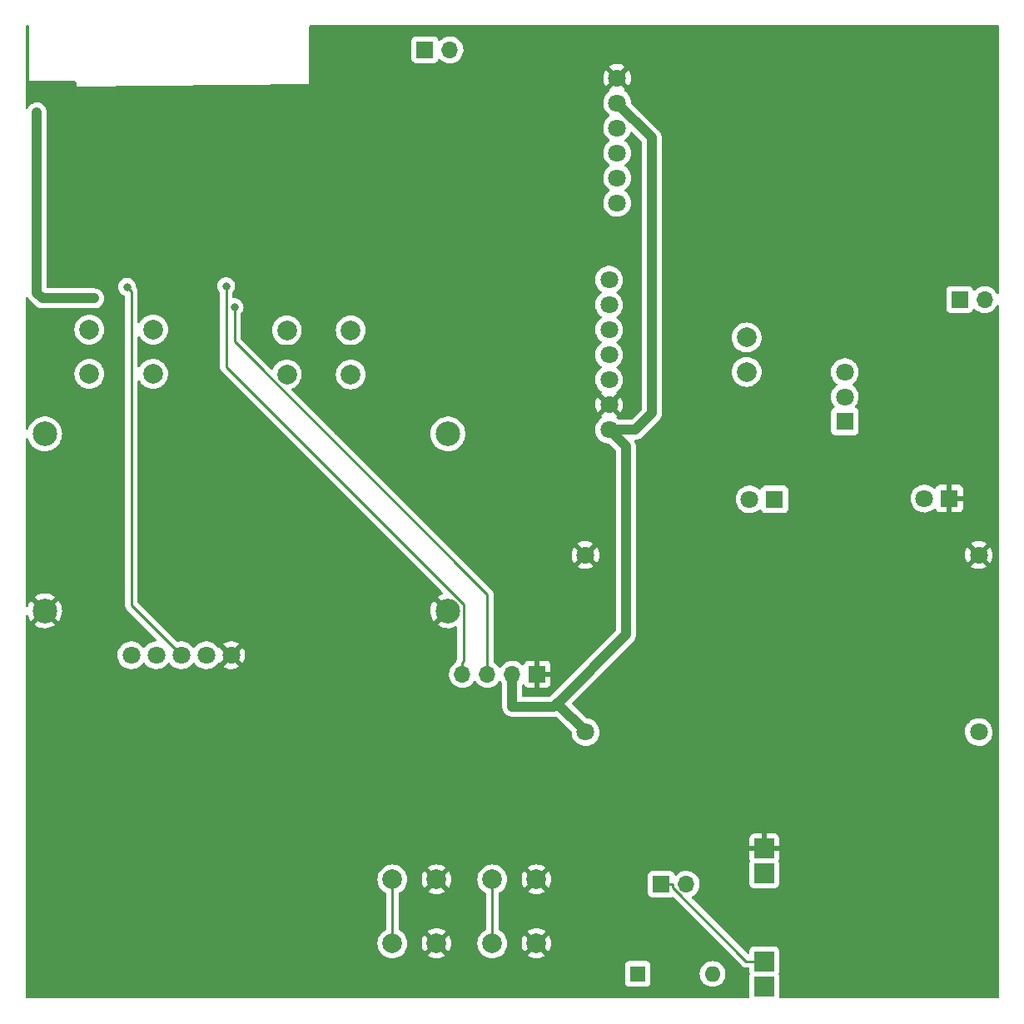
<source format=gbr>
%TF.GenerationSoftware,KiCad,Pcbnew,(6.0.2)*%
%TF.CreationDate,2022-05-24T08:49:35-05:00*%
%TF.ProjectId,Placa-Final,506c6163-612d-4466-996e-616c2e6b6963,rev?*%
%TF.SameCoordinates,Original*%
%TF.FileFunction,Copper,L2,Bot*%
%TF.FilePolarity,Positive*%
%FSLAX46Y46*%
G04 Gerber Fmt 4.6, Leading zero omitted, Abs format (unit mm)*
G04 Created by KiCad (PCBNEW (6.0.2)) date 2022-05-24 08:49:35*
%MOMM*%
%LPD*%
G01*
G04 APERTURE LIST*
%TA.AperFunction,ComponentPad*%
%ADD10C,1.800000*%
%TD*%
%TA.AperFunction,ComponentPad*%
%ADD11R,1.800000X1.800000*%
%TD*%
%TA.AperFunction,ComponentPad*%
%ADD12C,2.500000*%
%TD*%
%TA.AperFunction,ComponentPad*%
%ADD13R,1.700000X1.700000*%
%TD*%
%TA.AperFunction,ComponentPad*%
%ADD14O,1.700000X1.700000*%
%TD*%
%TA.AperFunction,ComponentPad*%
%ADD15C,2.000000*%
%TD*%
%TA.AperFunction,ComponentPad*%
%ADD16R,2.000000X2.000000*%
%TD*%
%TA.AperFunction,ComponentPad*%
%ADD17R,1.600000X1.600000*%
%TD*%
%TA.AperFunction,ComponentPad*%
%ADD18O,1.600000X1.600000*%
%TD*%
%TA.AperFunction,ViaPad*%
%ADD19C,0.800000*%
%TD*%
%TA.AperFunction,Conductor*%
%ADD20C,1.000000*%
%TD*%
%TA.AperFunction,Conductor*%
%ADD21C,0.250000*%
%TD*%
G04 APERTURE END LIST*
D10*
%TO.P,U3,6,CS*%
%TO.N,CS*%
X90658400Y-48583900D03*
%TO.P,U3,5,SCK*%
%TO.N,SCK*%
X90658400Y-46043900D03*
%TO.P,U3,4,MOSI*%
%TO.N,MOSI*%
X90658400Y-43503900D03*
%TO.P,U3,3,MISO*%
%TO.N,MISO*%
X90658400Y-40963900D03*
%TO.P,U3,2,Vcc*%
%TO.N,+5V*%
X90658400Y-38423900D03*
%TO.P,U3,1,Gnd*%
%TO.N,GND*%
X90658400Y-35883900D03*
%TD*%
D11*
%TO.P,RV1,1,1*%
%TO.N,unconnected-(RV1-Pad1)*%
X113813300Y-70804800D03*
D10*
%TO.P,RV1,2,2*%
%TO.N,Net-(LS1-Pad2)*%
X113813300Y-68304800D03*
%TO.P,RV1,3,3*%
%TO.N,Net-(RV1-Pad3)*%
X113813300Y-65804800D03*
%TD*%
D12*
%TO.P,U5,4,OUT-*%
%TO.N,GND*%
X73447100Y-90079700D03*
%TO.P,U5,3,OUT+*%
%TO.N,+3V3*%
X73447100Y-72079700D03*
%TO.P,U5,2,IN-*%
%TO.N,GND*%
X32447100Y-90079700D03*
%TO.P,U5,1,IN+*%
%TO.N,+4V*%
X32447100Y-72079700D03*
%TD*%
D13*
%TO.P,BT1,1,+*%
%TO.N,Net-(BT1-Pad1)*%
X95159100Y-117885000D03*
D14*
%TO.P,BT1,2,-*%
%TO.N,Net-(BT1-Pad2)*%
X97699100Y-117885000D03*
%TD*%
D15*
%TO.P,U8,9,P+*%
%TO.N,Net-(RV1-Pad3)*%
X103837200Y-65778700D03*
%TO.P,U8,8,P-*%
%TO.N,Net-(LS1-Pad1)*%
X103837200Y-62278700D03*
D10*
%TO.P,U8,7,Vin*%
%TO.N,+5V*%
X89837200Y-71648700D03*
%TO.P,U8,6,GND*%
%TO.N,GND*%
X89837200Y-69108700D03*
%TO.P,U8,5,SD*%
%TO.N,unconnected-(U8-Pad5)*%
X89837200Y-66568700D03*
%TO.P,U8,4,GAIN*%
%TO.N,unconnected-(U8-Pad4)*%
X89837200Y-64028700D03*
%TO.P,U8,3,DIN*%
%TO.N,DIN*%
X89837200Y-61488700D03*
%TO.P,U8,2,BCLK*%
%TO.N,BCLK*%
X89837200Y-58948700D03*
%TO.P,U8,1,LRC*%
%TO.N,LRC*%
X89837200Y-56408700D03*
%TD*%
%TO.P,D1,2,A*%
%TO.N,Net-(D1-Pad2)*%
X121920000Y-78660000D03*
D11*
%TO.P,D1,1,K*%
%TO.N,GND*%
X124460000Y-78660000D03*
%TD*%
D16*
%TO.P,U9,4,Out-*%
%TO.N,GND*%
X105640100Y-114247000D03*
%TO.P,U9,3,Bat-*%
%TO.N,Net-(BT1-Pad2)*%
X105640100Y-116787000D03*
%TO.P,U9,2,Bat+*%
%TO.N,Net-(BT1-Pad1)*%
X105640100Y-125707000D03*
%TO.P,U9,1,Out+*%
%TO.N,Net-(CB1-Pad2)*%
X105640100Y-128247000D03*
%TD*%
D10*
%TO.P,U4,1,GND*%
%TO.N,GND*%
X51416100Y-94588300D03*
%TO.P,U4,2,VCC*%
%TO.N,+5V*%
X48876100Y-94588300D03*
%TO.P,U4,3,VRx*%
%TO.N,VRX*%
X46336100Y-94588300D03*
%TO.P,U4,4,VRy*%
%TO.N,VRY*%
X43796100Y-94588300D03*
%TO.P,U4,5,SW*%
%TO.N,SW*%
X41256100Y-94588300D03*
%TD*%
D17*
%TO.P,CB1,1*%
%TO.N,+4V*%
X92752500Y-127000000D03*
D18*
%TO.P,CB1,2*%
%TO.N,Net-(CB1-Pad2)*%
X100372500Y-127000000D03*
%TD*%
D13*
%TO.P,U2,1,TXD*%
%TO.N,TX*%
X71120000Y-33020000D03*
D14*
%TO.P,U2,2,RXD*%
%TO.N,RX*%
X73660000Y-33020000D03*
%TD*%
D11*
%TO.P,D2,1,K*%
%TO.N,+5V*%
X106680000Y-78740000D03*
D10*
%TO.P,D2,2,A*%
%TO.N,Net-(D2-Pad2)*%
X104140000Y-78740000D03*
%TD*%
D15*
%TO.P,SW4,1,1*%
%TO.N,Net-(R7-Pad2)*%
X77961400Y-117395300D03*
X77961400Y-123895300D03*
%TO.P,SW4,2,2*%
%TO.N,GND*%
X82461400Y-117395300D03*
X82461400Y-123895300D03*
%TD*%
D10*
%TO.P,U6,1,IN+*%
%TO.N,+4V*%
X127440300Y-102400500D03*
%TO.P,U6,2,IN-*%
%TO.N,GND*%
X127440300Y-84400500D03*
%TO.P,U6,3,OUT+*%
%TO.N,+5V*%
X87440300Y-102400500D03*
%TO.P,U6,4,OUT-*%
%TO.N,GND*%
X87440300Y-84400500D03*
%TD*%
D15*
%TO.P,SW1,2,2*%
%TO.N,Net-(SW1-Pad2)*%
X36975000Y-65975100D03*
X43475000Y-65975100D03*
%TO.P,SW1,1,1*%
%TO.N,Net-(C1-Pad1)*%
X36975000Y-61475100D03*
X43475000Y-61475100D03*
%TD*%
%TO.P,SW2,1,1*%
%TO.N,Net-(R3-Pad2)*%
X63571100Y-61538400D03*
X57071100Y-61538400D03*
%TO.P,SW2,2,2*%
%TO.N,Net-(C2-Pad2)*%
X57071100Y-66038400D03*
X63571100Y-66038400D03*
%TD*%
D14*
%TO.P,U7,4,SCL*%
%TO.N,SCLi2c*%
X74920000Y-96520000D03*
%TO.P,U7,3,SDA*%
%TO.N,SADi2c*%
X77460000Y-96520000D03*
%TO.P,U7,2,VCC*%
%TO.N,+5V*%
X80000000Y-96520000D03*
D13*
%TO.P,U7,1,GND*%
%TO.N,GND*%
X82540000Y-96520000D03*
%TD*%
D15*
%TO.P,SW3,1,1*%
%TO.N,Net-(R5-Pad2)*%
X67801400Y-117395300D03*
X67801400Y-123895300D03*
%TO.P,SW3,2,2*%
%TO.N,GND*%
X72301400Y-117395300D03*
X72301400Y-123895300D03*
%TD*%
D13*
%TO.P,LS1,1,1*%
%TO.N,Net-(LS1-Pad1)*%
X125493100Y-58420000D03*
D14*
%TO.P,LS1,2,2*%
%TO.N,Net-(LS1-Pad2)*%
X128033100Y-58420000D03*
%TD*%
D19*
%TO.N,+3V3*%
X31650000Y-39390000D03*
X31650000Y-39390000D03*
X37487775Y-58309503D03*
%TO.N,SCLi2c*%
X50903500Y-57067200D03*
%TO.N,SADi2c*%
X51754400Y-59195900D03*
%TO.N,VRX*%
X40814800Y-57138500D03*
%TD*%
D20*
%TO.N,+5V*%
X87440300Y-102330300D02*
X87440300Y-102400500D01*
X91550000Y-92508832D02*
X84594222Y-99464610D01*
X91550000Y-73361500D02*
X91550000Y-92508832D01*
X89837200Y-71648700D02*
X91550000Y-73361500D01*
X84594222Y-99464610D02*
X84574610Y-99464610D01*
X84574610Y-99464610D02*
X87440300Y-102330300D01*
X92541300Y-71648700D02*
X89837200Y-71648700D01*
X94200000Y-69990000D02*
X92541300Y-71648700D01*
X94200000Y-41965500D02*
X94200000Y-69990000D01*
X90658400Y-38423900D02*
X94200000Y-41965500D01*
X80000000Y-99818638D02*
X80000000Y-96520000D01*
X84212961Y-99818638D02*
X80000000Y-99818638D01*
X84594222Y-99437377D02*
X84212961Y-99818638D01*
%TO.N,+3V3*%
X31650000Y-57740000D02*
X31650000Y-39390000D01*
X32200000Y-58290000D02*
X31650000Y-57740000D01*
X37487775Y-58309503D02*
X37468272Y-58290000D01*
X37468272Y-58290000D02*
X32200000Y-58290000D01*
D21*
%TO.N,Net-(BT1-Pad1)*%
X95159100Y-117885000D02*
X96334400Y-117885000D01*
X105640100Y-125707000D02*
X103789100Y-125707000D01*
X96334400Y-118252300D02*
X96334400Y-117885000D01*
X103789100Y-125707000D02*
X96334400Y-118252300D01*
%TO.N,Net-(R5-Pad2)*%
X67801400Y-123895300D02*
X67801400Y-117395300D01*
%TO.N,Net-(R7-Pad2)*%
X77961400Y-123895300D02*
X77961400Y-117395300D01*
%TO.N,SCLi2c*%
X75048600Y-89403200D02*
X50903500Y-65258100D01*
X50903500Y-65258100D02*
X50903500Y-57067200D01*
X74920000Y-96520000D02*
X74920000Y-95344700D01*
X74920000Y-95344700D02*
X75048600Y-95216100D01*
X75048600Y-95216100D02*
X75048600Y-89403200D01*
%TO.N,SADi2c*%
X77460000Y-96520000D02*
X77460000Y-88415300D01*
X77460000Y-88415300D02*
X51754400Y-62709700D01*
X51754400Y-62709700D02*
X51754400Y-59195900D01*
%TO.N,VRX*%
X46336100Y-94588300D02*
X41265200Y-89517400D01*
X41265100Y-57588800D02*
X40814800Y-57138500D01*
X41265200Y-89517400D02*
X41265200Y-57588800D01*
X41265200Y-57588800D02*
X41265100Y-57588800D01*
%TD*%
%TA.AperFunction,Conductor*%
%TO.N,GND*%
G36*
X30822121Y-30528002D02*
G01*
X30868614Y-30581658D01*
X30880000Y-30634000D01*
X30880000Y-36208400D01*
X35529996Y-36208400D01*
X35598117Y-36228402D01*
X35644610Y-36282058D01*
X35655981Y-36336264D01*
X35652237Y-36588997D01*
X35650902Y-36679142D01*
X35650000Y-36740000D01*
X59300000Y-36490000D01*
X59301376Y-36311192D01*
X59304889Y-35854538D01*
X89246293Y-35854538D01*
X89259027Y-36075368D01*
X89260461Y-36085570D01*
X89309085Y-36301339D01*
X89312173Y-36311192D01*
X89395386Y-36516120D01*
X89400034Y-36525321D01*
X89488497Y-36669681D01*
X89498953Y-36679142D01*
X89507731Y-36675358D01*
X90286379Y-35896711D01*
X90292756Y-35885032D01*
X91022808Y-35885032D01*
X91022939Y-35886866D01*
X91027190Y-35893480D01*
X91804707Y-36670996D01*
X91816713Y-36677552D01*
X91828452Y-36668584D01*
X91866410Y-36615759D01*
X91871721Y-36606920D01*
X91969718Y-36408637D01*
X91973517Y-36399042D01*
X92037815Y-36187417D01*
X92039994Y-36177336D01*
X92069102Y-35956238D01*
X92069621Y-35949563D01*
X92071144Y-35887264D01*
X92070950Y-35880546D01*
X92052679Y-35658300D01*
X92050996Y-35648138D01*
X91997110Y-35433608D01*
X91993789Y-35423853D01*
X91905593Y-35221018D01*
X91900715Y-35211920D01*
X91827624Y-35098938D01*
X91816938Y-35089735D01*
X91807373Y-35094138D01*
X91030421Y-35871089D01*
X91022808Y-35885032D01*
X90292756Y-35885032D01*
X90293992Y-35882768D01*
X90293861Y-35880934D01*
X90289610Y-35874320D01*
X89512262Y-35096973D01*
X89500730Y-35090676D01*
X89488448Y-35100299D01*
X89432867Y-35181777D01*
X89427779Y-35190733D01*
X89334652Y-35391359D01*
X89331089Y-35401046D01*
X89271981Y-35614180D01*
X89270050Y-35624300D01*
X89246545Y-35844249D01*
X89246293Y-35854538D01*
X59304889Y-35854538D01*
X59313580Y-34724611D01*
X89863908Y-34724611D01*
X89870651Y-34736940D01*
X90645589Y-35511879D01*
X90659532Y-35519492D01*
X90661366Y-35519361D01*
X90667980Y-35515110D01*
X91447394Y-34735695D01*
X91454411Y-34722844D01*
X91446637Y-34712174D01*
X91444302Y-34710330D01*
X91435720Y-34704629D01*
X91242078Y-34597733D01*
X91232672Y-34593506D01*
X91024172Y-34519672D01*
X91014209Y-34517040D01*
X90796447Y-34478250D01*
X90786196Y-34477281D01*
X90565016Y-34474579D01*
X90554732Y-34475299D01*
X90336093Y-34508755D01*
X90326066Y-34511144D01*
X90115826Y-34579861D01*
X90106316Y-34583858D01*
X89910125Y-34685989D01*
X89901407Y-34691478D01*
X89872361Y-34713286D01*
X89863908Y-34724611D01*
X59313580Y-34724611D01*
X59318711Y-34057529D01*
X59319783Y-33918134D01*
X69761500Y-33918134D01*
X69768255Y-33980316D01*
X69819385Y-34116705D01*
X69906739Y-34233261D01*
X70023295Y-34320615D01*
X70159684Y-34371745D01*
X70221866Y-34378500D01*
X72018134Y-34378500D01*
X72080316Y-34371745D01*
X72216705Y-34320615D01*
X72333261Y-34233261D01*
X72420615Y-34116705D01*
X72442799Y-34057529D01*
X72464598Y-33999382D01*
X72507240Y-33942618D01*
X72573802Y-33917918D01*
X72643150Y-33933126D01*
X72677817Y-33961114D01*
X72706250Y-33993938D01*
X72878126Y-34136632D01*
X73071000Y-34249338D01*
X73279692Y-34329030D01*
X73284760Y-34330061D01*
X73284763Y-34330062D01*
X73392017Y-34351883D01*
X73498597Y-34373567D01*
X73503772Y-34373757D01*
X73503774Y-34373757D01*
X73716673Y-34381564D01*
X73716677Y-34381564D01*
X73721837Y-34381753D01*
X73726957Y-34381097D01*
X73726959Y-34381097D01*
X73938288Y-34354025D01*
X73938289Y-34354025D01*
X73943416Y-34353368D01*
X73948366Y-34351883D01*
X74152429Y-34290661D01*
X74152434Y-34290659D01*
X74157384Y-34289174D01*
X74357994Y-34190896D01*
X74539860Y-34061173D01*
X74698096Y-33903489D01*
X74828453Y-33722077D01*
X74927430Y-33521811D01*
X74992370Y-33308069D01*
X75021529Y-33086590D01*
X75023156Y-33020000D01*
X75004852Y-32797361D01*
X74950431Y-32580702D01*
X74861354Y-32375840D01*
X74740014Y-32188277D01*
X74589670Y-32023051D01*
X74585619Y-32019852D01*
X74585615Y-32019848D01*
X74418414Y-31887800D01*
X74418410Y-31887798D01*
X74414359Y-31884598D01*
X74218789Y-31776638D01*
X74213920Y-31774914D01*
X74213916Y-31774912D01*
X74013087Y-31703795D01*
X74013083Y-31703794D01*
X74008212Y-31702069D01*
X74003119Y-31701162D01*
X74003116Y-31701161D01*
X73793373Y-31663800D01*
X73793367Y-31663799D01*
X73788284Y-31662894D01*
X73714452Y-31661992D01*
X73570081Y-31660228D01*
X73570079Y-31660228D01*
X73564911Y-31660165D01*
X73344091Y-31693955D01*
X73131756Y-31763357D01*
X72933607Y-31866507D01*
X72929474Y-31869610D01*
X72929471Y-31869612D01*
X72759100Y-31997530D01*
X72754965Y-32000635D01*
X72698537Y-32059684D01*
X72674283Y-32085064D01*
X72612759Y-32120494D01*
X72541846Y-32117037D01*
X72484060Y-32075791D01*
X72465207Y-32042243D01*
X72423767Y-31931703D01*
X72420615Y-31923295D01*
X72333261Y-31806739D01*
X72216705Y-31719385D01*
X72080316Y-31668255D01*
X72018134Y-31661500D01*
X70221866Y-31661500D01*
X70159684Y-31668255D01*
X70023295Y-31719385D01*
X69906739Y-31806739D01*
X69819385Y-31923295D01*
X69768255Y-32059684D01*
X69761500Y-32121866D01*
X69761500Y-33918134D01*
X59319783Y-33918134D01*
X59345054Y-30633029D01*
X59365578Y-30565066D01*
X59419590Y-30518987D01*
X59471049Y-30508000D01*
X129366000Y-30508000D01*
X129434121Y-30528002D01*
X129480614Y-30581658D01*
X129492000Y-30634000D01*
X129492000Y-57762387D01*
X129471998Y-57830508D01*
X129418342Y-57877001D01*
X129348068Y-57887105D01*
X129283488Y-57857611D01*
X129250451Y-57812630D01*
X129246083Y-57802584D01*
X129234454Y-57775840D01*
X129165806Y-57669726D01*
X129115922Y-57592617D01*
X129115920Y-57592614D01*
X129113114Y-57588277D01*
X128962770Y-57423051D01*
X128958719Y-57419852D01*
X128958715Y-57419848D01*
X128791514Y-57287800D01*
X128791510Y-57287798D01*
X128787459Y-57284598D01*
X128781748Y-57281445D01*
X128706439Y-57239873D01*
X128591889Y-57176638D01*
X128587020Y-57174914D01*
X128587016Y-57174912D01*
X128386187Y-57103795D01*
X128386183Y-57103794D01*
X128381312Y-57102069D01*
X128376219Y-57101162D01*
X128376216Y-57101161D01*
X128166473Y-57063800D01*
X128166467Y-57063799D01*
X128161384Y-57062894D01*
X128087552Y-57061992D01*
X127943181Y-57060228D01*
X127943179Y-57060228D01*
X127938011Y-57060165D01*
X127717191Y-57093955D01*
X127504856Y-57163357D01*
X127454250Y-57189701D01*
X127351059Y-57243419D01*
X127306707Y-57266507D01*
X127302574Y-57269610D01*
X127302571Y-57269612D01*
X127132200Y-57397530D01*
X127128065Y-57400635D01*
X127054155Y-57477978D01*
X127047383Y-57485064D01*
X126985859Y-57520494D01*
X126914946Y-57517037D01*
X126857160Y-57475791D01*
X126838307Y-57442243D01*
X126796867Y-57331703D01*
X126793715Y-57323295D01*
X126706361Y-57206739D01*
X126589805Y-57119385D01*
X126453416Y-57068255D01*
X126391234Y-57061500D01*
X124594966Y-57061500D01*
X124532784Y-57068255D01*
X124396395Y-57119385D01*
X124279839Y-57206739D01*
X124192485Y-57323295D01*
X124141355Y-57459684D01*
X124134600Y-57521866D01*
X124134600Y-59318134D01*
X124141355Y-59380316D01*
X124192485Y-59516705D01*
X124279839Y-59633261D01*
X124396395Y-59720615D01*
X124532784Y-59771745D01*
X124594966Y-59778500D01*
X126391234Y-59778500D01*
X126453416Y-59771745D01*
X126589805Y-59720615D01*
X126706361Y-59633261D01*
X126793715Y-59516705D01*
X126813409Y-59464171D01*
X126837698Y-59399382D01*
X126880340Y-59342618D01*
X126946902Y-59317918D01*
X127016250Y-59333126D01*
X127050917Y-59361114D01*
X127079350Y-59393938D01*
X127251226Y-59536632D01*
X127444100Y-59649338D01*
X127652792Y-59729030D01*
X127657860Y-59730061D01*
X127657863Y-59730062D01*
X127765117Y-59751883D01*
X127871697Y-59773567D01*
X127876872Y-59773757D01*
X127876874Y-59773757D01*
X128089773Y-59781564D01*
X128089777Y-59781564D01*
X128094937Y-59781753D01*
X128100057Y-59781097D01*
X128100059Y-59781097D01*
X128311388Y-59754025D01*
X128311389Y-59754025D01*
X128316516Y-59753368D01*
X128321466Y-59751883D01*
X128525529Y-59690661D01*
X128525534Y-59690659D01*
X128530484Y-59689174D01*
X128731094Y-59590896D01*
X128912960Y-59461173D01*
X129071196Y-59303489D01*
X129078794Y-59292916D01*
X129198535Y-59126277D01*
X129201553Y-59122077D01*
X129253043Y-59017894D01*
X129301156Y-58965687D01*
X129369857Y-58947780D01*
X129437334Y-58969858D01*
X129482162Y-59024912D01*
X129492000Y-59073721D01*
X129492000Y-129366000D01*
X129471998Y-129434121D01*
X129418342Y-129480614D01*
X129366000Y-129492000D01*
X107267643Y-129492000D01*
X107199522Y-129471998D01*
X107153029Y-129418342D01*
X107142380Y-129352393D01*
X107148231Y-129298533D01*
X107148231Y-129298529D01*
X107148600Y-129295134D01*
X107148600Y-127198866D01*
X107141845Y-127136684D01*
X107098563Y-127021229D01*
X107093380Y-126950423D01*
X107098563Y-126932770D01*
X107139071Y-126824715D01*
X107141845Y-126817316D01*
X107148600Y-126755134D01*
X107148600Y-124658866D01*
X107141845Y-124596684D01*
X107090715Y-124460295D01*
X107003361Y-124343739D01*
X106886805Y-124256385D01*
X106750416Y-124205255D01*
X106688234Y-124198500D01*
X104591966Y-124198500D01*
X104529784Y-124205255D01*
X104393395Y-124256385D01*
X104276839Y-124343739D01*
X104189485Y-124460295D01*
X104138355Y-124596684D01*
X104131600Y-124658866D01*
X104131600Y-124849406D01*
X104111598Y-124917527D01*
X104057942Y-124964020D01*
X103987668Y-124974124D01*
X103923088Y-124944630D01*
X103916505Y-124938501D01*
X98278000Y-119299995D01*
X98243974Y-119237683D01*
X98249039Y-119166868D01*
X98291586Y-119110032D01*
X98311662Y-119097749D01*
X98392450Y-119058171D01*
X98392449Y-119058171D01*
X98397094Y-119055896D01*
X98578960Y-118926173D01*
X98737196Y-118768489D01*
X98757305Y-118740505D01*
X98864535Y-118591277D01*
X98867553Y-118587077D01*
X98926169Y-118468477D01*
X98964236Y-118391453D01*
X98964237Y-118391451D01*
X98966530Y-118386811D01*
X99031470Y-118173069D01*
X99060629Y-117951590D01*
X99060711Y-117948240D01*
X99062174Y-117888365D01*
X99062174Y-117888361D01*
X99062256Y-117885000D01*
X99058156Y-117835134D01*
X104131600Y-117835134D01*
X104138355Y-117897316D01*
X104189485Y-118033705D01*
X104276839Y-118150261D01*
X104393395Y-118237615D01*
X104529784Y-118288745D01*
X104591966Y-118295500D01*
X106688234Y-118295500D01*
X106750416Y-118288745D01*
X106886805Y-118237615D01*
X107003361Y-118150261D01*
X107090715Y-118033705D01*
X107141845Y-117897316D01*
X107148600Y-117835134D01*
X107148600Y-115738866D01*
X107141845Y-115676684D01*
X107098296Y-115560517D01*
X107093113Y-115489711D01*
X107098296Y-115472058D01*
X107138578Y-115364606D01*
X107142205Y-115349351D01*
X107147731Y-115298486D01*
X107148100Y-115291672D01*
X107148100Y-114519115D01*
X107143625Y-114503876D01*
X107142235Y-114502671D01*
X107134552Y-114501000D01*
X104150216Y-114501000D01*
X104134977Y-114505475D01*
X104133772Y-114506865D01*
X104132101Y-114514548D01*
X104132101Y-115291669D01*
X104132471Y-115298490D01*
X104137995Y-115349352D01*
X104141621Y-115364604D01*
X104181904Y-115472058D01*
X104187087Y-115542865D01*
X104181905Y-115560515D01*
X104138355Y-115676684D01*
X104131600Y-115738866D01*
X104131600Y-117835134D01*
X99058156Y-117835134D01*
X99043952Y-117662361D01*
X98989531Y-117445702D01*
X98900454Y-117240840D01*
X98779114Y-117053277D01*
X98628770Y-116888051D01*
X98624719Y-116884852D01*
X98624715Y-116884848D01*
X98457514Y-116752800D01*
X98457510Y-116752798D01*
X98453459Y-116749598D01*
X98257889Y-116641638D01*
X98253020Y-116639914D01*
X98253016Y-116639912D01*
X98052187Y-116568795D01*
X98052183Y-116568794D01*
X98047312Y-116567069D01*
X98042219Y-116566162D01*
X98042216Y-116566161D01*
X97832473Y-116528800D01*
X97832467Y-116528799D01*
X97827384Y-116527894D01*
X97753552Y-116526992D01*
X97609181Y-116525228D01*
X97609179Y-116525228D01*
X97604011Y-116525165D01*
X97383191Y-116558955D01*
X97170856Y-116628357D01*
X97140543Y-116644137D01*
X97008430Y-116712911D01*
X96972707Y-116731507D01*
X96968574Y-116734610D01*
X96968571Y-116734612D01*
X96798200Y-116862530D01*
X96794065Y-116865635D01*
X96737637Y-116924684D01*
X96713383Y-116950064D01*
X96651859Y-116985494D01*
X96580946Y-116982037D01*
X96523160Y-116940791D01*
X96504307Y-116907243D01*
X96462867Y-116796703D01*
X96459715Y-116788295D01*
X96372361Y-116671739D01*
X96255805Y-116584385D01*
X96119416Y-116533255D01*
X96057234Y-116526500D01*
X94260966Y-116526500D01*
X94198784Y-116533255D01*
X94062395Y-116584385D01*
X93945839Y-116671739D01*
X93858485Y-116788295D01*
X93807355Y-116924684D01*
X93800600Y-116986866D01*
X93800600Y-118783134D01*
X93807355Y-118845316D01*
X93858485Y-118981705D01*
X93945839Y-119098261D01*
X94062395Y-119185615D01*
X94198784Y-119236745D01*
X94260966Y-119243500D01*
X96057234Y-119243500D01*
X96119416Y-119236745D01*
X96255805Y-119185615D01*
X96256306Y-119186950D01*
X96316352Y-119173815D01*
X96382901Y-119198548D01*
X96396605Y-119210409D01*
X99841175Y-122654980D01*
X103285448Y-126099253D01*
X103292988Y-126107539D01*
X103297100Y-126114018D01*
X103302877Y-126119443D01*
X103346751Y-126160643D01*
X103349593Y-126163398D01*
X103369330Y-126183135D01*
X103372527Y-126185615D01*
X103381547Y-126193318D01*
X103413779Y-126223586D01*
X103420725Y-126227405D01*
X103420728Y-126227407D01*
X103431534Y-126233348D01*
X103448053Y-126244199D01*
X103464059Y-126256614D01*
X103471328Y-126259759D01*
X103471332Y-126259762D01*
X103504637Y-126274174D01*
X103515287Y-126279391D01*
X103554040Y-126300695D01*
X103561715Y-126302666D01*
X103561716Y-126302666D01*
X103573662Y-126305733D01*
X103592367Y-126312137D01*
X103610955Y-126320181D01*
X103618778Y-126321420D01*
X103618788Y-126321423D01*
X103654624Y-126327099D01*
X103666244Y-126329505D01*
X103701389Y-126338528D01*
X103709070Y-126340500D01*
X103729324Y-126340500D01*
X103749034Y-126342051D01*
X103769043Y-126345220D01*
X103776935Y-126344474D01*
X103813061Y-126341059D01*
X103824919Y-126340500D01*
X104005600Y-126340500D01*
X104073721Y-126360502D01*
X104120214Y-126414158D01*
X104131600Y-126466500D01*
X104131600Y-126755134D01*
X104138355Y-126817316D01*
X104141129Y-126824715D01*
X104181637Y-126932770D01*
X104186820Y-127003577D01*
X104181638Y-127021228D01*
X104138355Y-127136684D01*
X104131600Y-127198866D01*
X104131600Y-129295134D01*
X104131969Y-129298529D01*
X104131969Y-129298533D01*
X104137820Y-129352393D01*
X104125292Y-129422275D01*
X104076971Y-129474291D01*
X104012557Y-129492000D01*
X30634000Y-129492000D01*
X30565879Y-129471998D01*
X30519386Y-129418342D01*
X30508000Y-129366000D01*
X30508000Y-127848134D01*
X91444000Y-127848134D01*
X91450755Y-127910316D01*
X91501885Y-128046705D01*
X91589239Y-128163261D01*
X91705795Y-128250615D01*
X91842184Y-128301745D01*
X91904366Y-128308500D01*
X93600634Y-128308500D01*
X93662816Y-128301745D01*
X93799205Y-128250615D01*
X93915761Y-128163261D01*
X94003115Y-128046705D01*
X94054245Y-127910316D01*
X94061000Y-127848134D01*
X94061000Y-127000000D01*
X99059002Y-127000000D01*
X99078957Y-127228087D01*
X99138216Y-127449243D01*
X99140539Y-127454224D01*
X99140539Y-127454225D01*
X99232651Y-127651762D01*
X99232654Y-127651767D01*
X99234977Y-127656749D01*
X99366302Y-127844300D01*
X99528200Y-128006198D01*
X99532708Y-128009355D01*
X99532711Y-128009357D01*
X99574042Y-128038297D01*
X99715751Y-128137523D01*
X99720733Y-128139846D01*
X99720738Y-128139849D01*
X99918275Y-128231961D01*
X99923257Y-128234284D01*
X99928565Y-128235706D01*
X99928567Y-128235707D01*
X100139098Y-128292119D01*
X100139100Y-128292119D01*
X100144413Y-128293543D01*
X100372500Y-128313498D01*
X100600587Y-128293543D01*
X100605900Y-128292119D01*
X100605902Y-128292119D01*
X100816433Y-128235707D01*
X100816435Y-128235706D01*
X100821743Y-128234284D01*
X100826725Y-128231961D01*
X101024262Y-128139849D01*
X101024267Y-128139846D01*
X101029249Y-128137523D01*
X101170958Y-128038297D01*
X101212289Y-128009357D01*
X101212292Y-128009355D01*
X101216800Y-128006198D01*
X101378698Y-127844300D01*
X101510023Y-127656749D01*
X101512346Y-127651767D01*
X101512349Y-127651762D01*
X101604461Y-127454225D01*
X101604461Y-127454224D01*
X101606784Y-127449243D01*
X101666043Y-127228087D01*
X101685998Y-127000000D01*
X101666043Y-126771913D01*
X101661547Y-126755134D01*
X101608207Y-126556067D01*
X101608206Y-126556065D01*
X101606784Y-126550757D01*
X101567495Y-126466500D01*
X101512349Y-126348238D01*
X101512346Y-126348233D01*
X101510023Y-126343251D01*
X101395945Y-126180331D01*
X101381857Y-126160211D01*
X101381855Y-126160208D01*
X101378698Y-126155700D01*
X101216800Y-125993802D01*
X101212292Y-125990645D01*
X101212289Y-125990643D01*
X101134111Y-125935902D01*
X101029249Y-125862477D01*
X101024267Y-125860154D01*
X101024262Y-125860151D01*
X100826725Y-125768039D01*
X100826724Y-125768039D01*
X100821743Y-125765716D01*
X100816435Y-125764294D01*
X100816433Y-125764293D01*
X100605902Y-125707881D01*
X100605900Y-125707881D01*
X100600587Y-125706457D01*
X100372500Y-125686502D01*
X100144413Y-125706457D01*
X100139100Y-125707881D01*
X100139098Y-125707881D01*
X99928567Y-125764293D01*
X99928565Y-125764294D01*
X99923257Y-125765716D01*
X99918276Y-125768039D01*
X99918275Y-125768039D01*
X99720738Y-125860151D01*
X99720733Y-125860154D01*
X99715751Y-125862477D01*
X99610889Y-125935902D01*
X99532711Y-125990643D01*
X99532708Y-125990645D01*
X99528200Y-125993802D01*
X99366302Y-126155700D01*
X99363145Y-126160208D01*
X99363143Y-126160211D01*
X99349055Y-126180331D01*
X99234977Y-126343251D01*
X99232654Y-126348233D01*
X99232651Y-126348238D01*
X99177505Y-126466500D01*
X99138216Y-126550757D01*
X99136794Y-126556065D01*
X99136793Y-126556067D01*
X99083453Y-126755134D01*
X99078957Y-126771913D01*
X99059002Y-127000000D01*
X94061000Y-127000000D01*
X94061000Y-126151866D01*
X94054245Y-126089684D01*
X94003115Y-125953295D01*
X93915761Y-125836739D01*
X93799205Y-125749385D01*
X93662816Y-125698255D01*
X93600634Y-125691500D01*
X91904366Y-125691500D01*
X91842184Y-125698255D01*
X91705795Y-125749385D01*
X91589239Y-125836739D01*
X91501885Y-125953295D01*
X91450755Y-126089684D01*
X91444000Y-126151866D01*
X91444000Y-127848134D01*
X30508000Y-127848134D01*
X30508000Y-123895300D01*
X66288235Y-123895300D01*
X66306865Y-124132011D01*
X66308019Y-124136818D01*
X66308020Y-124136824D01*
X66338574Y-124264090D01*
X66362295Y-124362894D01*
X66364188Y-124367465D01*
X66364189Y-124367467D01*
X66451172Y-124577463D01*
X66453160Y-124582263D01*
X66455746Y-124586483D01*
X66574641Y-124780502D01*
X66574645Y-124780508D01*
X66577224Y-124784716D01*
X66731431Y-124965269D01*
X66911984Y-125119476D01*
X66916192Y-125122055D01*
X66916198Y-125122059D01*
X67109484Y-125240505D01*
X67114437Y-125243540D01*
X67119007Y-125245433D01*
X67119011Y-125245435D01*
X67329233Y-125332511D01*
X67333806Y-125334405D01*
X67414009Y-125353660D01*
X67559876Y-125388680D01*
X67559882Y-125388681D01*
X67564689Y-125389835D01*
X67801400Y-125408465D01*
X68038111Y-125389835D01*
X68042918Y-125388681D01*
X68042924Y-125388680D01*
X68188791Y-125353660D01*
X68268994Y-125334405D01*
X68273567Y-125332511D01*
X68483789Y-125245435D01*
X68483793Y-125245433D01*
X68488363Y-125243540D01*
X68493316Y-125240505D01*
X68676956Y-125127970D01*
X71433560Y-125127970D01*
X71439287Y-125135620D01*
X71610442Y-125240505D01*
X71619237Y-125244987D01*
X71829388Y-125332034D01*
X71838773Y-125335083D01*
X72059954Y-125388185D01*
X72069701Y-125389728D01*
X72296470Y-125407575D01*
X72306330Y-125407575D01*
X72533099Y-125389728D01*
X72542846Y-125388185D01*
X72764027Y-125335083D01*
X72773412Y-125332034D01*
X72983563Y-125244987D01*
X72992358Y-125240505D01*
X73159845Y-125137868D01*
X73169307Y-125127410D01*
X73165524Y-125118634D01*
X72314212Y-124267322D01*
X72300268Y-124259708D01*
X72298435Y-124259839D01*
X72291820Y-124264090D01*
X71440320Y-125115590D01*
X71433560Y-125127970D01*
X68676956Y-125127970D01*
X68686602Y-125122059D01*
X68686608Y-125122055D01*
X68690816Y-125119476D01*
X68871369Y-124965269D01*
X69025576Y-124784716D01*
X69028155Y-124780508D01*
X69028159Y-124780502D01*
X69147054Y-124586483D01*
X69149640Y-124582263D01*
X69151629Y-124577463D01*
X69238611Y-124367467D01*
X69238612Y-124367465D01*
X69240505Y-124362894D01*
X69264226Y-124264090D01*
X69294780Y-124136824D01*
X69294781Y-124136818D01*
X69295935Y-124132011D01*
X69314177Y-123900230D01*
X70789125Y-123900230D01*
X70806972Y-124126999D01*
X70808515Y-124136746D01*
X70861617Y-124357927D01*
X70864666Y-124367312D01*
X70951713Y-124577463D01*
X70956195Y-124586258D01*
X71058832Y-124753745D01*
X71069290Y-124763207D01*
X71078066Y-124759424D01*
X71929378Y-123908112D01*
X71935756Y-123896432D01*
X72665808Y-123896432D01*
X72665939Y-123898265D01*
X72670190Y-123904880D01*
X73521690Y-124756380D01*
X73534070Y-124763140D01*
X73541720Y-124757413D01*
X73646605Y-124586258D01*
X73651087Y-124577463D01*
X73738134Y-124367312D01*
X73741183Y-124357927D01*
X73794285Y-124136746D01*
X73795828Y-124126999D01*
X73813675Y-123900230D01*
X73813675Y-123895300D01*
X76448235Y-123895300D01*
X76466865Y-124132011D01*
X76468019Y-124136818D01*
X76468020Y-124136824D01*
X76498574Y-124264090D01*
X76522295Y-124362894D01*
X76524188Y-124367465D01*
X76524189Y-124367467D01*
X76611172Y-124577463D01*
X76613160Y-124582263D01*
X76615746Y-124586483D01*
X76734641Y-124780502D01*
X76734645Y-124780508D01*
X76737224Y-124784716D01*
X76891431Y-124965269D01*
X77071984Y-125119476D01*
X77076192Y-125122055D01*
X77076198Y-125122059D01*
X77269484Y-125240505D01*
X77274437Y-125243540D01*
X77279007Y-125245433D01*
X77279011Y-125245435D01*
X77489233Y-125332511D01*
X77493806Y-125334405D01*
X77574009Y-125353660D01*
X77719876Y-125388680D01*
X77719882Y-125388681D01*
X77724689Y-125389835D01*
X77961400Y-125408465D01*
X78198111Y-125389835D01*
X78202918Y-125388681D01*
X78202924Y-125388680D01*
X78348791Y-125353660D01*
X78428994Y-125334405D01*
X78433567Y-125332511D01*
X78643789Y-125245435D01*
X78643793Y-125245433D01*
X78648363Y-125243540D01*
X78653316Y-125240505D01*
X78836956Y-125127970D01*
X81593560Y-125127970D01*
X81599287Y-125135620D01*
X81770442Y-125240505D01*
X81779237Y-125244987D01*
X81989388Y-125332034D01*
X81998773Y-125335083D01*
X82219954Y-125388185D01*
X82229701Y-125389728D01*
X82456470Y-125407575D01*
X82466330Y-125407575D01*
X82693099Y-125389728D01*
X82702846Y-125388185D01*
X82924027Y-125335083D01*
X82933412Y-125332034D01*
X83143563Y-125244987D01*
X83152358Y-125240505D01*
X83319845Y-125137868D01*
X83329307Y-125127410D01*
X83325524Y-125118634D01*
X82474212Y-124267322D01*
X82460268Y-124259708D01*
X82458435Y-124259839D01*
X82451820Y-124264090D01*
X81600320Y-125115590D01*
X81593560Y-125127970D01*
X78836956Y-125127970D01*
X78846602Y-125122059D01*
X78846608Y-125122055D01*
X78850816Y-125119476D01*
X79031369Y-124965269D01*
X79185576Y-124784716D01*
X79188155Y-124780508D01*
X79188159Y-124780502D01*
X79307054Y-124586483D01*
X79309640Y-124582263D01*
X79311629Y-124577463D01*
X79398611Y-124367467D01*
X79398612Y-124367465D01*
X79400505Y-124362894D01*
X79424226Y-124264090D01*
X79454780Y-124136824D01*
X79454781Y-124136818D01*
X79455935Y-124132011D01*
X79474177Y-123900230D01*
X80949125Y-123900230D01*
X80966972Y-124126999D01*
X80968515Y-124136746D01*
X81021617Y-124357927D01*
X81024666Y-124367312D01*
X81111713Y-124577463D01*
X81116195Y-124586258D01*
X81218832Y-124753745D01*
X81229290Y-124763207D01*
X81238066Y-124759424D01*
X82089378Y-123908112D01*
X82095756Y-123896432D01*
X82825808Y-123896432D01*
X82825939Y-123898265D01*
X82830190Y-123904880D01*
X83681690Y-124756380D01*
X83694070Y-124763140D01*
X83701720Y-124757413D01*
X83806605Y-124586258D01*
X83811087Y-124577463D01*
X83898134Y-124367312D01*
X83901183Y-124357927D01*
X83954285Y-124136746D01*
X83955828Y-124126999D01*
X83973675Y-123900230D01*
X83973675Y-123890370D01*
X83955828Y-123663601D01*
X83954285Y-123653854D01*
X83901183Y-123432673D01*
X83898134Y-123423288D01*
X83811087Y-123213137D01*
X83806605Y-123204342D01*
X83703968Y-123036855D01*
X83693510Y-123027393D01*
X83684734Y-123031176D01*
X82833422Y-123882488D01*
X82825808Y-123896432D01*
X82095756Y-123896432D01*
X82096992Y-123894168D01*
X82096861Y-123892335D01*
X82092610Y-123885720D01*
X81241110Y-123034220D01*
X81228730Y-123027460D01*
X81221080Y-123033187D01*
X81116195Y-123204342D01*
X81111713Y-123213137D01*
X81024666Y-123423288D01*
X81021617Y-123432673D01*
X80968515Y-123653854D01*
X80966972Y-123663601D01*
X80949125Y-123890370D01*
X80949125Y-123900230D01*
X79474177Y-123900230D01*
X79474565Y-123895300D01*
X79455935Y-123658589D01*
X79400505Y-123427706D01*
X79398611Y-123423133D01*
X79311535Y-123212911D01*
X79311533Y-123212907D01*
X79309640Y-123208337D01*
X79307054Y-123204117D01*
X79188159Y-123010098D01*
X79188155Y-123010092D01*
X79185576Y-123005884D01*
X79031369Y-122825331D01*
X78850816Y-122671124D01*
X78846608Y-122668545D01*
X78846602Y-122668541D01*
X78837870Y-122663190D01*
X81593493Y-122663190D01*
X81597276Y-122671966D01*
X82448588Y-123523278D01*
X82462532Y-123530892D01*
X82464365Y-123530761D01*
X82470980Y-123526510D01*
X83322480Y-122675010D01*
X83329240Y-122662630D01*
X83323513Y-122654980D01*
X83152358Y-122550095D01*
X83143563Y-122545613D01*
X82933412Y-122458566D01*
X82924027Y-122455517D01*
X82702846Y-122402415D01*
X82693099Y-122400872D01*
X82466330Y-122383025D01*
X82456470Y-122383025D01*
X82229701Y-122400872D01*
X82219954Y-122402415D01*
X81998773Y-122455517D01*
X81989388Y-122458566D01*
X81779237Y-122545613D01*
X81770442Y-122550095D01*
X81602955Y-122652732D01*
X81593493Y-122663190D01*
X78837870Y-122663190D01*
X78655065Y-122551167D01*
X78607434Y-122498519D01*
X78594900Y-122443734D01*
X78594900Y-118846866D01*
X78614902Y-118778745D01*
X78655065Y-118739433D01*
X78836956Y-118627970D01*
X81593560Y-118627970D01*
X81599287Y-118635620D01*
X81770442Y-118740505D01*
X81779237Y-118744987D01*
X81989388Y-118832034D01*
X81998773Y-118835083D01*
X82219954Y-118888185D01*
X82229701Y-118889728D01*
X82456470Y-118907575D01*
X82466330Y-118907575D01*
X82693099Y-118889728D01*
X82702846Y-118888185D01*
X82924027Y-118835083D01*
X82933412Y-118832034D01*
X83143563Y-118744987D01*
X83152358Y-118740505D01*
X83319845Y-118637868D01*
X83329307Y-118627410D01*
X83325524Y-118618634D01*
X82474212Y-117767322D01*
X82460268Y-117759708D01*
X82458435Y-117759839D01*
X82451820Y-117764090D01*
X81600320Y-118615590D01*
X81593560Y-118627970D01*
X78836956Y-118627970D01*
X78846602Y-118622059D01*
X78846608Y-118622055D01*
X78850816Y-118619476D01*
X79031369Y-118465269D01*
X79185576Y-118284716D01*
X79188155Y-118280508D01*
X79188159Y-118280502D01*
X79307054Y-118086483D01*
X79309640Y-118082263D01*
X79311629Y-118077463D01*
X79398611Y-117867467D01*
X79398612Y-117867465D01*
X79400505Y-117862894D01*
X79455935Y-117632011D01*
X79474177Y-117400230D01*
X80949125Y-117400230D01*
X80966972Y-117626999D01*
X80968515Y-117636746D01*
X81021617Y-117857927D01*
X81024666Y-117867312D01*
X81111713Y-118077463D01*
X81116195Y-118086258D01*
X81218832Y-118253745D01*
X81229290Y-118263207D01*
X81238066Y-118259424D01*
X82089378Y-117408112D01*
X82095756Y-117396432D01*
X82825808Y-117396432D01*
X82825939Y-117398265D01*
X82830190Y-117404880D01*
X83681690Y-118256380D01*
X83694070Y-118263140D01*
X83701720Y-118257413D01*
X83806605Y-118086258D01*
X83811087Y-118077463D01*
X83898134Y-117867312D01*
X83901183Y-117857927D01*
X83954285Y-117636746D01*
X83955828Y-117626999D01*
X83973675Y-117400230D01*
X83973675Y-117390370D01*
X83955828Y-117163601D01*
X83954285Y-117153854D01*
X83901183Y-116932673D01*
X83898134Y-116923288D01*
X83811087Y-116713137D01*
X83806605Y-116704342D01*
X83703968Y-116536855D01*
X83693510Y-116527393D01*
X83684734Y-116531176D01*
X82833422Y-117382488D01*
X82825808Y-117396432D01*
X82095756Y-117396432D01*
X82096992Y-117394168D01*
X82096861Y-117392335D01*
X82092610Y-117385720D01*
X81241110Y-116534220D01*
X81228730Y-116527460D01*
X81221080Y-116533187D01*
X81116195Y-116704342D01*
X81111713Y-116713137D01*
X81024666Y-116923288D01*
X81021617Y-116932673D01*
X80968515Y-117153854D01*
X80966972Y-117163601D01*
X80949125Y-117390370D01*
X80949125Y-117400230D01*
X79474177Y-117400230D01*
X79474565Y-117395300D01*
X79455935Y-117158589D01*
X79424377Y-117027138D01*
X79413549Y-116982037D01*
X79400505Y-116927706D01*
X79392029Y-116907243D01*
X79311535Y-116712911D01*
X79311533Y-116712907D01*
X79309640Y-116708337D01*
X79259643Y-116626750D01*
X79188159Y-116510098D01*
X79188155Y-116510092D01*
X79185576Y-116505884D01*
X79031369Y-116325331D01*
X78850816Y-116171124D01*
X78846608Y-116168545D01*
X78846602Y-116168541D01*
X78837870Y-116163190D01*
X81593493Y-116163190D01*
X81597276Y-116171966D01*
X82448588Y-117023278D01*
X82462532Y-117030892D01*
X82464365Y-117030761D01*
X82470980Y-117026510D01*
X83322480Y-116175010D01*
X83329240Y-116162630D01*
X83323513Y-116154980D01*
X83152358Y-116050095D01*
X83143563Y-116045613D01*
X82933412Y-115958566D01*
X82924027Y-115955517D01*
X82702846Y-115902415D01*
X82693099Y-115900872D01*
X82466330Y-115883025D01*
X82456470Y-115883025D01*
X82229701Y-115900872D01*
X82219954Y-115902415D01*
X81998773Y-115955517D01*
X81989388Y-115958566D01*
X81779237Y-116045613D01*
X81770442Y-116050095D01*
X81602955Y-116152732D01*
X81593493Y-116163190D01*
X78837870Y-116163190D01*
X78652583Y-116049646D01*
X78648363Y-116047060D01*
X78643793Y-116045167D01*
X78643789Y-116045165D01*
X78433567Y-115958089D01*
X78433565Y-115958088D01*
X78428994Y-115956195D01*
X78348791Y-115936940D01*
X78202924Y-115901920D01*
X78202918Y-115901919D01*
X78198111Y-115900765D01*
X77961400Y-115882135D01*
X77724689Y-115900765D01*
X77719882Y-115901919D01*
X77719876Y-115901920D01*
X77574009Y-115936940D01*
X77493806Y-115956195D01*
X77489235Y-115958088D01*
X77489233Y-115958089D01*
X77279011Y-116045165D01*
X77279007Y-116045167D01*
X77274437Y-116047060D01*
X77270217Y-116049646D01*
X77076198Y-116168541D01*
X77076192Y-116168545D01*
X77071984Y-116171124D01*
X76891431Y-116325331D01*
X76737224Y-116505884D01*
X76734645Y-116510092D01*
X76734641Y-116510098D01*
X76663157Y-116626750D01*
X76613160Y-116708337D01*
X76611267Y-116712907D01*
X76611265Y-116712911D01*
X76530771Y-116907243D01*
X76522295Y-116927706D01*
X76509251Y-116982037D01*
X76498424Y-117027138D01*
X76466865Y-117158589D01*
X76448235Y-117395300D01*
X76466865Y-117632011D01*
X76522295Y-117862894D01*
X76524188Y-117867465D01*
X76524189Y-117867467D01*
X76611172Y-118077463D01*
X76613160Y-118082263D01*
X76615746Y-118086483D01*
X76734641Y-118280502D01*
X76734645Y-118280508D01*
X76737224Y-118284716D01*
X76891431Y-118465269D01*
X77071984Y-118619476D01*
X77076192Y-118622055D01*
X77076198Y-118622059D01*
X77267735Y-118739433D01*
X77315366Y-118792081D01*
X77327900Y-118846866D01*
X77327900Y-122443734D01*
X77307898Y-122511855D01*
X77267735Y-122551167D01*
X77076198Y-122668541D01*
X77076192Y-122668545D01*
X77071984Y-122671124D01*
X76891431Y-122825331D01*
X76737224Y-123005884D01*
X76734645Y-123010092D01*
X76734641Y-123010098D01*
X76615746Y-123204117D01*
X76613160Y-123208337D01*
X76611267Y-123212907D01*
X76611265Y-123212911D01*
X76524189Y-123423133D01*
X76522295Y-123427706D01*
X76466865Y-123658589D01*
X76448235Y-123895300D01*
X73813675Y-123895300D01*
X73813675Y-123890370D01*
X73795828Y-123663601D01*
X73794285Y-123653854D01*
X73741183Y-123432673D01*
X73738134Y-123423288D01*
X73651087Y-123213137D01*
X73646605Y-123204342D01*
X73543968Y-123036855D01*
X73533510Y-123027393D01*
X73524734Y-123031176D01*
X72673422Y-123882488D01*
X72665808Y-123896432D01*
X71935756Y-123896432D01*
X71936992Y-123894168D01*
X71936861Y-123892335D01*
X71932610Y-123885720D01*
X71081110Y-123034220D01*
X71068730Y-123027460D01*
X71061080Y-123033187D01*
X70956195Y-123204342D01*
X70951713Y-123213137D01*
X70864666Y-123423288D01*
X70861617Y-123432673D01*
X70808515Y-123653854D01*
X70806972Y-123663601D01*
X70789125Y-123890370D01*
X70789125Y-123900230D01*
X69314177Y-123900230D01*
X69314565Y-123895300D01*
X69295935Y-123658589D01*
X69240505Y-123427706D01*
X69238611Y-123423133D01*
X69151535Y-123212911D01*
X69151533Y-123212907D01*
X69149640Y-123208337D01*
X69147054Y-123204117D01*
X69028159Y-123010098D01*
X69028155Y-123010092D01*
X69025576Y-123005884D01*
X68871369Y-122825331D01*
X68690816Y-122671124D01*
X68686608Y-122668545D01*
X68686602Y-122668541D01*
X68677870Y-122663190D01*
X71433493Y-122663190D01*
X71437276Y-122671966D01*
X72288588Y-123523278D01*
X72302532Y-123530892D01*
X72304365Y-123530761D01*
X72310980Y-123526510D01*
X73162480Y-122675010D01*
X73169240Y-122662630D01*
X73163513Y-122654980D01*
X72992358Y-122550095D01*
X72983563Y-122545613D01*
X72773412Y-122458566D01*
X72764027Y-122455517D01*
X72542846Y-122402415D01*
X72533099Y-122400872D01*
X72306330Y-122383025D01*
X72296470Y-122383025D01*
X72069701Y-122400872D01*
X72059954Y-122402415D01*
X71838773Y-122455517D01*
X71829388Y-122458566D01*
X71619237Y-122545613D01*
X71610442Y-122550095D01*
X71442955Y-122652732D01*
X71433493Y-122663190D01*
X68677870Y-122663190D01*
X68495065Y-122551167D01*
X68447434Y-122498519D01*
X68434900Y-122443734D01*
X68434900Y-118846866D01*
X68454902Y-118778745D01*
X68495065Y-118739433D01*
X68676956Y-118627970D01*
X71433560Y-118627970D01*
X71439287Y-118635620D01*
X71610442Y-118740505D01*
X71619237Y-118744987D01*
X71829388Y-118832034D01*
X71838773Y-118835083D01*
X72059954Y-118888185D01*
X72069701Y-118889728D01*
X72296470Y-118907575D01*
X72306330Y-118907575D01*
X72533099Y-118889728D01*
X72542846Y-118888185D01*
X72764027Y-118835083D01*
X72773412Y-118832034D01*
X72983563Y-118744987D01*
X72992358Y-118740505D01*
X73159845Y-118637868D01*
X73169307Y-118627410D01*
X73165524Y-118618634D01*
X72314212Y-117767322D01*
X72300268Y-117759708D01*
X72298435Y-117759839D01*
X72291820Y-117764090D01*
X71440320Y-118615590D01*
X71433560Y-118627970D01*
X68676956Y-118627970D01*
X68686602Y-118622059D01*
X68686608Y-118622055D01*
X68690816Y-118619476D01*
X68871369Y-118465269D01*
X69025576Y-118284716D01*
X69028155Y-118280508D01*
X69028159Y-118280502D01*
X69147054Y-118086483D01*
X69149640Y-118082263D01*
X69151629Y-118077463D01*
X69238611Y-117867467D01*
X69238612Y-117867465D01*
X69240505Y-117862894D01*
X69295935Y-117632011D01*
X69314177Y-117400230D01*
X70789125Y-117400230D01*
X70806972Y-117626999D01*
X70808515Y-117636746D01*
X70861617Y-117857927D01*
X70864666Y-117867312D01*
X70951713Y-118077463D01*
X70956195Y-118086258D01*
X71058832Y-118253745D01*
X71069290Y-118263207D01*
X71078066Y-118259424D01*
X71929378Y-117408112D01*
X71935756Y-117396432D01*
X72665808Y-117396432D01*
X72665939Y-117398265D01*
X72670190Y-117404880D01*
X73521690Y-118256380D01*
X73534070Y-118263140D01*
X73541720Y-118257413D01*
X73646605Y-118086258D01*
X73651087Y-118077463D01*
X73738134Y-117867312D01*
X73741183Y-117857927D01*
X73794285Y-117636746D01*
X73795828Y-117626999D01*
X73813675Y-117400230D01*
X73813675Y-117390370D01*
X73795828Y-117163601D01*
X73794285Y-117153854D01*
X73741183Y-116932673D01*
X73738134Y-116923288D01*
X73651087Y-116713137D01*
X73646605Y-116704342D01*
X73543968Y-116536855D01*
X73533510Y-116527393D01*
X73524734Y-116531176D01*
X72673422Y-117382488D01*
X72665808Y-117396432D01*
X71935756Y-117396432D01*
X71936992Y-117394168D01*
X71936861Y-117392335D01*
X71932610Y-117385720D01*
X71081110Y-116534220D01*
X71068730Y-116527460D01*
X71061080Y-116533187D01*
X70956195Y-116704342D01*
X70951713Y-116713137D01*
X70864666Y-116923288D01*
X70861617Y-116932673D01*
X70808515Y-117153854D01*
X70806972Y-117163601D01*
X70789125Y-117390370D01*
X70789125Y-117400230D01*
X69314177Y-117400230D01*
X69314565Y-117395300D01*
X69295935Y-117158589D01*
X69264377Y-117027138D01*
X69253549Y-116982037D01*
X69240505Y-116927706D01*
X69232029Y-116907243D01*
X69151535Y-116712911D01*
X69151533Y-116712907D01*
X69149640Y-116708337D01*
X69099643Y-116626750D01*
X69028159Y-116510098D01*
X69028155Y-116510092D01*
X69025576Y-116505884D01*
X68871369Y-116325331D01*
X68690816Y-116171124D01*
X68686608Y-116168545D01*
X68686602Y-116168541D01*
X68677870Y-116163190D01*
X71433493Y-116163190D01*
X71437276Y-116171966D01*
X72288588Y-117023278D01*
X72302532Y-117030892D01*
X72304365Y-117030761D01*
X72310980Y-117026510D01*
X73162480Y-116175010D01*
X73169240Y-116162630D01*
X73163513Y-116154980D01*
X72992358Y-116050095D01*
X72983563Y-116045613D01*
X72773412Y-115958566D01*
X72764027Y-115955517D01*
X72542846Y-115902415D01*
X72533099Y-115900872D01*
X72306330Y-115883025D01*
X72296470Y-115883025D01*
X72069701Y-115900872D01*
X72059954Y-115902415D01*
X71838773Y-115955517D01*
X71829388Y-115958566D01*
X71619237Y-116045613D01*
X71610442Y-116050095D01*
X71442955Y-116152732D01*
X71433493Y-116163190D01*
X68677870Y-116163190D01*
X68492583Y-116049646D01*
X68488363Y-116047060D01*
X68483793Y-116045167D01*
X68483789Y-116045165D01*
X68273567Y-115958089D01*
X68273565Y-115958088D01*
X68268994Y-115956195D01*
X68188791Y-115936940D01*
X68042924Y-115901920D01*
X68042918Y-115901919D01*
X68038111Y-115900765D01*
X67801400Y-115882135D01*
X67564689Y-115900765D01*
X67559882Y-115901919D01*
X67559876Y-115901920D01*
X67414009Y-115936940D01*
X67333806Y-115956195D01*
X67329235Y-115958088D01*
X67329233Y-115958089D01*
X67119011Y-116045165D01*
X67119007Y-116045167D01*
X67114437Y-116047060D01*
X67110217Y-116049646D01*
X66916198Y-116168541D01*
X66916192Y-116168545D01*
X66911984Y-116171124D01*
X66731431Y-116325331D01*
X66577224Y-116505884D01*
X66574645Y-116510092D01*
X66574641Y-116510098D01*
X66503157Y-116626750D01*
X66453160Y-116708337D01*
X66451267Y-116712907D01*
X66451265Y-116712911D01*
X66370771Y-116907243D01*
X66362295Y-116927706D01*
X66349251Y-116982037D01*
X66338424Y-117027138D01*
X66306865Y-117158589D01*
X66288235Y-117395300D01*
X66306865Y-117632011D01*
X66362295Y-117862894D01*
X66364188Y-117867465D01*
X66364189Y-117867467D01*
X66451172Y-118077463D01*
X66453160Y-118082263D01*
X66455746Y-118086483D01*
X66574641Y-118280502D01*
X66574645Y-118280508D01*
X66577224Y-118284716D01*
X66731431Y-118465269D01*
X66911984Y-118619476D01*
X66916192Y-118622055D01*
X66916198Y-118622059D01*
X67107735Y-118739433D01*
X67155366Y-118792081D01*
X67167900Y-118846866D01*
X67167900Y-122443734D01*
X67147898Y-122511855D01*
X67107735Y-122551167D01*
X66916198Y-122668541D01*
X66916192Y-122668545D01*
X66911984Y-122671124D01*
X66731431Y-122825331D01*
X66577224Y-123005884D01*
X66574645Y-123010092D01*
X66574641Y-123010098D01*
X66455746Y-123204117D01*
X66453160Y-123208337D01*
X66451267Y-123212907D01*
X66451265Y-123212911D01*
X66364189Y-123423133D01*
X66362295Y-123427706D01*
X66306865Y-123658589D01*
X66288235Y-123895300D01*
X30508000Y-123895300D01*
X30508000Y-113974885D01*
X104132100Y-113974885D01*
X104136575Y-113990124D01*
X104137965Y-113991329D01*
X104145648Y-113993000D01*
X105367985Y-113993000D01*
X105383224Y-113988525D01*
X105384429Y-113987135D01*
X105386100Y-113979452D01*
X105386100Y-113974885D01*
X105894100Y-113974885D01*
X105898575Y-113990124D01*
X105899965Y-113991329D01*
X105907648Y-113993000D01*
X107129984Y-113993000D01*
X107145223Y-113988525D01*
X107146428Y-113987135D01*
X107148099Y-113979452D01*
X107148099Y-113202331D01*
X107147729Y-113195510D01*
X107142205Y-113144648D01*
X107138579Y-113129396D01*
X107093424Y-113008946D01*
X107084886Y-112993351D01*
X107008385Y-112891276D01*
X106995824Y-112878715D01*
X106893749Y-112802214D01*
X106878154Y-112793676D01*
X106757706Y-112748522D01*
X106742451Y-112744895D01*
X106691586Y-112739369D01*
X106684772Y-112739000D01*
X105912215Y-112739000D01*
X105896976Y-112743475D01*
X105895771Y-112744865D01*
X105894100Y-112752548D01*
X105894100Y-113974885D01*
X105386100Y-113974885D01*
X105386100Y-112757116D01*
X105381625Y-112741877D01*
X105380235Y-112740672D01*
X105372552Y-112739001D01*
X104595431Y-112739001D01*
X104588610Y-112739371D01*
X104537748Y-112744895D01*
X104522496Y-112748521D01*
X104402046Y-112793676D01*
X104386451Y-112802214D01*
X104284376Y-112878715D01*
X104271815Y-112891276D01*
X104195314Y-112993351D01*
X104186776Y-113008946D01*
X104141622Y-113129394D01*
X104137995Y-113144649D01*
X104132469Y-113195514D01*
X104132100Y-113202328D01*
X104132100Y-113974885D01*
X30508000Y-113974885D01*
X30508000Y-94553769D01*
X39843195Y-94553769D01*
X39843492Y-94558922D01*
X39843492Y-94558925D01*
X39848972Y-94653963D01*
X39856527Y-94784997D01*
X39857664Y-94790043D01*
X39857665Y-94790049D01*
X39878328Y-94881736D01*
X39907446Y-95010942D01*
X39909388Y-95015724D01*
X39909389Y-95015728D01*
X39990986Y-95216676D01*
X39994584Y-95225537D01*
X40115601Y-95423019D01*
X40267247Y-95598084D01*
X40445449Y-95746030D01*
X40645422Y-95862884D01*
X40861794Y-95945509D01*
X40866860Y-95946540D01*
X40866861Y-95946540D01*
X40919946Y-95957340D01*
X41088756Y-95991685D01*
X41219424Y-95996476D01*
X41315049Y-95999983D01*
X41315053Y-95999983D01*
X41320213Y-96000172D01*
X41325333Y-95999516D01*
X41325335Y-95999516D01*
X41398391Y-95990157D01*
X41549947Y-95970742D01*
X41554895Y-95969257D01*
X41554902Y-95969256D01*
X41766847Y-95905669D01*
X41771790Y-95904186D01*
X41829652Y-95875840D01*
X41975149Y-95804562D01*
X41975152Y-95804560D01*
X41979784Y-95802291D01*
X42168343Y-95667794D01*
X42332403Y-95504305D01*
X42335419Y-95500108D01*
X42335426Y-95500100D01*
X42423060Y-95378144D01*
X42479054Y-95334496D01*
X42549758Y-95328050D01*
X42612722Y-95360853D01*
X42632815Y-95385836D01*
X42652900Y-95418613D01*
X42652904Y-95418618D01*
X42655601Y-95423019D01*
X42807247Y-95598084D01*
X42985449Y-95746030D01*
X43185422Y-95862884D01*
X43401794Y-95945509D01*
X43406860Y-95946540D01*
X43406861Y-95946540D01*
X43459946Y-95957340D01*
X43628756Y-95991685D01*
X43759424Y-95996476D01*
X43855049Y-95999983D01*
X43855053Y-95999983D01*
X43860213Y-96000172D01*
X43865333Y-95999516D01*
X43865335Y-95999516D01*
X43938391Y-95990157D01*
X44089947Y-95970742D01*
X44094895Y-95969257D01*
X44094902Y-95969256D01*
X44306847Y-95905669D01*
X44311790Y-95904186D01*
X44369652Y-95875840D01*
X44515149Y-95804562D01*
X44515152Y-95804560D01*
X44519784Y-95802291D01*
X44708343Y-95667794D01*
X44872403Y-95504305D01*
X44875419Y-95500108D01*
X44875426Y-95500100D01*
X44963060Y-95378144D01*
X45019054Y-95334496D01*
X45089758Y-95328050D01*
X45152722Y-95360853D01*
X45172815Y-95385836D01*
X45192900Y-95418613D01*
X45192904Y-95418618D01*
X45195601Y-95423019D01*
X45347247Y-95598084D01*
X45525449Y-95746030D01*
X45725422Y-95862884D01*
X45941794Y-95945509D01*
X45946860Y-95946540D01*
X45946861Y-95946540D01*
X45999946Y-95957340D01*
X46168756Y-95991685D01*
X46299424Y-95996476D01*
X46395049Y-95999983D01*
X46395053Y-95999983D01*
X46400213Y-96000172D01*
X46405333Y-95999516D01*
X46405335Y-95999516D01*
X46478391Y-95990157D01*
X46629947Y-95970742D01*
X46634895Y-95969257D01*
X46634902Y-95969256D01*
X46846847Y-95905669D01*
X46851790Y-95904186D01*
X46909652Y-95875840D01*
X47055149Y-95804562D01*
X47055152Y-95804560D01*
X47059784Y-95802291D01*
X47248343Y-95667794D01*
X47412403Y-95504305D01*
X47415419Y-95500108D01*
X47415426Y-95500100D01*
X47503060Y-95378144D01*
X47559054Y-95334496D01*
X47629758Y-95328050D01*
X47692722Y-95360853D01*
X47712815Y-95385836D01*
X47732900Y-95418613D01*
X47732904Y-95418618D01*
X47735601Y-95423019D01*
X47887247Y-95598084D01*
X48065449Y-95746030D01*
X48265422Y-95862884D01*
X48481794Y-95945509D01*
X48486860Y-95946540D01*
X48486861Y-95946540D01*
X48539946Y-95957340D01*
X48708756Y-95991685D01*
X48839424Y-95996476D01*
X48935049Y-95999983D01*
X48935053Y-95999983D01*
X48940213Y-96000172D01*
X48945333Y-95999516D01*
X48945335Y-95999516D01*
X49018391Y-95990157D01*
X49169947Y-95970742D01*
X49174895Y-95969257D01*
X49174902Y-95969256D01*
X49386847Y-95905669D01*
X49391790Y-95904186D01*
X49449652Y-95875840D01*
X49595149Y-95804562D01*
X49595152Y-95804560D01*
X49599784Y-95802291D01*
X49673506Y-95749706D01*
X50619523Y-95749706D01*
X50624804Y-95756761D01*
X50801180Y-95859827D01*
X50810463Y-95864274D01*
X51017103Y-95943183D01*
X51027001Y-95946059D01*
X51243753Y-95990157D01*
X51253983Y-95991376D01*
X51475014Y-95999482D01*
X51485323Y-95999014D01*
X51704723Y-95970908D01*
X51714788Y-95968768D01*
X51926657Y-95905205D01*
X51936252Y-95901444D01*
X52134878Y-95804138D01*
X52143736Y-95798859D01*
X52201197Y-95757872D01*
X52209597Y-95747174D01*
X52202610Y-95734021D01*
X51428911Y-94960321D01*
X51414968Y-94952708D01*
X51413134Y-94952839D01*
X51406520Y-94957090D01*
X50626280Y-95737331D01*
X50619523Y-95749706D01*
X49673506Y-95749706D01*
X49788343Y-95667794D01*
X49952403Y-95504305D01*
X50043375Y-95377704D01*
X50099370Y-95334056D01*
X50170073Y-95327610D01*
X50233038Y-95360413D01*
X50238242Y-95366884D01*
X50256653Y-95383542D01*
X50265431Y-95379758D01*
X51044079Y-94601111D01*
X51050456Y-94589432D01*
X51780508Y-94589432D01*
X51780639Y-94591266D01*
X51784890Y-94597880D01*
X52562407Y-95375396D01*
X52574413Y-95381952D01*
X52586152Y-95372984D01*
X52624110Y-95320159D01*
X52629421Y-95311320D01*
X52727418Y-95113037D01*
X52731217Y-95103442D01*
X52795515Y-94891817D01*
X52797694Y-94881736D01*
X52826802Y-94660638D01*
X52827321Y-94653963D01*
X52828844Y-94591664D01*
X52828650Y-94584946D01*
X52810379Y-94362700D01*
X52808696Y-94352538D01*
X52754810Y-94138008D01*
X52751489Y-94128253D01*
X52663293Y-93925418D01*
X52658415Y-93916320D01*
X52585324Y-93803338D01*
X52574638Y-93794135D01*
X52565073Y-93798538D01*
X51788121Y-94575489D01*
X51780508Y-94589432D01*
X51050456Y-94589432D01*
X51051692Y-94587168D01*
X51051561Y-94585334D01*
X51047310Y-94578720D01*
X50269962Y-93801373D01*
X50258430Y-93795076D01*
X50230774Y-93816744D01*
X50229634Y-93815289D01*
X50195795Y-93843024D01*
X50125271Y-93851198D01*
X50061522Y-93819946D01*
X50040822Y-93795459D01*
X49998675Y-93730309D01*
X49998670Y-93730303D01*
X49995864Y-93725965D01*
X49839987Y-93554658D01*
X49835936Y-93551459D01*
X49835932Y-93551455D01*
X49680890Y-93429011D01*
X50621608Y-93429011D01*
X50628351Y-93441340D01*
X51403289Y-94216279D01*
X51417232Y-94223892D01*
X51419066Y-94223761D01*
X51425680Y-94219510D01*
X52205094Y-93440095D01*
X52212111Y-93427244D01*
X52204337Y-93416574D01*
X52202002Y-93414730D01*
X52193420Y-93409029D01*
X51999778Y-93302133D01*
X51990372Y-93297906D01*
X51781872Y-93224072D01*
X51771909Y-93221440D01*
X51554147Y-93182650D01*
X51543896Y-93181681D01*
X51322716Y-93178979D01*
X51312432Y-93179699D01*
X51093793Y-93213155D01*
X51083766Y-93215544D01*
X50873526Y-93284261D01*
X50864016Y-93288258D01*
X50667825Y-93390389D01*
X50659107Y-93395878D01*
X50630061Y-93417686D01*
X50621608Y-93429011D01*
X49680890Y-93429011D01*
X49662277Y-93414311D01*
X49662272Y-93414308D01*
X49658223Y-93411110D01*
X49653707Y-93408617D01*
X49653704Y-93408615D01*
X49459979Y-93301673D01*
X49459975Y-93301671D01*
X49455455Y-93299176D01*
X49450586Y-93297452D01*
X49450582Y-93297450D01*
X49242003Y-93223588D01*
X49241999Y-93223587D01*
X49237128Y-93221862D01*
X49232035Y-93220955D01*
X49232032Y-93220954D01*
X49014195Y-93182151D01*
X49014189Y-93182150D01*
X49009106Y-93181245D01*
X48936196Y-93180354D01*
X48782681Y-93178479D01*
X48782679Y-93178479D01*
X48777511Y-93178416D01*
X48548564Y-93213450D01*
X48328414Y-93285406D01*
X48323826Y-93287794D01*
X48323822Y-93287796D01*
X48127561Y-93389963D01*
X48122972Y-93392352D01*
X48118839Y-93395455D01*
X48118836Y-93395457D01*
X48059384Y-93440095D01*
X47937755Y-93531417D01*
X47777739Y-93698864D01*
X47710406Y-93797571D01*
X47655497Y-93842571D01*
X47584972Y-93850742D01*
X47521225Y-93819488D01*
X47500528Y-93795005D01*
X47458671Y-93730304D01*
X47455864Y-93725965D01*
X47299987Y-93554658D01*
X47295936Y-93551459D01*
X47295932Y-93551455D01*
X47122277Y-93414311D01*
X47122272Y-93414308D01*
X47118223Y-93411110D01*
X47113707Y-93408617D01*
X47113704Y-93408615D01*
X46919979Y-93301673D01*
X46919975Y-93301671D01*
X46915455Y-93299176D01*
X46910586Y-93297452D01*
X46910582Y-93297450D01*
X46702003Y-93223588D01*
X46701999Y-93223587D01*
X46697128Y-93221862D01*
X46692035Y-93220955D01*
X46692032Y-93220954D01*
X46474195Y-93182151D01*
X46474189Y-93182150D01*
X46469106Y-93181245D01*
X46396196Y-93180354D01*
X46242681Y-93178479D01*
X46242679Y-93178479D01*
X46237511Y-93178416D01*
X46122319Y-93196043D01*
X46013673Y-93212668D01*
X46013671Y-93212669D01*
X46008564Y-93213450D01*
X46003649Y-93215057D01*
X46003647Y-93215057D01*
X45967989Y-93226712D01*
X45897025Y-93228865D01*
X45839747Y-93196043D01*
X42681928Y-90038223D01*
X71684998Y-90038223D01*
X71697087Y-90289875D01*
X71698224Y-90299135D01*
X71747374Y-90546235D01*
X71749868Y-90555228D01*
X71835000Y-90792339D01*
X71838800Y-90800874D01*
X71958046Y-91022801D01*
X71963057Y-91030668D01*
X72026546Y-91115690D01*
X72037804Y-91124139D01*
X72050223Y-91117367D01*
X73075078Y-90092512D01*
X73082692Y-90078568D01*
X73082561Y-90076735D01*
X73078310Y-90070120D01*
X72048421Y-89040231D01*
X72035113Y-89032964D01*
X72025074Y-89040086D01*
X72014861Y-89052366D01*
X72009446Y-89059958D01*
X71878746Y-89275346D01*
X71874508Y-89283663D01*
X71777081Y-89515999D01*
X71774120Y-89524849D01*
X71712106Y-89769031D01*
X71710484Y-89778228D01*
X71685243Y-90028898D01*
X71684998Y-90038223D01*
X42681928Y-90038223D01*
X41935605Y-89291900D01*
X41901579Y-89229588D01*
X41898700Y-89202805D01*
X41898700Y-66736666D01*
X41918702Y-66668545D01*
X41972358Y-66622052D01*
X42042632Y-66611948D01*
X42107212Y-66641442D01*
X42132132Y-66670831D01*
X42248235Y-66860293D01*
X42248242Y-66860302D01*
X42250824Y-66864516D01*
X42405031Y-67045069D01*
X42585584Y-67199276D01*
X42589792Y-67201855D01*
X42589798Y-67201859D01*
X42736859Y-67291978D01*
X42788037Y-67323340D01*
X42792607Y-67325233D01*
X42792611Y-67325235D01*
X43001182Y-67411627D01*
X43007406Y-67414205D01*
X43087609Y-67433460D01*
X43233476Y-67468480D01*
X43233482Y-67468481D01*
X43238289Y-67469635D01*
X43475000Y-67488265D01*
X43711711Y-67469635D01*
X43716518Y-67468481D01*
X43716524Y-67468480D01*
X43862391Y-67433460D01*
X43942594Y-67414205D01*
X43948818Y-67411627D01*
X44157389Y-67325235D01*
X44157393Y-67325233D01*
X44161963Y-67323340D01*
X44213141Y-67291978D01*
X44360202Y-67201859D01*
X44360208Y-67201855D01*
X44364416Y-67199276D01*
X44544969Y-67045069D01*
X44699176Y-66864516D01*
X44701755Y-66860308D01*
X44701759Y-66860302D01*
X44820654Y-66666283D01*
X44823240Y-66662063D01*
X44830962Y-66643422D01*
X44912211Y-66447267D01*
X44912212Y-66447265D01*
X44914105Y-66442694D01*
X44960159Y-66250867D01*
X44968380Y-66216624D01*
X44968381Y-66216618D01*
X44969535Y-66211811D01*
X44988165Y-65975100D01*
X44969535Y-65738389D01*
X44967855Y-65731388D01*
X44926601Y-65559556D01*
X44914105Y-65507506D01*
X44873315Y-65409030D01*
X44825135Y-65292711D01*
X44825133Y-65292707D01*
X44823240Y-65288137D01*
X44772867Y-65205936D01*
X44701759Y-65089898D01*
X44701755Y-65089892D01*
X44699176Y-65085684D01*
X44544969Y-64905131D01*
X44364416Y-64750924D01*
X44360208Y-64748345D01*
X44360202Y-64748341D01*
X44166183Y-64629446D01*
X44161963Y-64626860D01*
X44157393Y-64624967D01*
X44157389Y-64624965D01*
X43947167Y-64537889D01*
X43947165Y-64537888D01*
X43942594Y-64535995D01*
X43850770Y-64513950D01*
X43716524Y-64481720D01*
X43716518Y-64481719D01*
X43711711Y-64480565D01*
X43475000Y-64461935D01*
X43238289Y-64480565D01*
X43233482Y-64481719D01*
X43233476Y-64481720D01*
X43099230Y-64513950D01*
X43007406Y-64535995D01*
X43002835Y-64537888D01*
X43002833Y-64537889D01*
X42792611Y-64624965D01*
X42792607Y-64624967D01*
X42788037Y-64626860D01*
X42783817Y-64629446D01*
X42589798Y-64748341D01*
X42589792Y-64748345D01*
X42585584Y-64750924D01*
X42405031Y-64905131D01*
X42250824Y-65085684D01*
X42248242Y-65089897D01*
X42248235Y-65089907D01*
X42132132Y-65279369D01*
X42079485Y-65327000D01*
X42009443Y-65338607D01*
X41944246Y-65310504D01*
X41904592Y-65251613D01*
X41898700Y-65213534D01*
X41898700Y-62236666D01*
X41918702Y-62168545D01*
X41972358Y-62122052D01*
X42042632Y-62111948D01*
X42107212Y-62141442D01*
X42132132Y-62170831D01*
X42248235Y-62360293D01*
X42248242Y-62360302D01*
X42250824Y-62364516D01*
X42405031Y-62545069D01*
X42585584Y-62699276D01*
X42589792Y-62701855D01*
X42589798Y-62701859D01*
X42705276Y-62772624D01*
X42788037Y-62823340D01*
X42792607Y-62825233D01*
X42792611Y-62825235D01*
X43002833Y-62912311D01*
X43007406Y-62914205D01*
X43087609Y-62933460D01*
X43233476Y-62968480D01*
X43233482Y-62968481D01*
X43238289Y-62969635D01*
X43475000Y-62988265D01*
X43711711Y-62969635D01*
X43716518Y-62968481D01*
X43716524Y-62968480D01*
X43862391Y-62933460D01*
X43942594Y-62914205D01*
X43947167Y-62912311D01*
X44157389Y-62825235D01*
X44157393Y-62825233D01*
X44161963Y-62823340D01*
X44244724Y-62772624D01*
X44360202Y-62701859D01*
X44360208Y-62701855D01*
X44364416Y-62699276D01*
X44544969Y-62545069D01*
X44699176Y-62364516D01*
X44701755Y-62360308D01*
X44701759Y-62360302D01*
X44820654Y-62166283D01*
X44823240Y-62162063D01*
X44831782Y-62141442D01*
X44912211Y-61947267D01*
X44912212Y-61947265D01*
X44914105Y-61942694D01*
X44944541Y-61815918D01*
X44968380Y-61716624D01*
X44968381Y-61716618D01*
X44969535Y-61711811D01*
X44988165Y-61475100D01*
X44969535Y-61238389D01*
X44967282Y-61229001D01*
X44924773Y-61051941D01*
X44914105Y-61007506D01*
X44845339Y-60841489D01*
X44825135Y-60792711D01*
X44825133Y-60792707D01*
X44823240Y-60788137D01*
X44740549Y-60653198D01*
X44701759Y-60589898D01*
X44701755Y-60589892D01*
X44699176Y-60585684D01*
X44544969Y-60405131D01*
X44364416Y-60250924D01*
X44360208Y-60248345D01*
X44360202Y-60248341D01*
X44166183Y-60129446D01*
X44161963Y-60126860D01*
X44157393Y-60124967D01*
X44157389Y-60124965D01*
X43947167Y-60037889D01*
X43947165Y-60037888D01*
X43942594Y-60035995D01*
X43862391Y-60016740D01*
X43716524Y-59981720D01*
X43716518Y-59981719D01*
X43711711Y-59980565D01*
X43475000Y-59961935D01*
X43238289Y-59980565D01*
X43233482Y-59981719D01*
X43233476Y-59981720D01*
X43087609Y-60016740D01*
X43007406Y-60035995D01*
X43002835Y-60037888D01*
X43002833Y-60037889D01*
X42792611Y-60124965D01*
X42792607Y-60124967D01*
X42788037Y-60126860D01*
X42783817Y-60129446D01*
X42589798Y-60248341D01*
X42589792Y-60248345D01*
X42585584Y-60250924D01*
X42405031Y-60405131D01*
X42250824Y-60585684D01*
X42248242Y-60589897D01*
X42248235Y-60589907D01*
X42132132Y-60779369D01*
X42079485Y-60827000D01*
X42009443Y-60838607D01*
X41944246Y-60810504D01*
X41904592Y-60751613D01*
X41898700Y-60713534D01*
X41898700Y-57666498D01*
X41899191Y-57656095D01*
X41900801Y-57648891D01*
X41900569Y-57641508D01*
X41900779Y-57640032D01*
X41900930Y-57637633D01*
X41900977Y-57637029D01*
X41900981Y-57636816D01*
X41900990Y-57636681D01*
X41902475Y-57628894D01*
X41898949Y-57572849D01*
X41898700Y-57564938D01*
X41898700Y-57548944D01*
X41898060Y-57543878D01*
X41897128Y-57532043D01*
X41896809Y-57521866D01*
X41895773Y-57488910D01*
X41893714Y-57481824D01*
X41893554Y-57480373D01*
X41893097Y-57477978D01*
X41892989Y-57477360D01*
X41892941Y-57477159D01*
X41892922Y-57477062D01*
X41892425Y-57469150D01*
X41889976Y-57461612D01*
X41889975Y-57461607D01*
X41889879Y-57461313D01*
X41884706Y-57438169D01*
X41884668Y-57437867D01*
X41884667Y-57437864D01*
X41883674Y-57430003D01*
X41867023Y-57387946D01*
X41863180Y-57376720D01*
X41853332Y-57342826D01*
X41853332Y-57342825D01*
X41851118Y-57335206D01*
X41847351Y-57328837D01*
X41846866Y-57327553D01*
X41845925Y-57325552D01*
X41845549Y-57324719D01*
X41845413Y-57324464D01*
X41842964Y-57316925D01*
X41838713Y-57310226D01*
X41838550Y-57309969D01*
X41827785Y-57288842D01*
X41827671Y-57288554D01*
X41827668Y-57288549D01*
X41824752Y-57281183D01*
X41812354Y-57264118D01*
X41798227Y-57244675D01*
X41791709Y-57234751D01*
X41773679Y-57204263D01*
X41773678Y-57204262D01*
X41769642Y-57197437D01*
X41764390Y-57192185D01*
X41763671Y-57191162D01*
X41762462Y-57189701D01*
X41761638Y-57188673D01*
X41761423Y-57188437D01*
X41757200Y-57181782D01*
X41753310Y-57178129D01*
X41725521Y-57112021D01*
X41720810Y-57067200D01*
X49989996Y-57067200D01*
X49990686Y-57073765D01*
X50008055Y-57239018D01*
X50009958Y-57257128D01*
X50068973Y-57438756D01*
X50072276Y-57444478D01*
X50072277Y-57444479D01*
X50076461Y-57451725D01*
X50164460Y-57604144D01*
X50237637Y-57685415D01*
X50268353Y-57749421D01*
X50270000Y-57769724D01*
X50270000Y-65179333D01*
X50269473Y-65190516D01*
X50267798Y-65198009D01*
X50268047Y-65205935D01*
X50268047Y-65205936D01*
X50269938Y-65266086D01*
X50270000Y-65270045D01*
X50270000Y-65297956D01*
X50270497Y-65301890D01*
X50270497Y-65301891D01*
X50270505Y-65301956D01*
X50271438Y-65313793D01*
X50272827Y-65357989D01*
X50277116Y-65372752D01*
X50278478Y-65377439D01*
X50282487Y-65396800D01*
X50285026Y-65416897D01*
X50287945Y-65424268D01*
X50287945Y-65424270D01*
X50301304Y-65458012D01*
X50305149Y-65469242D01*
X50317482Y-65511693D01*
X50321515Y-65518512D01*
X50321517Y-65518517D01*
X50327793Y-65529128D01*
X50336488Y-65546876D01*
X50343948Y-65565717D01*
X50348610Y-65572133D01*
X50348610Y-65572134D01*
X50369936Y-65601487D01*
X50376452Y-65611407D01*
X50398958Y-65649462D01*
X50413279Y-65663783D01*
X50426119Y-65678816D01*
X50438028Y-65695207D01*
X50444134Y-65700258D01*
X50472105Y-65723398D01*
X50480884Y-65731388D01*
X72948820Y-88199325D01*
X72982846Y-88261637D01*
X72977781Y-88332452D01*
X72935234Y-88389288D01*
X72894984Y-88409386D01*
X72834195Y-88427105D01*
X72825467Y-88430367D01*
X72596658Y-88535851D01*
X72588506Y-88540370D01*
X72409453Y-88657762D01*
X72400316Y-88668503D01*
X72404889Y-88678279D01*
X73717215Y-89990605D01*
X73751241Y-90052917D01*
X73746176Y-90123732D01*
X73717215Y-90168795D01*
X72409370Y-91476640D01*
X72402712Y-91488833D01*
X72411425Y-91500353D01*
X72509118Y-91571984D01*
X72517028Y-91576927D01*
X72739990Y-91694233D01*
X72748553Y-91697956D01*
X72986404Y-91781018D01*
X72995413Y-91783432D01*
X73242942Y-91830427D01*
X73252198Y-91831481D01*
X73503957Y-91841373D01*
X73513271Y-91841047D01*
X73763715Y-91813620D01*
X73772892Y-91811919D01*
X74016531Y-91747774D01*
X74025351Y-91744737D01*
X74239362Y-91652790D01*
X74309846Y-91644278D01*
X74373744Y-91675223D01*
X74410768Y-91735802D01*
X74415100Y-91768558D01*
X74415100Y-94915770D01*
X74399512Y-94976476D01*
X74393651Y-94987136D01*
X74382801Y-95003653D01*
X74370386Y-95019659D01*
X74367241Y-95026928D01*
X74367238Y-95026932D01*
X74352826Y-95060237D01*
X74347609Y-95070887D01*
X74326305Y-95109640D01*
X74324334Y-95117315D01*
X74324334Y-95117316D01*
X74321267Y-95129262D01*
X74314863Y-95147966D01*
X74306819Y-95166555D01*
X74305580Y-95174378D01*
X74305577Y-95174388D01*
X74299901Y-95210224D01*
X74297495Y-95221844D01*
X74286500Y-95264669D01*
X74284947Y-95264270D01*
X74260234Y-95320940D01*
X74221789Y-95351836D01*
X74193607Y-95366507D01*
X74169512Y-95384598D01*
X74124202Y-95418618D01*
X74014965Y-95500635D01*
X73860629Y-95662138D01*
X73857720Y-95666403D01*
X73857714Y-95666411D01*
X73845404Y-95684457D01*
X73734743Y-95846680D01*
X73708050Y-95904186D01*
X73667578Y-95991376D01*
X73640688Y-96049305D01*
X73580989Y-96264570D01*
X73557251Y-96486695D01*
X73570110Y-96709715D01*
X73571247Y-96714761D01*
X73571248Y-96714767D01*
X73585606Y-96778475D01*
X73619222Y-96927639D01*
X73703266Y-97134616D01*
X73754942Y-97218944D01*
X73817291Y-97320688D01*
X73819987Y-97325088D01*
X73966250Y-97493938D01*
X74138126Y-97636632D01*
X74331000Y-97749338D01*
X74539692Y-97829030D01*
X74544760Y-97830061D01*
X74544763Y-97830062D01*
X74652017Y-97851883D01*
X74758597Y-97873567D01*
X74763772Y-97873757D01*
X74763774Y-97873757D01*
X74976673Y-97881564D01*
X74976677Y-97881564D01*
X74981837Y-97881753D01*
X74986957Y-97881097D01*
X74986959Y-97881097D01*
X75198288Y-97854025D01*
X75198289Y-97854025D01*
X75203416Y-97853368D01*
X75208366Y-97851883D01*
X75412429Y-97790661D01*
X75412434Y-97790659D01*
X75417384Y-97789174D01*
X75617994Y-97690896D01*
X75799860Y-97561173D01*
X75958096Y-97403489D01*
X76017594Y-97320689D01*
X76088453Y-97222077D01*
X76089776Y-97223028D01*
X76136645Y-97179857D01*
X76206580Y-97167625D01*
X76272026Y-97195144D01*
X76299875Y-97226994D01*
X76359987Y-97325088D01*
X76506250Y-97493938D01*
X76678126Y-97636632D01*
X76871000Y-97749338D01*
X77079692Y-97829030D01*
X77084760Y-97830061D01*
X77084763Y-97830062D01*
X77192017Y-97851883D01*
X77298597Y-97873567D01*
X77303772Y-97873757D01*
X77303774Y-97873757D01*
X77516673Y-97881564D01*
X77516677Y-97881564D01*
X77521837Y-97881753D01*
X77526957Y-97881097D01*
X77526959Y-97881097D01*
X77738288Y-97854025D01*
X77738289Y-97854025D01*
X77743416Y-97853368D01*
X77748366Y-97851883D01*
X77952429Y-97790661D01*
X77952434Y-97790659D01*
X77957384Y-97789174D01*
X78157994Y-97690896D01*
X78339860Y-97561173D01*
X78498096Y-97403489D01*
X78557594Y-97320689D01*
X78628453Y-97222077D01*
X78629776Y-97223028D01*
X78676645Y-97179857D01*
X78746580Y-97167625D01*
X78812026Y-97195144D01*
X78839875Y-97226994D01*
X78899987Y-97325088D01*
X78903367Y-97328990D01*
X78960737Y-97395219D01*
X78990220Y-97459804D01*
X78991500Y-97477717D01*
X78991500Y-99758765D01*
X78990810Y-99771935D01*
X78986645Y-99811563D01*
X78991218Y-99861811D01*
X78991500Y-99865845D01*
X78991500Y-99868407D01*
X78991800Y-99871465D01*
X78991800Y-99871469D01*
X78995895Y-99913234D01*
X78995977Y-99914109D01*
X79004570Y-100008526D01*
X79005573Y-100011935D01*
X79005920Y-100015471D01*
X79007700Y-100021365D01*
X79033334Y-100106268D01*
X79033561Y-100107028D01*
X79060410Y-100198257D01*
X79062058Y-100201410D01*
X79063084Y-100204807D01*
X79065971Y-100210237D01*
X79065972Y-100210239D01*
X79107669Y-100288660D01*
X79108016Y-100289319D01*
X79152040Y-100373528D01*
X79154265Y-100376296D01*
X79155934Y-100379434D01*
X79159831Y-100384212D01*
X79215941Y-100453010D01*
X79216494Y-100453694D01*
X79272102Y-100522856D01*
X79272108Y-100522862D01*
X79275968Y-100527663D01*
X79278689Y-100529946D01*
X79280935Y-100532700D01*
X79354136Y-100593257D01*
X79354671Y-100593703D01*
X79427474Y-100654792D01*
X79430589Y-100656504D01*
X79433325Y-100658768D01*
X79438746Y-100661699D01*
X79516865Y-100703938D01*
X79517603Y-100704340D01*
X79600787Y-100750071D01*
X79604170Y-100751144D01*
X79607299Y-100752836D01*
X79698002Y-100780913D01*
X79698842Y-100781176D01*
X79783435Y-100808011D01*
X79783439Y-100808012D01*
X79789306Y-100809873D01*
X79792837Y-100810269D01*
X79796232Y-100811320D01*
X79890707Y-100821249D01*
X79891421Y-100821327D01*
X79943227Y-100827138D01*
X79945800Y-100827138D01*
X79949776Y-100827458D01*
X79986796Y-100831349D01*
X79986798Y-100831349D01*
X79992925Y-100831993D01*
X80040570Y-100827657D01*
X80051990Y-100827138D01*
X84151118Y-100827138D01*
X84164725Y-100827875D01*
X84196223Y-100831297D01*
X84196228Y-100831297D01*
X84202349Y-100831962D01*
X84228599Y-100829665D01*
X84252349Y-100827588D01*
X84257175Y-100827259D01*
X84259647Y-100827138D01*
X84262730Y-100827138D01*
X84274699Y-100825964D01*
X84305467Y-100822948D01*
X84306780Y-100822826D01*
X84351045Y-100818953D01*
X84399374Y-100814725D01*
X84404493Y-100813238D01*
X84409794Y-100812718D01*
X84415660Y-100810947D01*
X84486359Y-100817337D01*
X84529217Y-100845452D01*
X85992094Y-102308328D01*
X86026119Y-102370640D01*
X86028790Y-102390170D01*
X86033558Y-102472859D01*
X86040727Y-102597197D01*
X86041864Y-102602243D01*
X86041865Y-102602249D01*
X86074041Y-102745023D01*
X86091646Y-102823142D01*
X86093588Y-102827924D01*
X86093589Y-102827928D01*
X86176840Y-103032950D01*
X86178784Y-103037737D01*
X86299801Y-103235219D01*
X86451447Y-103410284D01*
X86629649Y-103558230D01*
X86829622Y-103675084D01*
X87045994Y-103757709D01*
X87051060Y-103758740D01*
X87051061Y-103758740D01*
X87104146Y-103769540D01*
X87272956Y-103803885D01*
X87403624Y-103808676D01*
X87499249Y-103812183D01*
X87499253Y-103812183D01*
X87504413Y-103812372D01*
X87509533Y-103811716D01*
X87509535Y-103811716D01*
X87582570Y-103802360D01*
X87734147Y-103782942D01*
X87739095Y-103781457D01*
X87739102Y-103781456D01*
X87951047Y-103717869D01*
X87955990Y-103716386D01*
X88036536Y-103676927D01*
X88159349Y-103616762D01*
X88159352Y-103616760D01*
X88163984Y-103614491D01*
X88352543Y-103479994D01*
X88516603Y-103316505D01*
X88651758Y-103128417D01*
X88698941Y-103032950D01*
X88752084Y-102925422D01*
X88752085Y-102925420D01*
X88754378Y-102920780D01*
X88821708Y-102699171D01*
X88851940Y-102469541D01*
X88853627Y-102400500D01*
X88850788Y-102365969D01*
X126027395Y-102365969D01*
X126027692Y-102371122D01*
X126027692Y-102371125D01*
X126033367Y-102469541D01*
X126040727Y-102597197D01*
X126041864Y-102602243D01*
X126041865Y-102602249D01*
X126074041Y-102745023D01*
X126091646Y-102823142D01*
X126093588Y-102827924D01*
X126093589Y-102827928D01*
X126176840Y-103032950D01*
X126178784Y-103037737D01*
X126299801Y-103235219D01*
X126451447Y-103410284D01*
X126629649Y-103558230D01*
X126829622Y-103675084D01*
X127045994Y-103757709D01*
X127051060Y-103758740D01*
X127051061Y-103758740D01*
X127104146Y-103769540D01*
X127272956Y-103803885D01*
X127403624Y-103808676D01*
X127499249Y-103812183D01*
X127499253Y-103812183D01*
X127504413Y-103812372D01*
X127509533Y-103811716D01*
X127509535Y-103811716D01*
X127582570Y-103802360D01*
X127734147Y-103782942D01*
X127739095Y-103781457D01*
X127739102Y-103781456D01*
X127951047Y-103717869D01*
X127955990Y-103716386D01*
X128036536Y-103676927D01*
X128159349Y-103616762D01*
X128159352Y-103616760D01*
X128163984Y-103614491D01*
X128352543Y-103479994D01*
X128516603Y-103316505D01*
X128651758Y-103128417D01*
X128698941Y-103032950D01*
X128752084Y-102925422D01*
X128752085Y-102925420D01*
X128754378Y-102920780D01*
X128821708Y-102699171D01*
X128851940Y-102469541D01*
X128853627Y-102400500D01*
X128846049Y-102308328D01*
X128835073Y-102174818D01*
X128835072Y-102174812D01*
X128834649Y-102169667D01*
X128778225Y-101945033D01*
X128776166Y-101940297D01*
X128687930Y-101737368D01*
X128687928Y-101737365D01*
X128685870Y-101732631D01*
X128560064Y-101538165D01*
X128404187Y-101366858D01*
X128400136Y-101363659D01*
X128400132Y-101363655D01*
X128226477Y-101226511D01*
X128226472Y-101226508D01*
X128222423Y-101223310D01*
X128217907Y-101220817D01*
X128217904Y-101220815D01*
X128024179Y-101113873D01*
X128024175Y-101113871D01*
X128019655Y-101111376D01*
X128014786Y-101109652D01*
X128014782Y-101109650D01*
X127806203Y-101035788D01*
X127806199Y-101035787D01*
X127801328Y-101034062D01*
X127796235Y-101033155D01*
X127796232Y-101033154D01*
X127578395Y-100994351D01*
X127578389Y-100994350D01*
X127573306Y-100993445D01*
X127500396Y-100992554D01*
X127346881Y-100990679D01*
X127346879Y-100990679D01*
X127341711Y-100990616D01*
X127112764Y-101025650D01*
X126892614Y-101097606D01*
X126888026Y-101099994D01*
X126888022Y-101099996D01*
X126861365Y-101113873D01*
X126687172Y-101204552D01*
X126683039Y-101207655D01*
X126683036Y-101207657D01*
X126657925Y-101226511D01*
X126501955Y-101343617D01*
X126341939Y-101511064D01*
X126339025Y-101515336D01*
X126339024Y-101515337D01*
X126323452Y-101538165D01*
X126211419Y-101702399D01*
X126113902Y-101912481D01*
X126052007Y-102135669D01*
X126027395Y-102365969D01*
X88850788Y-102365969D01*
X88846049Y-102308328D01*
X88835073Y-102174818D01*
X88835072Y-102174812D01*
X88834649Y-102169667D01*
X88778225Y-101945033D01*
X88776166Y-101940297D01*
X88687930Y-101737368D01*
X88687928Y-101737365D01*
X88685870Y-101732631D01*
X88560064Y-101538165D01*
X88404187Y-101366858D01*
X88400136Y-101363659D01*
X88400132Y-101363655D01*
X88226477Y-101226511D01*
X88226472Y-101226508D01*
X88222423Y-101223310D01*
X88217907Y-101220817D01*
X88217904Y-101220815D01*
X88024179Y-101113873D01*
X88024175Y-101113871D01*
X88019655Y-101111376D01*
X88014786Y-101109652D01*
X88014782Y-101109650D01*
X87806203Y-101035788D01*
X87806199Y-101035787D01*
X87801328Y-101034062D01*
X87796235Y-101033155D01*
X87796232Y-101033154D01*
X87578398Y-100994352D01*
X87573306Y-100993445D01*
X87570191Y-100993407D01*
X87504811Y-100967299D01*
X87493517Y-100957283D01*
X86099745Y-99563511D01*
X86065719Y-99501199D01*
X86070784Y-99430384D01*
X86099745Y-99385321D01*
X92219379Y-93265687D01*
X92229522Y-93256585D01*
X92254218Y-93236729D01*
X92259025Y-93232864D01*
X92291292Y-93194410D01*
X92294473Y-93190762D01*
X92296117Y-93188949D01*
X92298309Y-93186757D01*
X92325580Y-93153556D01*
X92326362Y-93152614D01*
X92382193Y-93086079D01*
X92382195Y-93086076D01*
X92386154Y-93081358D01*
X92388723Y-93076685D01*
X92392103Y-93072570D01*
X92417087Y-93025977D01*
X92436028Y-92990652D01*
X92436657Y-92989494D01*
X92478465Y-92913444D01*
X92478465Y-92913443D01*
X92481433Y-92908045D01*
X92483044Y-92902967D01*
X92485563Y-92898269D01*
X92512753Y-92809334D01*
X92513136Y-92808104D01*
X92539371Y-92725402D01*
X92541235Y-92719526D01*
X92541828Y-92714235D01*
X92543388Y-92709134D01*
X92552795Y-92616521D01*
X92552915Y-92615401D01*
X92558500Y-92565605D01*
X92558500Y-92562076D01*
X92558555Y-92561093D01*
X92559004Y-92555388D01*
X92562752Y-92518496D01*
X92562752Y-92518493D01*
X92563374Y-92512369D01*
X92559059Y-92466720D01*
X92558500Y-92454863D01*
X92558500Y-85561906D01*
X126643723Y-85561906D01*
X126649004Y-85568961D01*
X126825380Y-85672027D01*
X126834663Y-85676474D01*
X127041303Y-85755383D01*
X127051201Y-85758259D01*
X127267953Y-85802357D01*
X127278183Y-85803576D01*
X127499214Y-85811682D01*
X127509523Y-85811214D01*
X127728923Y-85783108D01*
X127738988Y-85780968D01*
X127950857Y-85717405D01*
X127960452Y-85713644D01*
X128159078Y-85616338D01*
X128167936Y-85611059D01*
X128225397Y-85570072D01*
X128233797Y-85559374D01*
X128226810Y-85546221D01*
X127453111Y-84772521D01*
X127439168Y-84764908D01*
X127437334Y-84765039D01*
X127430720Y-84769290D01*
X126650480Y-85549531D01*
X126643723Y-85561906D01*
X92558500Y-85561906D01*
X92558500Y-84371138D01*
X126028193Y-84371138D01*
X126040927Y-84591968D01*
X126042361Y-84602170D01*
X126090985Y-84817939D01*
X126094073Y-84827792D01*
X126177286Y-85032720D01*
X126181934Y-85041921D01*
X126270397Y-85186281D01*
X126280853Y-85195742D01*
X126289631Y-85191958D01*
X127068279Y-84413311D01*
X127074656Y-84401632D01*
X127804708Y-84401632D01*
X127804839Y-84403466D01*
X127809090Y-84410080D01*
X128586607Y-85187596D01*
X128598613Y-85194152D01*
X128610352Y-85185184D01*
X128648310Y-85132359D01*
X128653621Y-85123520D01*
X128751618Y-84925237D01*
X128755417Y-84915642D01*
X128819715Y-84704017D01*
X128821894Y-84693936D01*
X128851002Y-84472838D01*
X128851521Y-84466163D01*
X128853044Y-84403864D01*
X128852850Y-84397146D01*
X128834579Y-84174900D01*
X128832896Y-84164738D01*
X128779010Y-83950208D01*
X128775689Y-83940453D01*
X128687493Y-83737618D01*
X128682615Y-83728520D01*
X128609524Y-83615538D01*
X128598838Y-83606335D01*
X128589273Y-83610738D01*
X127812321Y-84387689D01*
X127804708Y-84401632D01*
X127074656Y-84401632D01*
X127075892Y-84399368D01*
X127075761Y-84397534D01*
X127071510Y-84390920D01*
X126294162Y-83613573D01*
X126282630Y-83607276D01*
X126270348Y-83616899D01*
X126214767Y-83698377D01*
X126209679Y-83707333D01*
X126116552Y-83907959D01*
X126112989Y-83917646D01*
X126053881Y-84130780D01*
X126051950Y-84140900D01*
X126028445Y-84360849D01*
X126028193Y-84371138D01*
X92558500Y-84371138D01*
X92558500Y-83241211D01*
X126645808Y-83241211D01*
X126652551Y-83253540D01*
X127427489Y-84028479D01*
X127441432Y-84036092D01*
X127443266Y-84035961D01*
X127449880Y-84031710D01*
X128229294Y-83252295D01*
X128236311Y-83239444D01*
X128228537Y-83228774D01*
X128226202Y-83226930D01*
X128217620Y-83221229D01*
X128023978Y-83114333D01*
X128014572Y-83110106D01*
X127806072Y-83036272D01*
X127796109Y-83033640D01*
X127578347Y-82994850D01*
X127568096Y-82993881D01*
X127346916Y-82991179D01*
X127336632Y-82991899D01*
X127117993Y-83025355D01*
X127107966Y-83027744D01*
X126897726Y-83096461D01*
X126888216Y-83100458D01*
X126692025Y-83202589D01*
X126683307Y-83208078D01*
X126654261Y-83229886D01*
X126645808Y-83241211D01*
X92558500Y-83241211D01*
X92558500Y-78705469D01*
X102727095Y-78705469D01*
X102727392Y-78710622D01*
X102727392Y-78710625D01*
X102739899Y-78927548D01*
X102740427Y-78936697D01*
X102741564Y-78941743D01*
X102741565Y-78941749D01*
X102745379Y-78958671D01*
X102791346Y-79162642D01*
X102793288Y-79167424D01*
X102793289Y-79167428D01*
X102876540Y-79372450D01*
X102878484Y-79377237D01*
X102999501Y-79574719D01*
X103151147Y-79749784D01*
X103329349Y-79897730D01*
X103529322Y-80014584D01*
X103745694Y-80097209D01*
X103750760Y-80098240D01*
X103750761Y-80098240D01*
X103803846Y-80109040D01*
X103972656Y-80143385D01*
X104102089Y-80148131D01*
X104198949Y-80151683D01*
X104198953Y-80151683D01*
X104204113Y-80151872D01*
X104209233Y-80151216D01*
X104209235Y-80151216D01*
X104283166Y-80141745D01*
X104433847Y-80122442D01*
X104438795Y-80120957D01*
X104438802Y-80120956D01*
X104650747Y-80057369D01*
X104655690Y-80055886D01*
X104686166Y-80040956D01*
X104859049Y-79956262D01*
X104859052Y-79956260D01*
X104863684Y-79953991D01*
X105052243Y-79819494D01*
X105097309Y-79774585D01*
X105159681Y-79740669D01*
X105230487Y-79745857D01*
X105287249Y-79788503D01*
X105304231Y-79819607D01*
X105329385Y-79886705D01*
X105416739Y-80003261D01*
X105533295Y-80090615D01*
X105669684Y-80141745D01*
X105731866Y-80148500D01*
X107628134Y-80148500D01*
X107690316Y-80141745D01*
X107826705Y-80090615D01*
X107943261Y-80003261D01*
X108030615Y-79886705D01*
X108081745Y-79750316D01*
X108088500Y-79688134D01*
X108088500Y-78625469D01*
X120507095Y-78625469D01*
X120507392Y-78630622D01*
X120507392Y-78630625D01*
X120512005Y-78710625D01*
X120520427Y-78856697D01*
X120521564Y-78861743D01*
X120521565Y-78861749D01*
X120536394Y-78927548D01*
X120571346Y-79082642D01*
X120573288Y-79087424D01*
X120573289Y-79087428D01*
X120656540Y-79292450D01*
X120658484Y-79297237D01*
X120779501Y-79494719D01*
X120931147Y-79669784D01*
X121109349Y-79817730D01*
X121309322Y-79934584D01*
X121314147Y-79936426D01*
X121314148Y-79936427D01*
X121366091Y-79956262D01*
X121525694Y-80017209D01*
X121530760Y-80018240D01*
X121530761Y-80018240D01*
X121583846Y-80029040D01*
X121752656Y-80063385D01*
X121883324Y-80068176D01*
X121978949Y-80071683D01*
X121978953Y-80071683D01*
X121984113Y-80071872D01*
X121989233Y-80071216D01*
X121989235Y-80071216D01*
X122097325Y-80057369D01*
X122213847Y-80042442D01*
X122218795Y-80040957D01*
X122218802Y-80040956D01*
X122430747Y-79977369D01*
X122435690Y-79975886D01*
X122475748Y-79956262D01*
X122639049Y-79876262D01*
X122639052Y-79876260D01*
X122643684Y-79873991D01*
X122832243Y-79739494D01*
X122835898Y-79735852D01*
X122835906Y-79735845D01*
X122877697Y-79694199D01*
X122940068Y-79660282D01*
X123010875Y-79665470D01*
X123067637Y-79708116D01*
X123084619Y-79739218D01*
X123106677Y-79798056D01*
X123115214Y-79813649D01*
X123191715Y-79915724D01*
X123204276Y-79928285D01*
X123306351Y-80004786D01*
X123321946Y-80013324D01*
X123442394Y-80058478D01*
X123457649Y-80062105D01*
X123508514Y-80067631D01*
X123515328Y-80068000D01*
X124187885Y-80068000D01*
X124203124Y-80063525D01*
X124204329Y-80062135D01*
X124206000Y-80054452D01*
X124206000Y-80049884D01*
X124714000Y-80049884D01*
X124718475Y-80065123D01*
X124719865Y-80066328D01*
X124727548Y-80067999D01*
X125404669Y-80067999D01*
X125411490Y-80067629D01*
X125462352Y-80062105D01*
X125477604Y-80058479D01*
X125598054Y-80013324D01*
X125613649Y-80004786D01*
X125715724Y-79928285D01*
X125728285Y-79915724D01*
X125804786Y-79813649D01*
X125813324Y-79798054D01*
X125858478Y-79677606D01*
X125862105Y-79662351D01*
X125867631Y-79611486D01*
X125868000Y-79604672D01*
X125868000Y-78932115D01*
X125863525Y-78916876D01*
X125862135Y-78915671D01*
X125854452Y-78914000D01*
X124732115Y-78914000D01*
X124716876Y-78918475D01*
X124715671Y-78919865D01*
X124714000Y-78927548D01*
X124714000Y-80049884D01*
X124206000Y-80049884D01*
X124206000Y-78387885D01*
X124714000Y-78387885D01*
X124718475Y-78403124D01*
X124719865Y-78404329D01*
X124727548Y-78406000D01*
X125849884Y-78406000D01*
X125865123Y-78401525D01*
X125866328Y-78400135D01*
X125867999Y-78392452D01*
X125867999Y-77715331D01*
X125867629Y-77708510D01*
X125862105Y-77657648D01*
X125858479Y-77642396D01*
X125813324Y-77521946D01*
X125804786Y-77506351D01*
X125728285Y-77404276D01*
X125715724Y-77391715D01*
X125613649Y-77315214D01*
X125598054Y-77306676D01*
X125477606Y-77261522D01*
X125462351Y-77257895D01*
X125411486Y-77252369D01*
X125404672Y-77252000D01*
X124732115Y-77252000D01*
X124716876Y-77256475D01*
X124715671Y-77257865D01*
X124714000Y-77265548D01*
X124714000Y-78387885D01*
X124206000Y-78387885D01*
X124206000Y-77270116D01*
X124201525Y-77254877D01*
X124200135Y-77253672D01*
X124192452Y-77252001D01*
X123515331Y-77252001D01*
X123508510Y-77252371D01*
X123457648Y-77257895D01*
X123442396Y-77261521D01*
X123321946Y-77306676D01*
X123306351Y-77315214D01*
X123204276Y-77391715D01*
X123191715Y-77404276D01*
X123115214Y-77506351D01*
X123106675Y-77521948D01*
X123085934Y-77577275D01*
X123043293Y-77634040D01*
X122976731Y-77658740D01*
X122907383Y-77643533D01*
X122884388Y-77626909D01*
X122883887Y-77626358D01*
X122821737Y-77577275D01*
X122706177Y-77486011D01*
X122706172Y-77486008D01*
X122702123Y-77482810D01*
X122697607Y-77480317D01*
X122697604Y-77480315D01*
X122503879Y-77373373D01*
X122503875Y-77373371D01*
X122499355Y-77370876D01*
X122494486Y-77369152D01*
X122494482Y-77369150D01*
X122285903Y-77295288D01*
X122285899Y-77295287D01*
X122281028Y-77293562D01*
X122275935Y-77292655D01*
X122275932Y-77292654D01*
X122058095Y-77253851D01*
X122058089Y-77253850D01*
X122053006Y-77252945D01*
X121975644Y-77252000D01*
X121826581Y-77250179D01*
X121826579Y-77250179D01*
X121821411Y-77250116D01*
X121592464Y-77285150D01*
X121372314Y-77357106D01*
X121367726Y-77359494D01*
X121367722Y-77359496D01*
X121192183Y-77450876D01*
X121166872Y-77464052D01*
X121162739Y-77467155D01*
X121162736Y-77467157D01*
X120985790Y-77600012D01*
X120981655Y-77603117D01*
X120821639Y-77770564D01*
X120691119Y-77961899D01*
X120593602Y-78171981D01*
X120531707Y-78395169D01*
X120507095Y-78625469D01*
X108088500Y-78625469D01*
X108088500Y-77791866D01*
X108081745Y-77729684D01*
X108030615Y-77593295D01*
X107943261Y-77476739D01*
X107826705Y-77389385D01*
X107690316Y-77338255D01*
X107628134Y-77331500D01*
X105731866Y-77331500D01*
X105669684Y-77338255D01*
X105533295Y-77389385D01*
X105416739Y-77476739D01*
X105329385Y-77593295D01*
X105326233Y-77601703D01*
X105326232Y-77601705D01*
X105305538Y-77656906D01*
X105262897Y-77713671D01*
X105196335Y-77738371D01*
X105126986Y-77723164D01*
X105104167Y-77706666D01*
X105103887Y-77706358D01*
X105043592Y-77658740D01*
X104926177Y-77566011D01*
X104926172Y-77566008D01*
X104922123Y-77562810D01*
X104917607Y-77560317D01*
X104917604Y-77560315D01*
X104723879Y-77453373D01*
X104723875Y-77453371D01*
X104719355Y-77450876D01*
X104714486Y-77449152D01*
X104714482Y-77449150D01*
X104505903Y-77375288D01*
X104505899Y-77375287D01*
X104501028Y-77373562D01*
X104495935Y-77372655D01*
X104495932Y-77372654D01*
X104278095Y-77333851D01*
X104278089Y-77333850D01*
X104273006Y-77332945D01*
X104200096Y-77332054D01*
X104046581Y-77330179D01*
X104046579Y-77330179D01*
X104041411Y-77330116D01*
X103812464Y-77365150D01*
X103592314Y-77437106D01*
X103587726Y-77439494D01*
X103587722Y-77439496D01*
X103391461Y-77541663D01*
X103386872Y-77544052D01*
X103382739Y-77547155D01*
X103382736Y-77547157D01*
X103235576Y-77657648D01*
X103201655Y-77683117D01*
X103041639Y-77850564D01*
X102911119Y-78041899D01*
X102813602Y-78251981D01*
X102751707Y-78475169D01*
X102727095Y-78705469D01*
X92558500Y-78705469D01*
X92558500Y-73423343D01*
X92559237Y-73409736D01*
X92562659Y-73378238D01*
X92562659Y-73378233D01*
X92563324Y-73372112D01*
X92558950Y-73322112D01*
X92558621Y-73317286D01*
X92558500Y-73314814D01*
X92558500Y-73311731D01*
X92557326Y-73299762D01*
X92554310Y-73268994D01*
X92554188Y-73267681D01*
X92546623Y-73181218D01*
X92546087Y-73175087D01*
X92544600Y-73169968D01*
X92544080Y-73164667D01*
X92517209Y-73075666D01*
X92516874Y-73074533D01*
X92492630Y-72991086D01*
X92492628Y-72991082D01*
X92490909Y-72985164D01*
X92488456Y-72980432D01*
X92486916Y-72975331D01*
X92459243Y-72923284D01*
X92443269Y-72893240D01*
X92442657Y-72892075D01*
X92418469Y-72845413D01*
X92404877Y-72775729D01*
X92431117Y-72709759D01*
X92488857Y-72668448D01*
X92529102Y-72661852D01*
X92530688Y-72662024D01*
X92552811Y-72660089D01*
X92580688Y-72657650D01*
X92585514Y-72657321D01*
X92587986Y-72657200D01*
X92591069Y-72657200D01*
X92603038Y-72656026D01*
X92633806Y-72653010D01*
X92635119Y-72652888D01*
X92679384Y-72649015D01*
X92727713Y-72644787D01*
X92732832Y-72643300D01*
X92738133Y-72642780D01*
X92827134Y-72615909D01*
X92828267Y-72615574D01*
X92911714Y-72591330D01*
X92911718Y-72591328D01*
X92917636Y-72589609D01*
X92922368Y-72587156D01*
X92927469Y-72585616D01*
X92932912Y-72582722D01*
X93009560Y-72541969D01*
X93010726Y-72541357D01*
X93087753Y-72501429D01*
X93093226Y-72498592D01*
X93097389Y-72495269D01*
X93102096Y-72492766D01*
X93174218Y-72433945D01*
X93175074Y-72433254D01*
X93214273Y-72401962D01*
X93216777Y-72399458D01*
X93217495Y-72398816D01*
X93221828Y-72395115D01*
X93255362Y-72367765D01*
X93284588Y-72332437D01*
X93292577Y-72323658D01*
X94869379Y-70746855D01*
X94879522Y-70737753D01*
X94904218Y-70717897D01*
X94909025Y-70714032D01*
X94941292Y-70675578D01*
X94944472Y-70671931D01*
X94946115Y-70670119D01*
X94948309Y-70667925D01*
X94975642Y-70634651D01*
X94976348Y-70633800D01*
X94987762Y-70620198D01*
X95036154Y-70562526D01*
X95038722Y-70557856D01*
X95042103Y-70553739D01*
X95073140Y-70495855D01*
X95085977Y-70471914D01*
X95086606Y-70470755D01*
X95128462Y-70394619D01*
X95128465Y-70394611D01*
X95131433Y-70389213D01*
X95133045Y-70384131D01*
X95135562Y-70379437D01*
X95162762Y-70290469D01*
X95163108Y-70289358D01*
X95165360Y-70282262D01*
X95191235Y-70200694D01*
X95191829Y-70195398D01*
X95193387Y-70190302D01*
X95202790Y-70097743D01*
X95202911Y-70096607D01*
X95208500Y-70046773D01*
X95208500Y-70043246D01*
X95208555Y-70042261D01*
X95209002Y-70036581D01*
X95213374Y-69993538D01*
X95209059Y-69947891D01*
X95208500Y-69936033D01*
X95208500Y-68270269D01*
X112400395Y-68270269D01*
X112400692Y-68275422D01*
X112400692Y-68275425D01*
X112409992Y-68436720D01*
X112413727Y-68501497D01*
X112414864Y-68506543D01*
X112414865Y-68506549D01*
X112439567Y-68616159D01*
X112464646Y-68727442D01*
X112466588Y-68732224D01*
X112466589Y-68732228D01*
X112509937Y-68838980D01*
X112551784Y-68942037D01*
X112672801Y-69139519D01*
X112676182Y-69143422D01*
X112758449Y-69238394D01*
X112787931Y-69302979D01*
X112777816Y-69373252D01*
X112731315Y-69426900D01*
X112707439Y-69438873D01*
X112675007Y-69451031D01*
X112675004Y-69451033D01*
X112666595Y-69454185D01*
X112550039Y-69541539D01*
X112462685Y-69658095D01*
X112411555Y-69794484D01*
X112404800Y-69856666D01*
X112404800Y-71752934D01*
X112411555Y-71815116D01*
X112462685Y-71951505D01*
X112550039Y-72068061D01*
X112666595Y-72155415D01*
X112802984Y-72206545D01*
X112865166Y-72213300D01*
X114761434Y-72213300D01*
X114823616Y-72206545D01*
X114960005Y-72155415D01*
X115076561Y-72068061D01*
X115163915Y-71951505D01*
X115215045Y-71815116D01*
X115221800Y-71752934D01*
X115221800Y-69856666D01*
X115215045Y-69794484D01*
X115163915Y-69658095D01*
X115076561Y-69541539D01*
X114960005Y-69454185D01*
X114951596Y-69451033D01*
X114951595Y-69451032D01*
X114922271Y-69440039D01*
X114865506Y-69397398D01*
X114840806Y-69330837D01*
X114856013Y-69261488D01*
X114877560Y-69232806D01*
X114885942Y-69224453D01*
X114889603Y-69220805D01*
X115024758Y-69032717D01*
X115071941Y-68937250D01*
X115125084Y-68829722D01*
X115125085Y-68829720D01*
X115127378Y-68825080D01*
X115194708Y-68603471D01*
X115224940Y-68373841D01*
X115226627Y-68304800D01*
X115220332Y-68228234D01*
X115208073Y-68079118D01*
X115208072Y-68079112D01*
X115207649Y-68073967D01*
X115151225Y-67849333D01*
X115148595Y-67843284D01*
X115060930Y-67641668D01*
X115060928Y-67641665D01*
X115058870Y-67636931D01*
X114933064Y-67442465D01*
X114908401Y-67415360D01*
X114826393Y-67325235D01*
X114777187Y-67271158D01*
X114773136Y-67267959D01*
X114773132Y-67267955D01*
X114626990Y-67152540D01*
X114585927Y-67094623D01*
X114582695Y-67023700D01*
X114618320Y-66962289D01*
X114631913Y-66951079D01*
X114664527Y-66927816D01*
X114725543Y-66884294D01*
X114889603Y-66720805D01*
X115024758Y-66532717D01*
X115037966Y-66505994D01*
X115125084Y-66329722D01*
X115125085Y-66329720D01*
X115127378Y-66325080D01*
X115194708Y-66103471D01*
X115224940Y-65873841D01*
X115226627Y-65804800D01*
X115213295Y-65642635D01*
X115208073Y-65579118D01*
X115208072Y-65579112D01*
X115207649Y-65573967D01*
X115161819Y-65391510D01*
X115152484Y-65354344D01*
X115152483Y-65354340D01*
X115151225Y-65349333D01*
X115146082Y-65337505D01*
X115060930Y-65141668D01*
X115060928Y-65141665D01*
X115058870Y-65136931D01*
X114933064Y-64942465D01*
X114902511Y-64908887D01*
X114857133Y-64859018D01*
X114777187Y-64771158D01*
X114773136Y-64767959D01*
X114773132Y-64767955D01*
X114599477Y-64630811D01*
X114599472Y-64630808D01*
X114595423Y-64627610D01*
X114590907Y-64625117D01*
X114590904Y-64625115D01*
X114397179Y-64518173D01*
X114397175Y-64518171D01*
X114392655Y-64515676D01*
X114387786Y-64513952D01*
X114387782Y-64513950D01*
X114179203Y-64440088D01*
X114179199Y-64440087D01*
X114174328Y-64438362D01*
X114169235Y-64437455D01*
X114169232Y-64437454D01*
X113951395Y-64398651D01*
X113951389Y-64398650D01*
X113946306Y-64397745D01*
X113873396Y-64396854D01*
X113719881Y-64394979D01*
X113719879Y-64394979D01*
X113714711Y-64394916D01*
X113485764Y-64429950D01*
X113265614Y-64501906D01*
X113261026Y-64504294D01*
X113261022Y-64504296D01*
X113064761Y-64606463D01*
X113060172Y-64608852D01*
X113056039Y-64611955D01*
X113056036Y-64611957D01*
X112922143Y-64712487D01*
X112874955Y-64747917D01*
X112855806Y-64767955D01*
X112721129Y-64908887D01*
X112714939Y-64915364D01*
X112712025Y-64919636D01*
X112712024Y-64919637D01*
X112697787Y-64940508D01*
X112584419Y-65106699D01*
X112486902Y-65316781D01*
X112425007Y-65539969D01*
X112400395Y-65770269D01*
X112400692Y-65775422D01*
X112400692Y-65775425D01*
X112406180Y-65870599D01*
X112413727Y-66001497D01*
X112414864Y-66006543D01*
X112414865Y-66006549D01*
X112438908Y-66113233D01*
X112464646Y-66227442D01*
X112466588Y-66232224D01*
X112466589Y-66232228D01*
X112549840Y-66437250D01*
X112551784Y-66442037D01*
X112554483Y-66446441D01*
X112669659Y-66634391D01*
X112672801Y-66639519D01*
X112824447Y-66814584D01*
X112988856Y-66951079D01*
X112999762Y-66960133D01*
X113039397Y-67019035D01*
X113040895Y-67090016D01*
X113003781Y-67150539D01*
X112994930Y-67157837D01*
X112937243Y-67201150D01*
X112874955Y-67247917D01*
X112871383Y-67251655D01*
X112730560Y-67399018D01*
X112714939Y-67415364D01*
X112712025Y-67419636D01*
X112712024Y-67419637D01*
X112697683Y-67440660D01*
X112584419Y-67606699D01*
X112486902Y-67816781D01*
X112425007Y-68039969D01*
X112400395Y-68270269D01*
X95208500Y-68270269D01*
X95208500Y-65778700D01*
X102324035Y-65778700D01*
X102342665Y-66015411D01*
X102343819Y-66020218D01*
X102343820Y-66020224D01*
X102357211Y-66076001D01*
X102398095Y-66246294D01*
X102399988Y-66250865D01*
X102399989Y-66250867D01*
X102479174Y-66442037D01*
X102488960Y-66465663D01*
X102491546Y-66469883D01*
X102610441Y-66663902D01*
X102610445Y-66663908D01*
X102613024Y-66668116D01*
X102767231Y-66848669D01*
X102947784Y-67002876D01*
X102951992Y-67005455D01*
X102951998Y-67005459D01*
X103113803Y-67104613D01*
X103150237Y-67126940D01*
X103154807Y-67128833D01*
X103154811Y-67128835D01*
X103351586Y-67210341D01*
X103369606Y-67217805D01*
X103449809Y-67237060D01*
X103595676Y-67272080D01*
X103595682Y-67272081D01*
X103600489Y-67273235D01*
X103837200Y-67291865D01*
X104073911Y-67273235D01*
X104078718Y-67272081D01*
X104078724Y-67272080D01*
X104224591Y-67237060D01*
X104304794Y-67217805D01*
X104322814Y-67210341D01*
X104519589Y-67128835D01*
X104519593Y-67128833D01*
X104524163Y-67126940D01*
X104560597Y-67104613D01*
X104722402Y-67005459D01*
X104722408Y-67005455D01*
X104726616Y-67002876D01*
X104907169Y-66848669D01*
X105061376Y-66668116D01*
X105063955Y-66663908D01*
X105063959Y-66663902D01*
X105182854Y-66469883D01*
X105185440Y-66465663D01*
X105195227Y-66442037D01*
X105274411Y-66250867D01*
X105274412Y-66250865D01*
X105276305Y-66246294D01*
X105317189Y-66076001D01*
X105330580Y-66020224D01*
X105330581Y-66020218D01*
X105331735Y-66015411D01*
X105350365Y-65778700D01*
X105331735Y-65541989D01*
X105330072Y-65535058D01*
X105289387Y-65365597D01*
X105276305Y-65311106D01*
X105257657Y-65266086D01*
X105187335Y-65096311D01*
X105187333Y-65096307D01*
X105185440Y-65091737D01*
X105154830Y-65041786D01*
X105063959Y-64893498D01*
X105063955Y-64893492D01*
X105061376Y-64889284D01*
X104907169Y-64708731D01*
X104726616Y-64554524D01*
X104722408Y-64551945D01*
X104722402Y-64551941D01*
X104528383Y-64433046D01*
X104524163Y-64430460D01*
X104519593Y-64428567D01*
X104519589Y-64428565D01*
X104309367Y-64341489D01*
X104309365Y-64341488D01*
X104304794Y-64339595D01*
X104224591Y-64320340D01*
X104078724Y-64285320D01*
X104078718Y-64285319D01*
X104073911Y-64284165D01*
X103837200Y-64265535D01*
X103600489Y-64284165D01*
X103595682Y-64285319D01*
X103595676Y-64285320D01*
X103449809Y-64320340D01*
X103369606Y-64339595D01*
X103365035Y-64341488D01*
X103365033Y-64341489D01*
X103154811Y-64428565D01*
X103154807Y-64428567D01*
X103150237Y-64430460D01*
X103146017Y-64433046D01*
X102951998Y-64551941D01*
X102951992Y-64551945D01*
X102947784Y-64554524D01*
X102767231Y-64708731D01*
X102613024Y-64889284D01*
X102610445Y-64893492D01*
X102610441Y-64893498D01*
X102519570Y-65041786D01*
X102488960Y-65091737D01*
X102487067Y-65096307D01*
X102487065Y-65096311D01*
X102416743Y-65266086D01*
X102398095Y-65311106D01*
X102385013Y-65365597D01*
X102344329Y-65535058D01*
X102342665Y-65541989D01*
X102324035Y-65778700D01*
X95208500Y-65778700D01*
X95208500Y-62278700D01*
X102324035Y-62278700D01*
X102342665Y-62515411D01*
X102343819Y-62520218D01*
X102343820Y-62520224D01*
X102364080Y-62604613D01*
X102398095Y-62746294D01*
X102399988Y-62750865D01*
X102399989Y-62750867D01*
X102467646Y-62914205D01*
X102488960Y-62965663D01*
X102491546Y-62969883D01*
X102610441Y-63163902D01*
X102610445Y-63163908D01*
X102613024Y-63168116D01*
X102767231Y-63348669D01*
X102947784Y-63502876D01*
X102951992Y-63505455D01*
X102951998Y-63505459D01*
X103145885Y-63624273D01*
X103150237Y-63626940D01*
X103154807Y-63628833D01*
X103154811Y-63628835D01*
X103365033Y-63715911D01*
X103369606Y-63717805D01*
X103449809Y-63737060D01*
X103595676Y-63772080D01*
X103595682Y-63772081D01*
X103600489Y-63773235D01*
X103837200Y-63791865D01*
X104073911Y-63773235D01*
X104078718Y-63772081D01*
X104078724Y-63772080D01*
X104224591Y-63737060D01*
X104304794Y-63717805D01*
X104309367Y-63715911D01*
X104519589Y-63628835D01*
X104519593Y-63628833D01*
X104524163Y-63626940D01*
X104528515Y-63624273D01*
X104722402Y-63505459D01*
X104722408Y-63505455D01*
X104726616Y-63502876D01*
X104907169Y-63348669D01*
X105061376Y-63168116D01*
X105063955Y-63163908D01*
X105063959Y-63163902D01*
X105182854Y-62969883D01*
X105185440Y-62965663D01*
X105206755Y-62914205D01*
X105274411Y-62750867D01*
X105274412Y-62750865D01*
X105276305Y-62746294D01*
X105310320Y-62604613D01*
X105330580Y-62520224D01*
X105330581Y-62520218D01*
X105331735Y-62515411D01*
X105350365Y-62278700D01*
X105331735Y-62041989D01*
X105324192Y-62010567D01*
X105277460Y-61815918D01*
X105276305Y-61811106D01*
X105274411Y-61806533D01*
X105187335Y-61596311D01*
X105187333Y-61596307D01*
X105185440Y-61591737D01*
X105182854Y-61587517D01*
X105063959Y-61393498D01*
X105063955Y-61393492D01*
X105061376Y-61389284D01*
X104907169Y-61208731D01*
X104726616Y-61054524D01*
X104722408Y-61051945D01*
X104722402Y-61051941D01*
X104528383Y-60933046D01*
X104524163Y-60930460D01*
X104519593Y-60928567D01*
X104519589Y-60928565D01*
X104309367Y-60841489D01*
X104309365Y-60841488D01*
X104304794Y-60839595D01*
X104208567Y-60816493D01*
X104078724Y-60785320D01*
X104078718Y-60785319D01*
X104073911Y-60784165D01*
X103837200Y-60765535D01*
X103600489Y-60784165D01*
X103595682Y-60785319D01*
X103595676Y-60785320D01*
X103465833Y-60816493D01*
X103369606Y-60839595D01*
X103365035Y-60841488D01*
X103365033Y-60841489D01*
X103154811Y-60928565D01*
X103154807Y-60928567D01*
X103150237Y-60930460D01*
X103146017Y-60933046D01*
X102951998Y-61051941D01*
X102951992Y-61051945D01*
X102947784Y-61054524D01*
X102767231Y-61208731D01*
X102613024Y-61389284D01*
X102610445Y-61393492D01*
X102610441Y-61393498D01*
X102491546Y-61587517D01*
X102488960Y-61591737D01*
X102487067Y-61596307D01*
X102487065Y-61596311D01*
X102399989Y-61806533D01*
X102398095Y-61811106D01*
X102396940Y-61815918D01*
X102350209Y-62010567D01*
X102342665Y-62041989D01*
X102324035Y-62278700D01*
X95208500Y-62278700D01*
X95208500Y-42027343D01*
X95209237Y-42013736D01*
X95212659Y-41982238D01*
X95212659Y-41982233D01*
X95213324Y-41976112D01*
X95208950Y-41926112D01*
X95208621Y-41921286D01*
X95208500Y-41918814D01*
X95208500Y-41915731D01*
X95205345Y-41883553D01*
X95204310Y-41872994D01*
X95204188Y-41871681D01*
X95197796Y-41798619D01*
X95196087Y-41779087D01*
X95194600Y-41773968D01*
X95194080Y-41768667D01*
X95167209Y-41679666D01*
X95166874Y-41678533D01*
X95142630Y-41595086D01*
X95142628Y-41595082D01*
X95140909Y-41589164D01*
X95138456Y-41584432D01*
X95136916Y-41579331D01*
X95093269Y-41497240D01*
X95092657Y-41496074D01*
X95052729Y-41419047D01*
X95049892Y-41413574D01*
X95046569Y-41409411D01*
X95044066Y-41404704D01*
X95029254Y-41386542D01*
X94985261Y-41332602D01*
X94984433Y-41331575D01*
X94955469Y-41295292D01*
X94955464Y-41295287D01*
X94953262Y-41292528D01*
X94950761Y-41290027D01*
X94950119Y-41289309D01*
X94946406Y-41284961D01*
X94928145Y-41262571D01*
X94919065Y-41251438D01*
X94914323Y-41247515D01*
X94914321Y-41247513D01*
X94883727Y-41222203D01*
X94874947Y-41214213D01*
X92103264Y-38442530D01*
X92069238Y-38380218D01*
X92066783Y-38363760D01*
X92053172Y-38198217D01*
X92052749Y-38193067D01*
X91996325Y-37968433D01*
X91994266Y-37963697D01*
X91906030Y-37760768D01*
X91906028Y-37760765D01*
X91903970Y-37756031D01*
X91778164Y-37561565D01*
X91622287Y-37390258D01*
X91618236Y-37387059D01*
X91618232Y-37387055D01*
X91445069Y-37250300D01*
X91404006Y-37192383D01*
X91400774Y-37121460D01*
X91436399Y-37060048D01*
X91441887Y-37055523D01*
X91451897Y-37042774D01*
X91444910Y-37029621D01*
X90671211Y-36255921D01*
X90657268Y-36248308D01*
X90655434Y-36248439D01*
X90648820Y-36252690D01*
X89868580Y-37032931D01*
X89861823Y-37045306D01*
X89881130Y-37071097D01*
X89880440Y-37071613D01*
X89905027Y-37097637D01*
X89918143Y-37167411D01*
X89891455Y-37233200D01*
X89868423Y-37255619D01*
X89720055Y-37367017D01*
X89560039Y-37534464D01*
X89557125Y-37538736D01*
X89557124Y-37538737D01*
X89541552Y-37561565D01*
X89429519Y-37725799D01*
X89332002Y-37935881D01*
X89270107Y-38159069D01*
X89245495Y-38389369D01*
X89245792Y-38394522D01*
X89245792Y-38394525D01*
X89254520Y-38545903D01*
X89258827Y-38620597D01*
X89259964Y-38625643D01*
X89259965Y-38625649D01*
X89292141Y-38768423D01*
X89309746Y-38846542D01*
X89311688Y-38851324D01*
X89311689Y-38851328D01*
X89365448Y-38983720D01*
X89396884Y-39061137D01*
X89517901Y-39258619D01*
X89669547Y-39433684D01*
X89847749Y-39581630D01*
X89852219Y-39584242D01*
X89855911Y-39586400D01*
X89904632Y-39638040D01*
X89917701Y-39707824D01*
X89890966Y-39773594D01*
X89867989Y-39795945D01*
X89720055Y-39907017D01*
X89560039Y-40074464D01*
X89429519Y-40265799D01*
X89332002Y-40475881D01*
X89270107Y-40699069D01*
X89245495Y-40929369D01*
X89258827Y-41160597D01*
X89259964Y-41165643D01*
X89259965Y-41165649D01*
X89288559Y-41292528D01*
X89309746Y-41386542D01*
X89311688Y-41391324D01*
X89311689Y-41391328D01*
X89389867Y-41583857D01*
X89396884Y-41601137D01*
X89517901Y-41798619D01*
X89669547Y-41973684D01*
X89847749Y-42121630D01*
X89852219Y-42124242D01*
X89855911Y-42126400D01*
X89904632Y-42178040D01*
X89917701Y-42247824D01*
X89890966Y-42313594D01*
X89867989Y-42335945D01*
X89720055Y-42447017D01*
X89560039Y-42614464D01*
X89557125Y-42618736D01*
X89557124Y-42618737D01*
X89541552Y-42641565D01*
X89429519Y-42805799D01*
X89332002Y-43015881D01*
X89270107Y-43239069D01*
X89245495Y-43469369D01*
X89245792Y-43474522D01*
X89245792Y-43474525D01*
X89251467Y-43572941D01*
X89258827Y-43700597D01*
X89259964Y-43705643D01*
X89259965Y-43705649D01*
X89292141Y-43848423D01*
X89309746Y-43926542D01*
X89311688Y-43931324D01*
X89311689Y-43931328D01*
X89394940Y-44136350D01*
X89396884Y-44141137D01*
X89517901Y-44338619D01*
X89669547Y-44513684D01*
X89847749Y-44661630D01*
X89852219Y-44664242D01*
X89855911Y-44666400D01*
X89904632Y-44718040D01*
X89917701Y-44787824D01*
X89890966Y-44853594D01*
X89867989Y-44875945D01*
X89720055Y-44987017D01*
X89560039Y-45154464D01*
X89557125Y-45158736D01*
X89557124Y-45158737D01*
X89541552Y-45181565D01*
X89429519Y-45345799D01*
X89332002Y-45555881D01*
X89270107Y-45779069D01*
X89245495Y-46009369D01*
X89245792Y-46014522D01*
X89245792Y-46014525D01*
X89251467Y-46112941D01*
X89258827Y-46240597D01*
X89259964Y-46245643D01*
X89259965Y-46245649D01*
X89292141Y-46388423D01*
X89309746Y-46466542D01*
X89311688Y-46471324D01*
X89311689Y-46471328D01*
X89394940Y-46676350D01*
X89396884Y-46681137D01*
X89517901Y-46878619D01*
X89669547Y-47053684D01*
X89847749Y-47201630D01*
X89852219Y-47204242D01*
X89855911Y-47206400D01*
X89904632Y-47258040D01*
X89917701Y-47327824D01*
X89890966Y-47393594D01*
X89867989Y-47415945D01*
X89720055Y-47527017D01*
X89560039Y-47694464D01*
X89557125Y-47698736D01*
X89557124Y-47698737D01*
X89541552Y-47721565D01*
X89429519Y-47885799D01*
X89332002Y-48095881D01*
X89270107Y-48319069D01*
X89245495Y-48549369D01*
X89245792Y-48554522D01*
X89245792Y-48554525D01*
X89251467Y-48652941D01*
X89258827Y-48780597D01*
X89259964Y-48785643D01*
X89259965Y-48785649D01*
X89292141Y-48928423D01*
X89309746Y-49006542D01*
X89311688Y-49011324D01*
X89311689Y-49011328D01*
X89394940Y-49216350D01*
X89396884Y-49221137D01*
X89517901Y-49418619D01*
X89669547Y-49593684D01*
X89847749Y-49741630D01*
X90047722Y-49858484D01*
X90264094Y-49941109D01*
X90269160Y-49942140D01*
X90269161Y-49942140D01*
X90322246Y-49952940D01*
X90491056Y-49987285D01*
X90621724Y-49992076D01*
X90717349Y-49995583D01*
X90717353Y-49995583D01*
X90722513Y-49995772D01*
X90727633Y-49995116D01*
X90727635Y-49995116D01*
X90800670Y-49985760D01*
X90952247Y-49966342D01*
X90957195Y-49964857D01*
X90957202Y-49964856D01*
X91169147Y-49901269D01*
X91174090Y-49899786D01*
X91254636Y-49860327D01*
X91377449Y-49800162D01*
X91377452Y-49800160D01*
X91382084Y-49797891D01*
X91570643Y-49663394D01*
X91734703Y-49499905D01*
X91869858Y-49311817D01*
X91917041Y-49216350D01*
X91970184Y-49108822D01*
X91970185Y-49108820D01*
X91972478Y-49104180D01*
X92039808Y-48882571D01*
X92070040Y-48652941D01*
X92071727Y-48583900D01*
X92065432Y-48507334D01*
X92053173Y-48358218D01*
X92053172Y-48358212D01*
X92052749Y-48353067D01*
X91996325Y-48128433D01*
X91994266Y-48123697D01*
X91906030Y-47920768D01*
X91906028Y-47920765D01*
X91903970Y-47916031D01*
X91778164Y-47721565D01*
X91622287Y-47550258D01*
X91618236Y-47547059D01*
X91618232Y-47547055D01*
X91445477Y-47410622D01*
X91404414Y-47352705D01*
X91401182Y-47281782D01*
X91436807Y-47220370D01*
X91450401Y-47209161D01*
X91454272Y-47206400D01*
X91570643Y-47123394D01*
X91734703Y-46959905D01*
X91869858Y-46771817D01*
X91917041Y-46676350D01*
X91970184Y-46568822D01*
X91970185Y-46568820D01*
X91972478Y-46564180D01*
X92039808Y-46342571D01*
X92070040Y-46112941D01*
X92071727Y-46043900D01*
X92065432Y-45967334D01*
X92053173Y-45818218D01*
X92053172Y-45818212D01*
X92052749Y-45813067D01*
X91996325Y-45588433D01*
X91994266Y-45583697D01*
X91906030Y-45380768D01*
X91906028Y-45380765D01*
X91903970Y-45376031D01*
X91778164Y-45181565D01*
X91622287Y-45010258D01*
X91618236Y-45007059D01*
X91618232Y-45007055D01*
X91445477Y-44870622D01*
X91404414Y-44812705D01*
X91401182Y-44741782D01*
X91436807Y-44680370D01*
X91450401Y-44669161D01*
X91454272Y-44666400D01*
X91570643Y-44583394D01*
X91734703Y-44419905D01*
X91869858Y-44231817D01*
X91917041Y-44136350D01*
X91970184Y-44028822D01*
X91970185Y-44028820D01*
X91972478Y-44024180D01*
X92039808Y-43802571D01*
X92070040Y-43572941D01*
X92071727Y-43503900D01*
X92065432Y-43427334D01*
X92053173Y-43278218D01*
X92053172Y-43278212D01*
X92052749Y-43273067D01*
X91996325Y-43048433D01*
X91994266Y-43043697D01*
X91906030Y-42840768D01*
X91906028Y-42840765D01*
X91903970Y-42836031D01*
X91778164Y-42641565D01*
X91622287Y-42470258D01*
X91618236Y-42467059D01*
X91618232Y-42467055D01*
X91445477Y-42330622D01*
X91404414Y-42272705D01*
X91401182Y-42201782D01*
X91436807Y-42140370D01*
X91450401Y-42129161D01*
X91454272Y-42126400D01*
X91570643Y-42043394D01*
X91734703Y-41879905D01*
X91869858Y-41691817D01*
X91876424Y-41678533D01*
X91970184Y-41488822D01*
X91970185Y-41488820D01*
X91972478Y-41484180D01*
X91973985Y-41479221D01*
X91985959Y-41439812D01*
X92024900Y-41380448D01*
X92089754Y-41351561D01*
X92159931Y-41362323D01*
X92195612Y-41387346D01*
X93154595Y-42346329D01*
X93188621Y-42408641D01*
X93191500Y-42435424D01*
X93191500Y-69520075D01*
X93171498Y-69588196D01*
X93154595Y-69609170D01*
X92160471Y-70603295D01*
X92098159Y-70637320D01*
X92071376Y-70640200D01*
X90876677Y-70640200D01*
X90808556Y-70620198D01*
X90798585Y-70613082D01*
X90623869Y-70475100D01*
X90582806Y-70417183D01*
X90579574Y-70346260D01*
X90615199Y-70284848D01*
X90620687Y-70280323D01*
X90630697Y-70267574D01*
X90623710Y-70254421D01*
X89850011Y-69480721D01*
X89836068Y-69473108D01*
X89834234Y-69473239D01*
X89827620Y-69477490D01*
X89047380Y-70257731D01*
X89040623Y-70270106D01*
X89059930Y-70295897D01*
X89059240Y-70296413D01*
X89083827Y-70322437D01*
X89096943Y-70392211D01*
X89070255Y-70458000D01*
X89047223Y-70480419D01*
X88940864Y-70560276D01*
X88898855Y-70591817D01*
X88738839Y-70759264D01*
X88608319Y-70950599D01*
X88510802Y-71160681D01*
X88448907Y-71383869D01*
X88424295Y-71614169D01*
X88424592Y-71619322D01*
X88424592Y-71619325D01*
X88428473Y-71686638D01*
X88437627Y-71845397D01*
X88438764Y-71850443D01*
X88438765Y-71850449D01*
X88463159Y-71958691D01*
X88488546Y-72071342D01*
X88490488Y-72076124D01*
X88490489Y-72076128D01*
X88546039Y-72212931D01*
X88575684Y-72285937D01*
X88696701Y-72483419D01*
X88848347Y-72658484D01*
X89026549Y-72806430D01*
X89226522Y-72923284D01*
X89442894Y-73005909D01*
X89447960Y-73006940D01*
X89447961Y-73006940D01*
X89501046Y-73017740D01*
X89669856Y-73052085D01*
X89755979Y-73055243D01*
X89770377Y-73055771D01*
X89837719Y-73078255D01*
X89854855Y-73092590D01*
X90504595Y-73742329D01*
X90538620Y-73804642D01*
X90541500Y-73831425D01*
X90541500Y-92038908D01*
X90521498Y-92107029D01*
X90504595Y-92128003D01*
X84057651Y-98574947D01*
X84042246Y-98587422D01*
X84042296Y-98587485D01*
X83921249Y-98684116D01*
X83832132Y-98773233D01*
X83769820Y-98807259D01*
X83743037Y-98810138D01*
X81134500Y-98810138D01*
X81066379Y-98790136D01*
X81019886Y-98736480D01*
X81008500Y-98684138D01*
X81008500Y-97683804D01*
X81028502Y-97615683D01*
X81082158Y-97569190D01*
X81152432Y-97559086D01*
X81217012Y-97588580D01*
X81239628Y-97616612D01*
X81239828Y-97616462D01*
X81244021Y-97622057D01*
X81245020Y-97623295D01*
X81245212Y-97623646D01*
X81321715Y-97725724D01*
X81334276Y-97738285D01*
X81436351Y-97814786D01*
X81451946Y-97823324D01*
X81572394Y-97868478D01*
X81587649Y-97872105D01*
X81638514Y-97877631D01*
X81645328Y-97878000D01*
X82267885Y-97878000D01*
X82283124Y-97873525D01*
X82284329Y-97872135D01*
X82286000Y-97864452D01*
X82286000Y-97859884D01*
X82794000Y-97859884D01*
X82798475Y-97875123D01*
X82799865Y-97876328D01*
X82807548Y-97877999D01*
X83434669Y-97877999D01*
X83441490Y-97877629D01*
X83492352Y-97872105D01*
X83507604Y-97868479D01*
X83628054Y-97823324D01*
X83643649Y-97814786D01*
X83745724Y-97738285D01*
X83758285Y-97725724D01*
X83834786Y-97623649D01*
X83843324Y-97608054D01*
X83888478Y-97487606D01*
X83892105Y-97472351D01*
X83897631Y-97421486D01*
X83898000Y-97414672D01*
X83898000Y-96792115D01*
X83893525Y-96776876D01*
X83892135Y-96775671D01*
X83884452Y-96774000D01*
X82812115Y-96774000D01*
X82796876Y-96778475D01*
X82795671Y-96779865D01*
X82794000Y-96787548D01*
X82794000Y-97859884D01*
X82286000Y-97859884D01*
X82286000Y-96247885D01*
X82794000Y-96247885D01*
X82798475Y-96263124D01*
X82799865Y-96264329D01*
X82807548Y-96266000D01*
X83879884Y-96266000D01*
X83895123Y-96261525D01*
X83896328Y-96260135D01*
X83897999Y-96252452D01*
X83897999Y-95625331D01*
X83897629Y-95618510D01*
X83892105Y-95567648D01*
X83888479Y-95552396D01*
X83843324Y-95431946D01*
X83834786Y-95416351D01*
X83758285Y-95314276D01*
X83745724Y-95301715D01*
X83643649Y-95225214D01*
X83628054Y-95216676D01*
X83507606Y-95171522D01*
X83492351Y-95167895D01*
X83441486Y-95162369D01*
X83434672Y-95162000D01*
X82812115Y-95162000D01*
X82796876Y-95166475D01*
X82795671Y-95167865D01*
X82794000Y-95175548D01*
X82794000Y-96247885D01*
X82286000Y-96247885D01*
X82286000Y-95180116D01*
X82281525Y-95164877D01*
X82280135Y-95163672D01*
X82272452Y-95162001D01*
X81645331Y-95162001D01*
X81638510Y-95162371D01*
X81587648Y-95167895D01*
X81572396Y-95171521D01*
X81451946Y-95216676D01*
X81436351Y-95225214D01*
X81334276Y-95301715D01*
X81321715Y-95314276D01*
X81245214Y-95416351D01*
X81236676Y-95431946D01*
X81195297Y-95542322D01*
X81152655Y-95599087D01*
X81086093Y-95623786D01*
X81016744Y-95608578D01*
X80984121Y-95582891D01*
X80933151Y-95526876D01*
X80933145Y-95526870D01*
X80929670Y-95523051D01*
X80925619Y-95519852D01*
X80925615Y-95519848D01*
X80758414Y-95387800D01*
X80758410Y-95387798D01*
X80754359Y-95384598D01*
X80749831Y-95382098D01*
X80695014Y-95351838D01*
X80558789Y-95276638D01*
X80553920Y-95274914D01*
X80553916Y-95274912D01*
X80353087Y-95203795D01*
X80353083Y-95203794D01*
X80348212Y-95202069D01*
X80343119Y-95201162D01*
X80343116Y-95201161D01*
X80133373Y-95163800D01*
X80133367Y-95163799D01*
X80128284Y-95162894D01*
X80054452Y-95161992D01*
X79910081Y-95160228D01*
X79910079Y-95160228D01*
X79904911Y-95160165D01*
X79684091Y-95193955D01*
X79471756Y-95263357D01*
X79441443Y-95279137D01*
X79297975Y-95353822D01*
X79273607Y-95366507D01*
X79269474Y-95369610D01*
X79269471Y-95369612D01*
X79186450Y-95431946D01*
X79094965Y-95500635D01*
X78940629Y-95662138D01*
X78833201Y-95819621D01*
X78778293Y-95864621D01*
X78707768Y-95872792D01*
X78644021Y-95841538D01*
X78623324Y-95817054D01*
X78542822Y-95692617D01*
X78542820Y-95692614D01*
X78540014Y-95688277D01*
X78389670Y-95523051D01*
X78385619Y-95519852D01*
X78385615Y-95519848D01*
X78218414Y-95387800D01*
X78218410Y-95387798D01*
X78214359Y-95384598D01*
X78209835Y-95382101D01*
X78209831Y-95382098D01*
X78158608Y-95353822D01*
X78108636Y-95303390D01*
X78093500Y-95243513D01*
X78093500Y-88494067D01*
X78094027Y-88482884D01*
X78095702Y-88475391D01*
X78093562Y-88407314D01*
X78093500Y-88403355D01*
X78093500Y-88375444D01*
X78092995Y-88371444D01*
X78092062Y-88359601D01*
X78090922Y-88323329D01*
X78090673Y-88315410D01*
X78085022Y-88295958D01*
X78081014Y-88276606D01*
X78079467Y-88264363D01*
X78078474Y-88256503D01*
X78075556Y-88249132D01*
X78062200Y-88215397D01*
X78058355Y-88204170D01*
X78056947Y-88199325D01*
X78046018Y-88161707D01*
X78035707Y-88144272D01*
X78027012Y-88126524D01*
X78019552Y-88107683D01*
X77993564Y-88071913D01*
X77987048Y-88061993D01*
X77968580Y-88030765D01*
X77968578Y-88030762D01*
X77964542Y-88023938D01*
X77950221Y-88009617D01*
X77937380Y-87994583D01*
X77930131Y-87984606D01*
X77925472Y-87978193D01*
X77891395Y-87950002D01*
X77882616Y-87942012D01*
X75502510Y-85561906D01*
X86643723Y-85561906D01*
X86649004Y-85568961D01*
X86825380Y-85672027D01*
X86834663Y-85676474D01*
X87041303Y-85755383D01*
X87051201Y-85758259D01*
X87267953Y-85802357D01*
X87278183Y-85803576D01*
X87499214Y-85811682D01*
X87509523Y-85811214D01*
X87728923Y-85783108D01*
X87738988Y-85780968D01*
X87950857Y-85717405D01*
X87960452Y-85713644D01*
X88159078Y-85616338D01*
X88167936Y-85611059D01*
X88225397Y-85570072D01*
X88233797Y-85559374D01*
X88226810Y-85546221D01*
X87453111Y-84772521D01*
X87439168Y-84764908D01*
X87437334Y-84765039D01*
X87430720Y-84769290D01*
X86650480Y-85549531D01*
X86643723Y-85561906D01*
X75502510Y-85561906D01*
X74311742Y-84371138D01*
X86028193Y-84371138D01*
X86040927Y-84591968D01*
X86042361Y-84602170D01*
X86090985Y-84817939D01*
X86094073Y-84827792D01*
X86177286Y-85032720D01*
X86181934Y-85041921D01*
X86270397Y-85186281D01*
X86280853Y-85195742D01*
X86289631Y-85191958D01*
X87068279Y-84413311D01*
X87074656Y-84401632D01*
X87804708Y-84401632D01*
X87804839Y-84403466D01*
X87809090Y-84410080D01*
X88586607Y-85187596D01*
X88598613Y-85194152D01*
X88610352Y-85185184D01*
X88648310Y-85132359D01*
X88653621Y-85123520D01*
X88751618Y-84925237D01*
X88755417Y-84915642D01*
X88819715Y-84704017D01*
X88821894Y-84693936D01*
X88851002Y-84472838D01*
X88851521Y-84466163D01*
X88853044Y-84403864D01*
X88852850Y-84397146D01*
X88834579Y-84174900D01*
X88832896Y-84164738D01*
X88779010Y-83950208D01*
X88775689Y-83940453D01*
X88687493Y-83737618D01*
X88682615Y-83728520D01*
X88609524Y-83615538D01*
X88598838Y-83606335D01*
X88589273Y-83610738D01*
X87812321Y-84387689D01*
X87804708Y-84401632D01*
X87074656Y-84401632D01*
X87075892Y-84399368D01*
X87075761Y-84397534D01*
X87071510Y-84390920D01*
X86294162Y-83613573D01*
X86282630Y-83607276D01*
X86270348Y-83616899D01*
X86214767Y-83698377D01*
X86209679Y-83707333D01*
X86116552Y-83907959D01*
X86112989Y-83917646D01*
X86053881Y-84130780D01*
X86051950Y-84140900D01*
X86028445Y-84360849D01*
X86028193Y-84371138D01*
X74311742Y-84371138D01*
X73181815Y-83241211D01*
X86645808Y-83241211D01*
X86652551Y-83253540D01*
X87427489Y-84028479D01*
X87441432Y-84036092D01*
X87443266Y-84035961D01*
X87449880Y-84031710D01*
X88229294Y-83252295D01*
X88236311Y-83239444D01*
X88228537Y-83228774D01*
X88226202Y-83226930D01*
X88217620Y-83221229D01*
X88023978Y-83114333D01*
X88014572Y-83110106D01*
X87806072Y-83036272D01*
X87796109Y-83033640D01*
X87578347Y-82994850D01*
X87568096Y-82993881D01*
X87346916Y-82991179D01*
X87336632Y-82991899D01*
X87117993Y-83025355D01*
X87107966Y-83027744D01*
X86897726Y-83096461D01*
X86888216Y-83100458D01*
X86692025Y-83202589D01*
X86683307Y-83208078D01*
X86654261Y-83229886D01*
X86645808Y-83241211D01*
X73181815Y-83241211D01*
X61974144Y-72033539D01*
X71684273Y-72033539D01*
X71684497Y-72038205D01*
X71684497Y-72038211D01*
X71690543Y-72164073D01*
X71696813Y-72294608D01*
X71747804Y-72550956D01*
X71836126Y-72796952D01*
X71838342Y-72801076D01*
X71947411Y-73004064D01*
X71959837Y-73027191D01*
X71962632Y-73030934D01*
X71962634Y-73030937D01*
X72113430Y-73232877D01*
X72113435Y-73232883D01*
X72116222Y-73236615D01*
X72119531Y-73239895D01*
X72119536Y-73239901D01*
X72297703Y-73416519D01*
X72301843Y-73420623D01*
X72305605Y-73423381D01*
X72305608Y-73423384D01*
X72508850Y-73572407D01*
X72512624Y-73575174D01*
X72516767Y-73577354D01*
X72516769Y-73577355D01*
X72739784Y-73694689D01*
X72739789Y-73694691D01*
X72743934Y-73696872D01*
X72990690Y-73783044D01*
X72995283Y-73783916D01*
X73242885Y-73830924D01*
X73242888Y-73830924D01*
X73247474Y-73831795D01*
X73378059Y-73836926D01*
X73503975Y-73841874D01*
X73503981Y-73841874D01*
X73508643Y-73842057D01*
X73588077Y-73833357D01*
X73763807Y-73814112D01*
X73763812Y-73814111D01*
X73768460Y-73813602D01*
X73881216Y-73783916D01*
X74016694Y-73748248D01*
X74016696Y-73748247D01*
X74021217Y-73747057D01*
X74261362Y-73643882D01*
X74483619Y-73506346D01*
X74487182Y-73503329D01*
X74487187Y-73503326D01*
X74679539Y-73340487D01*
X74679540Y-73340486D01*
X74683105Y-73337468D01*
X74830527Y-73169366D01*
X74852357Y-73144474D01*
X74852361Y-73144469D01*
X74855439Y-73140959D01*
X74895772Y-73078255D01*
X74955595Y-72985249D01*
X74996833Y-72921137D01*
X75104183Y-72682829D01*
X75131600Y-72585616D01*
X75173860Y-72435776D01*
X75173861Y-72435773D01*
X75175130Y-72431272D01*
X75191932Y-72299196D01*
X75207716Y-72175121D01*
X75207716Y-72175117D01*
X75208114Y-72171991D01*
X75210531Y-72079700D01*
X75209535Y-72066300D01*
X75191507Y-71823700D01*
X75191506Y-71823696D01*
X75191161Y-71819048D01*
X75179825Y-71768948D01*
X75134508Y-71568680D01*
X75133477Y-71564123D01*
X75114703Y-71515846D01*
X75040440Y-71324876D01*
X75040439Y-71324873D01*
X75038747Y-71320523D01*
X74909051Y-71093602D01*
X74747238Y-70888343D01*
X74556863Y-70709257D01*
X74383099Y-70588712D01*
X74345951Y-70562941D01*
X74345948Y-70562939D01*
X74342109Y-70560276D01*
X74336042Y-70557284D01*
X74111881Y-70446740D01*
X74111878Y-70446739D01*
X74107693Y-70444675D01*
X74061549Y-70429904D01*
X73863223Y-70366420D01*
X73858765Y-70364993D01*
X73600793Y-70322979D01*
X73487042Y-70321490D01*
X73344122Y-70319619D01*
X73344119Y-70319619D01*
X73339445Y-70319558D01*
X73080462Y-70354804D01*
X72829533Y-70427943D01*
X72825280Y-70429903D01*
X72825279Y-70429904D01*
X72788759Y-70446740D01*
X72592172Y-70537368D01*
X72554439Y-70562107D01*
X72377504Y-70678110D01*
X72377499Y-70678114D01*
X72373591Y-70680676D01*
X72178594Y-70854718D01*
X72011463Y-71055670D01*
X71875871Y-71279119D01*
X71774797Y-71520155D01*
X71710459Y-71773483D01*
X71684273Y-72033539D01*
X61974144Y-72033539D01*
X59019943Y-69079338D01*
X88425093Y-69079338D01*
X88437827Y-69300168D01*
X88439261Y-69310370D01*
X88487885Y-69526139D01*
X88490973Y-69535992D01*
X88574186Y-69740920D01*
X88578834Y-69750121D01*
X88667297Y-69894481D01*
X88677753Y-69903942D01*
X88686531Y-69900158D01*
X89465179Y-69121511D01*
X89471556Y-69109832D01*
X90201608Y-69109832D01*
X90201739Y-69111666D01*
X90205990Y-69118280D01*
X90983507Y-69895796D01*
X90995513Y-69902352D01*
X91007252Y-69893384D01*
X91045210Y-69840559D01*
X91050521Y-69831720D01*
X91148518Y-69633437D01*
X91152317Y-69623842D01*
X91216615Y-69412217D01*
X91218794Y-69402136D01*
X91247902Y-69181038D01*
X91248421Y-69174363D01*
X91249944Y-69112064D01*
X91249750Y-69105346D01*
X91231479Y-68883100D01*
X91229796Y-68872938D01*
X91175910Y-68658408D01*
X91172589Y-68648653D01*
X91084393Y-68445818D01*
X91079515Y-68436720D01*
X91006424Y-68323738D01*
X90995738Y-68314535D01*
X90986173Y-68318938D01*
X90209221Y-69095889D01*
X90201608Y-69109832D01*
X89471556Y-69109832D01*
X89472792Y-69107568D01*
X89472661Y-69105734D01*
X89468410Y-69099120D01*
X88691062Y-68321773D01*
X88679530Y-68315476D01*
X88667248Y-68325099D01*
X88611667Y-68406577D01*
X88606579Y-68415533D01*
X88513452Y-68616159D01*
X88509889Y-68625846D01*
X88450781Y-68838980D01*
X88448850Y-68849100D01*
X88425345Y-69069049D01*
X88425093Y-69079338D01*
X59019943Y-69079338D01*
X57586769Y-67646164D01*
X57552743Y-67583852D01*
X57557808Y-67513037D01*
X57600355Y-67456201D01*
X57627646Y-67440660D01*
X57753489Y-67388535D01*
X57753493Y-67388533D01*
X57758063Y-67386640D01*
X57762283Y-67384054D01*
X57956302Y-67265159D01*
X57956308Y-67265155D01*
X57960516Y-67262576D01*
X58141069Y-67108369D01*
X58295276Y-66927816D01*
X58297855Y-66923608D01*
X58297859Y-66923602D01*
X58416754Y-66729583D01*
X58419340Y-66725363D01*
X58422967Y-66716608D01*
X58508311Y-66510567D01*
X58508312Y-66510565D01*
X58510205Y-66505994D01*
X58553639Y-66325080D01*
X58564480Y-66279924D01*
X58564481Y-66279918D01*
X58565635Y-66275111D01*
X58584265Y-66038400D01*
X62057935Y-66038400D01*
X62076565Y-66275111D01*
X62077719Y-66279918D01*
X62077720Y-66279924D01*
X62088561Y-66325080D01*
X62131995Y-66505994D01*
X62133888Y-66510565D01*
X62133889Y-66510567D01*
X62219234Y-66716608D01*
X62222860Y-66725363D01*
X62225446Y-66729583D01*
X62344341Y-66923602D01*
X62344345Y-66923608D01*
X62346924Y-66927816D01*
X62501131Y-67108369D01*
X62681684Y-67262576D01*
X62685892Y-67265155D01*
X62685898Y-67265159D01*
X62879917Y-67384054D01*
X62884137Y-67386640D01*
X62888707Y-67388533D01*
X62888711Y-67388535D01*
X63098933Y-67475611D01*
X63103506Y-67477505D01*
X63183709Y-67496760D01*
X63329576Y-67531780D01*
X63329582Y-67531781D01*
X63334389Y-67532935D01*
X63571100Y-67551565D01*
X63807811Y-67532935D01*
X63812618Y-67531781D01*
X63812624Y-67531780D01*
X63958491Y-67496760D01*
X64038694Y-67477505D01*
X64043267Y-67475611D01*
X64253489Y-67388535D01*
X64253493Y-67388533D01*
X64258063Y-67386640D01*
X64262283Y-67384054D01*
X64456302Y-67265159D01*
X64456308Y-67265155D01*
X64460516Y-67262576D01*
X64641069Y-67108369D01*
X64795276Y-66927816D01*
X64797855Y-66923608D01*
X64797859Y-66923602D01*
X64916754Y-66729583D01*
X64919340Y-66725363D01*
X64922967Y-66716608D01*
X64998535Y-66534169D01*
X88424295Y-66534169D01*
X88424592Y-66539322D01*
X88424592Y-66539325D01*
X88432235Y-66671875D01*
X88437627Y-66765397D01*
X88438764Y-66770443D01*
X88438765Y-66770449D01*
X88463600Y-66880650D01*
X88488546Y-66991342D01*
X88490488Y-66996124D01*
X88490489Y-66996128D01*
X88571675Y-67196065D01*
X88575684Y-67205937D01*
X88696701Y-67403419D01*
X88848347Y-67578484D01*
X89026549Y-67726430D01*
X89031014Y-67729039D01*
X89035179Y-67731473D01*
X89083900Y-67783114D01*
X89096967Y-67852898D01*
X89070233Y-67918668D01*
X89053523Y-67934921D01*
X89042708Y-67949411D01*
X89049451Y-67961740D01*
X89824389Y-68736679D01*
X89838332Y-68744292D01*
X89840166Y-68744161D01*
X89846780Y-68739910D01*
X90626194Y-67960495D01*
X90633211Y-67947644D01*
X90625437Y-67936975D01*
X90623855Y-67935725D01*
X90582792Y-67877809D01*
X90579559Y-67806886D01*
X90615183Y-67745474D01*
X90628778Y-67734263D01*
X90644393Y-67723125D01*
X90749443Y-67648194D01*
X90913503Y-67484705D01*
X91048658Y-67296617D01*
X91051199Y-67291477D01*
X91148984Y-67093622D01*
X91148985Y-67093620D01*
X91151278Y-67088980D01*
X91218608Y-66867371D01*
X91248840Y-66637741D01*
X91248922Y-66634391D01*
X91250445Y-66572065D01*
X91250445Y-66572061D01*
X91250527Y-66568700D01*
X91241680Y-66461089D01*
X91231973Y-66343018D01*
X91231972Y-66343012D01*
X91231549Y-66337867D01*
X91175125Y-66113233D01*
X91173031Y-66108417D01*
X91084830Y-65905568D01*
X91084828Y-65905565D01*
X91082770Y-65900831D01*
X90956964Y-65706365D01*
X90918218Y-65663783D01*
X90865905Y-65606292D01*
X90801087Y-65535058D01*
X90797036Y-65531859D01*
X90797032Y-65531855D01*
X90624277Y-65395422D01*
X90583214Y-65337505D01*
X90579982Y-65266582D01*
X90615607Y-65205170D01*
X90629201Y-65193961D01*
X90633082Y-65191193D01*
X90749443Y-65108194D01*
X90913503Y-64944705D01*
X91048658Y-64756617D01*
X91051111Y-64751655D01*
X91148984Y-64553622D01*
X91148985Y-64553620D01*
X91151278Y-64548980D01*
X91218608Y-64327371D01*
X91248840Y-64097741D01*
X91250527Y-64028700D01*
X91244232Y-63952134D01*
X91231973Y-63803018D01*
X91231972Y-63803012D01*
X91231549Y-63797867D01*
X91187966Y-63624354D01*
X91176384Y-63578244D01*
X91176383Y-63578240D01*
X91175125Y-63573233D01*
X91172709Y-63567676D01*
X91084830Y-63365568D01*
X91084828Y-63365565D01*
X91082770Y-63360831D01*
X90956964Y-63166365D01*
X90801087Y-62995058D01*
X90797036Y-62991859D01*
X90797032Y-62991855D01*
X90624277Y-62855422D01*
X90583214Y-62797505D01*
X90579982Y-62726582D01*
X90615607Y-62665170D01*
X90629201Y-62653961D01*
X90633072Y-62651200D01*
X90749443Y-62568194D01*
X90913503Y-62404705D01*
X91048658Y-62216617D01*
X91073535Y-62166283D01*
X91148984Y-62013622D01*
X91148985Y-62013620D01*
X91151278Y-62008980D01*
X91218608Y-61787371D01*
X91248840Y-61557741D01*
X91250527Y-61488700D01*
X91242700Y-61393498D01*
X91231973Y-61263018D01*
X91231972Y-61263012D01*
X91231549Y-61257867D01*
X91203337Y-61145550D01*
X91176384Y-61038244D01*
X91176383Y-61038240D01*
X91175125Y-61033233D01*
X91163939Y-61007506D01*
X91084830Y-60825568D01*
X91084828Y-60825565D01*
X91082770Y-60820831D01*
X90956964Y-60626365D01*
X90801087Y-60455058D01*
X90797036Y-60451859D01*
X90797032Y-60451855D01*
X90624277Y-60315422D01*
X90583214Y-60257505D01*
X90579982Y-60186582D01*
X90615607Y-60125170D01*
X90629201Y-60113961D01*
X90633072Y-60111200D01*
X90749443Y-60028194D01*
X90913503Y-59864705D01*
X91048658Y-59676617D01*
X91063429Y-59646731D01*
X91148984Y-59473622D01*
X91148985Y-59473620D01*
X91151278Y-59468980D01*
X91218608Y-59247371D01*
X91248840Y-59017741D01*
X91250527Y-58948700D01*
X91239833Y-58818621D01*
X91231973Y-58723018D01*
X91231972Y-58723012D01*
X91231549Y-58717867D01*
X91182337Y-58521945D01*
X91176384Y-58498244D01*
X91176383Y-58498240D01*
X91175125Y-58493233D01*
X91172237Y-58486590D01*
X91084830Y-58285568D01*
X91084828Y-58285565D01*
X91082770Y-58280831D01*
X90956964Y-58086365D01*
X90801087Y-57915058D01*
X90797036Y-57911859D01*
X90797032Y-57911855D01*
X90624277Y-57775422D01*
X90583214Y-57717505D01*
X90579982Y-57646582D01*
X90615607Y-57585170D01*
X90629201Y-57573961D01*
X90633072Y-57571200D01*
X90749443Y-57488194D01*
X90913503Y-57324705D01*
X90919094Y-57316925D01*
X90947604Y-57277248D01*
X91048658Y-57136617D01*
X91058733Y-57116233D01*
X91148984Y-56933622D01*
X91148985Y-56933620D01*
X91151278Y-56928980D01*
X91218608Y-56707371D01*
X91248840Y-56477741D01*
X91248922Y-56474391D01*
X91250445Y-56412065D01*
X91250445Y-56412061D01*
X91250527Y-56408700D01*
X91239403Y-56273397D01*
X91231973Y-56183018D01*
X91231972Y-56183012D01*
X91231549Y-56177867D01*
X91175125Y-55953233D01*
X91173066Y-55948497D01*
X91084830Y-55745568D01*
X91084828Y-55745565D01*
X91082770Y-55740831D01*
X90956964Y-55546365D01*
X90801087Y-55375058D01*
X90797036Y-55371859D01*
X90797032Y-55371855D01*
X90623377Y-55234711D01*
X90623372Y-55234708D01*
X90619323Y-55231510D01*
X90614807Y-55229017D01*
X90614804Y-55229015D01*
X90421079Y-55122073D01*
X90421075Y-55122071D01*
X90416555Y-55119576D01*
X90411686Y-55117852D01*
X90411682Y-55117850D01*
X90203103Y-55043988D01*
X90203099Y-55043987D01*
X90198228Y-55042262D01*
X90193135Y-55041355D01*
X90193132Y-55041354D01*
X89975295Y-55002551D01*
X89975289Y-55002550D01*
X89970206Y-55001645D01*
X89897296Y-55000754D01*
X89743781Y-54998879D01*
X89743779Y-54998879D01*
X89738611Y-54998816D01*
X89509664Y-55033850D01*
X89289514Y-55105806D01*
X89284926Y-55108194D01*
X89284922Y-55108196D01*
X89258265Y-55122073D01*
X89084072Y-55212752D01*
X89079939Y-55215855D01*
X89079936Y-55215857D01*
X89054825Y-55234711D01*
X88898855Y-55351817D01*
X88738839Y-55519264D01*
X88735925Y-55523536D01*
X88735924Y-55523537D01*
X88720352Y-55546365D01*
X88608319Y-55710599D01*
X88510802Y-55920681D01*
X88448907Y-56143869D01*
X88424295Y-56374169D01*
X88424592Y-56379322D01*
X88424592Y-56379325D01*
X88433624Y-56535974D01*
X88437627Y-56605397D01*
X88438764Y-56610443D01*
X88438765Y-56610449D01*
X88470941Y-56753223D01*
X88488546Y-56831342D01*
X88490488Y-56836124D01*
X88490489Y-56836128D01*
X88538813Y-56955135D01*
X88575684Y-57045937D01*
X88696701Y-57243419D01*
X88848347Y-57418484D01*
X89026549Y-57566430D01*
X89031019Y-57569042D01*
X89034711Y-57571200D01*
X89083432Y-57622840D01*
X89096501Y-57692624D01*
X89069766Y-57758394D01*
X89046789Y-57780745D01*
X89034770Y-57789769D01*
X88905131Y-57887105D01*
X88898855Y-57891817D01*
X88860166Y-57932303D01*
X88791068Y-58004610D01*
X88738839Y-58059264D01*
X88735925Y-58063536D01*
X88735924Y-58063537D01*
X88689762Y-58131208D01*
X88608319Y-58250599D01*
X88510802Y-58460681D01*
X88448907Y-58683869D01*
X88424295Y-58914169D01*
X88424592Y-58919322D01*
X88424592Y-58919325D01*
X88437029Y-59135018D01*
X88437627Y-59145397D01*
X88438764Y-59150443D01*
X88438765Y-59150449D01*
X88461901Y-59253108D01*
X88488546Y-59371342D01*
X88490488Y-59376124D01*
X88490489Y-59376128D01*
X88573740Y-59581150D01*
X88575684Y-59585937D01*
X88578383Y-59590341D01*
X88693461Y-59778131D01*
X88696701Y-59783419D01*
X88848347Y-59958484D01*
X89026549Y-60106430D01*
X89031019Y-60109042D01*
X89034711Y-60111200D01*
X89083432Y-60162840D01*
X89096501Y-60232624D01*
X89069766Y-60298394D01*
X89046789Y-60320745D01*
X88898855Y-60431817D01*
X88863866Y-60468431D01*
X88755409Y-60581925D01*
X88738839Y-60599264D01*
X88735925Y-60603536D01*
X88735924Y-60603537D01*
X88704922Y-60648984D01*
X88608319Y-60790599D01*
X88510802Y-61000681D01*
X88448907Y-61223869D01*
X88424295Y-61454169D01*
X88424592Y-61459322D01*
X88424592Y-61459325D01*
X88437329Y-61680229D01*
X88437627Y-61685397D01*
X88438764Y-61690443D01*
X88438765Y-61690449D01*
X88464926Y-61806533D01*
X88488546Y-61911342D01*
X88490488Y-61916124D01*
X88490489Y-61916128D01*
X88573740Y-62121150D01*
X88575684Y-62125937D01*
X88696701Y-62323419D01*
X88848347Y-62498484D01*
X89026549Y-62646430D01*
X89031019Y-62649042D01*
X89034711Y-62651200D01*
X89083432Y-62702840D01*
X89096501Y-62772624D01*
X89069766Y-62838394D01*
X89046789Y-62860745D01*
X88974049Y-62915360D01*
X88898855Y-62971817D01*
X88738839Y-63139264D01*
X88735925Y-63143536D01*
X88735924Y-63143537D01*
X88722032Y-63163902D01*
X88608319Y-63330599D01*
X88510802Y-63540681D01*
X88448907Y-63763869D01*
X88424295Y-63994169D01*
X88424592Y-63999322D01*
X88424592Y-63999325D01*
X88430267Y-64097741D01*
X88437627Y-64225397D01*
X88438764Y-64230443D01*
X88438765Y-64230449D01*
X88470941Y-64373223D01*
X88488546Y-64451342D01*
X88490488Y-64456124D01*
X88490489Y-64456128D01*
X88561421Y-64630811D01*
X88575684Y-64665937D01*
X88696701Y-64863419D01*
X88848347Y-65038484D01*
X89026549Y-65186430D01*
X89031019Y-65189042D01*
X89034711Y-65191200D01*
X89083432Y-65242840D01*
X89096501Y-65312624D01*
X89069766Y-65378394D01*
X89046789Y-65400745D01*
X88904597Y-65507506D01*
X88898855Y-65511817D01*
X88738839Y-65679264D01*
X88735925Y-65683536D01*
X88735924Y-65683537D01*
X88720352Y-65706365D01*
X88608319Y-65870599D01*
X88510802Y-66080681D01*
X88448907Y-66303869D01*
X88424295Y-66534169D01*
X64998535Y-66534169D01*
X65008311Y-66510567D01*
X65008312Y-66510565D01*
X65010205Y-66505994D01*
X65053639Y-66325080D01*
X65064480Y-66279924D01*
X65064481Y-66279918D01*
X65065635Y-66275111D01*
X65084265Y-66038400D01*
X65065635Y-65801689D01*
X65061300Y-65783630D01*
X65017571Y-65601487D01*
X65010205Y-65570806D01*
X65005044Y-65558346D01*
X64921235Y-65356011D01*
X64921233Y-65356007D01*
X64919340Y-65351437D01*
X64886284Y-65297495D01*
X64797859Y-65153198D01*
X64797855Y-65153192D01*
X64795276Y-65148984D01*
X64641069Y-64968431D01*
X64460516Y-64814224D01*
X64456308Y-64811645D01*
X64456302Y-64811641D01*
X64262283Y-64692746D01*
X64258063Y-64690160D01*
X64253493Y-64688267D01*
X64253489Y-64688265D01*
X64043267Y-64601189D01*
X64043265Y-64601188D01*
X64038694Y-64599295D01*
X63958491Y-64580040D01*
X63812624Y-64545020D01*
X63812618Y-64545019D01*
X63807811Y-64543865D01*
X63571100Y-64525235D01*
X63334389Y-64543865D01*
X63329582Y-64545019D01*
X63329576Y-64545020D01*
X63183709Y-64580040D01*
X63103506Y-64599295D01*
X63098935Y-64601188D01*
X63098933Y-64601189D01*
X62888711Y-64688265D01*
X62888707Y-64688267D01*
X62884137Y-64690160D01*
X62879917Y-64692746D01*
X62685898Y-64811641D01*
X62685892Y-64811645D01*
X62681684Y-64814224D01*
X62501131Y-64968431D01*
X62346924Y-65148984D01*
X62344345Y-65153192D01*
X62344341Y-65153198D01*
X62255916Y-65297495D01*
X62222860Y-65351437D01*
X62220967Y-65356007D01*
X62220965Y-65356011D01*
X62137156Y-65558346D01*
X62131995Y-65570806D01*
X62124629Y-65601487D01*
X62080901Y-65783630D01*
X62076565Y-65801689D01*
X62057935Y-66038400D01*
X58584265Y-66038400D01*
X58565635Y-65801689D01*
X58561300Y-65783630D01*
X58517571Y-65601487D01*
X58510205Y-65570806D01*
X58505044Y-65558346D01*
X58421235Y-65356011D01*
X58421233Y-65356007D01*
X58419340Y-65351437D01*
X58386284Y-65297495D01*
X58297859Y-65153198D01*
X58297855Y-65153192D01*
X58295276Y-65148984D01*
X58141069Y-64968431D01*
X57960516Y-64814224D01*
X57956308Y-64811645D01*
X57956302Y-64811641D01*
X57762283Y-64692746D01*
X57758063Y-64690160D01*
X57753493Y-64688267D01*
X57753489Y-64688265D01*
X57543267Y-64601189D01*
X57543265Y-64601188D01*
X57538694Y-64599295D01*
X57458491Y-64580040D01*
X57312624Y-64545020D01*
X57312618Y-64545019D01*
X57307811Y-64543865D01*
X57071100Y-64525235D01*
X56834389Y-64543865D01*
X56829582Y-64545019D01*
X56829576Y-64545020D01*
X56683709Y-64580040D01*
X56603506Y-64599295D01*
X56598935Y-64601188D01*
X56598933Y-64601189D01*
X56388711Y-64688265D01*
X56388707Y-64688267D01*
X56384137Y-64690160D01*
X56379917Y-64692746D01*
X56185898Y-64811641D01*
X56185892Y-64811645D01*
X56181684Y-64814224D01*
X56001131Y-64968431D01*
X55846924Y-65148984D01*
X55844345Y-65153192D01*
X55844341Y-65153198D01*
X55755916Y-65297495D01*
X55722860Y-65351437D01*
X55720967Y-65356007D01*
X55720965Y-65356011D01*
X55706261Y-65391510D01*
X55676430Y-65463531D01*
X55668840Y-65481854D01*
X55624292Y-65537135D01*
X55556929Y-65559556D01*
X55488137Y-65541998D01*
X55463336Y-65522731D01*
X52424805Y-62484200D01*
X52390779Y-62421888D01*
X52387900Y-62395105D01*
X52387900Y-61538400D01*
X55557935Y-61538400D01*
X55576565Y-61775111D01*
X55577719Y-61779918D01*
X55577720Y-61779924D01*
X55586362Y-61815918D01*
X55631995Y-62005994D01*
X55633888Y-62010565D01*
X55633889Y-62010567D01*
X55717316Y-62211978D01*
X55722860Y-62225363D01*
X55725446Y-62229583D01*
X55844341Y-62423602D01*
X55844345Y-62423608D01*
X55846924Y-62427816D01*
X56001131Y-62608369D01*
X56181684Y-62762576D01*
X56185892Y-62765155D01*
X56185898Y-62765159D01*
X56296200Y-62832752D01*
X56384137Y-62886640D01*
X56388707Y-62888533D01*
X56388711Y-62888535D01*
X56598798Y-62975555D01*
X56603506Y-62977505D01*
X56646709Y-62987877D01*
X56829576Y-63031780D01*
X56829582Y-63031781D01*
X56834389Y-63032935D01*
X57071100Y-63051565D01*
X57307811Y-63032935D01*
X57312618Y-63031781D01*
X57312624Y-63031780D01*
X57495491Y-62987877D01*
X57538694Y-62977505D01*
X57543402Y-62975555D01*
X57753489Y-62888535D01*
X57753493Y-62888533D01*
X57758063Y-62886640D01*
X57846000Y-62832752D01*
X57956302Y-62765159D01*
X57956308Y-62765155D01*
X57960516Y-62762576D01*
X58141069Y-62608369D01*
X58295276Y-62427816D01*
X58297855Y-62423608D01*
X58297859Y-62423602D01*
X58416754Y-62229583D01*
X58419340Y-62225363D01*
X58424885Y-62211978D01*
X58508311Y-62010567D01*
X58508312Y-62010565D01*
X58510205Y-62005994D01*
X58555838Y-61815918D01*
X58564480Y-61779924D01*
X58564481Y-61779918D01*
X58565635Y-61775111D01*
X58584265Y-61538400D01*
X62057935Y-61538400D01*
X62076565Y-61775111D01*
X62077719Y-61779918D01*
X62077720Y-61779924D01*
X62086362Y-61815918D01*
X62131995Y-62005994D01*
X62133888Y-62010565D01*
X62133889Y-62010567D01*
X62217316Y-62211978D01*
X62222860Y-62225363D01*
X62225446Y-62229583D01*
X62344341Y-62423602D01*
X62344345Y-62423608D01*
X62346924Y-62427816D01*
X62501131Y-62608369D01*
X62681684Y-62762576D01*
X62685892Y-62765155D01*
X62685898Y-62765159D01*
X62796200Y-62832752D01*
X62884137Y-62886640D01*
X62888707Y-62888533D01*
X62888711Y-62888535D01*
X63098798Y-62975555D01*
X63103506Y-62977505D01*
X63146709Y-62987877D01*
X63329576Y-63031780D01*
X63329582Y-63031781D01*
X63334389Y-63032935D01*
X63571100Y-63051565D01*
X63807811Y-63032935D01*
X63812618Y-63031781D01*
X63812624Y-63031780D01*
X63995491Y-62987877D01*
X64038694Y-62977505D01*
X64043402Y-62975555D01*
X64253489Y-62888535D01*
X64253493Y-62888533D01*
X64258063Y-62886640D01*
X64346000Y-62832752D01*
X64456302Y-62765159D01*
X64456308Y-62765155D01*
X64460516Y-62762576D01*
X64641069Y-62608369D01*
X64795276Y-62427816D01*
X64797855Y-62423608D01*
X64797859Y-62423602D01*
X64916754Y-62229583D01*
X64919340Y-62225363D01*
X64924885Y-62211978D01*
X65008311Y-62010567D01*
X65008312Y-62010565D01*
X65010205Y-62005994D01*
X65055838Y-61815918D01*
X65064480Y-61779924D01*
X65064481Y-61779918D01*
X65065635Y-61775111D01*
X65084265Y-61538400D01*
X65065635Y-61301689D01*
X65055115Y-61257867D01*
X65011360Y-61075618D01*
X65010205Y-61070806D01*
X65002391Y-61051941D01*
X64921235Y-60856011D01*
X64921233Y-60856007D01*
X64919340Y-60851437D01*
X64884931Y-60795287D01*
X64797859Y-60653198D01*
X64797855Y-60653192D01*
X64795276Y-60648984D01*
X64641069Y-60468431D01*
X64460516Y-60314224D01*
X64456308Y-60311645D01*
X64456302Y-60311641D01*
X64262283Y-60192746D01*
X64258063Y-60190160D01*
X64253493Y-60188267D01*
X64253489Y-60188265D01*
X64043267Y-60101189D01*
X64043265Y-60101188D01*
X64038694Y-60099295D01*
X63958491Y-60080040D01*
X63812624Y-60045020D01*
X63812618Y-60045019D01*
X63807811Y-60043865D01*
X63571100Y-60025235D01*
X63334389Y-60043865D01*
X63329582Y-60045019D01*
X63329576Y-60045020D01*
X63183709Y-60080040D01*
X63103506Y-60099295D01*
X63098935Y-60101188D01*
X63098933Y-60101189D01*
X62888711Y-60188265D01*
X62888707Y-60188267D01*
X62884137Y-60190160D01*
X62879917Y-60192746D01*
X62685898Y-60311641D01*
X62685892Y-60311645D01*
X62681684Y-60314224D01*
X62501131Y-60468431D01*
X62346924Y-60648984D01*
X62344345Y-60653192D01*
X62344341Y-60653198D01*
X62257269Y-60795287D01*
X62222860Y-60851437D01*
X62220967Y-60856007D01*
X62220965Y-60856011D01*
X62139809Y-61051941D01*
X62131995Y-61070806D01*
X62130840Y-61075618D01*
X62087086Y-61257867D01*
X62076565Y-61301689D01*
X62057935Y-61538400D01*
X58584265Y-61538400D01*
X58565635Y-61301689D01*
X58555115Y-61257867D01*
X58511360Y-61075618D01*
X58510205Y-61070806D01*
X58502391Y-61051941D01*
X58421235Y-60856011D01*
X58421233Y-60856007D01*
X58419340Y-60851437D01*
X58384931Y-60795287D01*
X58297859Y-60653198D01*
X58297855Y-60653192D01*
X58295276Y-60648984D01*
X58141069Y-60468431D01*
X57960516Y-60314224D01*
X57956308Y-60311645D01*
X57956302Y-60311641D01*
X57762283Y-60192746D01*
X57758063Y-60190160D01*
X57753493Y-60188267D01*
X57753489Y-60188265D01*
X57543267Y-60101189D01*
X57543265Y-60101188D01*
X57538694Y-60099295D01*
X57458491Y-60080040D01*
X57312624Y-60045020D01*
X57312618Y-60045019D01*
X57307811Y-60043865D01*
X57071100Y-60025235D01*
X56834389Y-60043865D01*
X56829582Y-60045019D01*
X56829576Y-60045020D01*
X56683709Y-60080040D01*
X56603506Y-60099295D01*
X56598935Y-60101188D01*
X56598933Y-60101189D01*
X56388711Y-60188265D01*
X56388707Y-60188267D01*
X56384137Y-60190160D01*
X56379917Y-60192746D01*
X56185898Y-60311641D01*
X56185892Y-60311645D01*
X56181684Y-60314224D01*
X56001131Y-60468431D01*
X55846924Y-60648984D01*
X55844345Y-60653192D01*
X55844341Y-60653198D01*
X55757269Y-60795287D01*
X55722860Y-60851437D01*
X55720967Y-60856007D01*
X55720965Y-60856011D01*
X55639809Y-61051941D01*
X55631995Y-61070806D01*
X55630840Y-61075618D01*
X55587086Y-61257867D01*
X55576565Y-61301689D01*
X55557935Y-61538400D01*
X52387900Y-61538400D01*
X52387900Y-59898424D01*
X52407902Y-59830303D01*
X52420258Y-59814121D01*
X52493440Y-59732844D01*
X52588927Y-59567456D01*
X52647942Y-59385828D01*
X52648962Y-59376128D01*
X52667214Y-59202465D01*
X52667904Y-59195900D01*
X52660869Y-59128965D01*
X52648632Y-59012535D01*
X52648632Y-59012533D01*
X52647942Y-59005972D01*
X52588927Y-58824344D01*
X52493440Y-58658956D01*
X52365653Y-58517034D01*
X52222426Y-58412973D01*
X52216494Y-58408663D01*
X52216493Y-58408662D01*
X52211152Y-58404782D01*
X52205124Y-58402098D01*
X52205122Y-58402097D01*
X52042719Y-58329791D01*
X52042718Y-58329791D01*
X52036688Y-58327106D01*
X51935384Y-58305573D01*
X51856344Y-58288772D01*
X51856339Y-58288772D01*
X51849887Y-58287400D01*
X51663000Y-58287400D01*
X51594879Y-58267398D01*
X51548386Y-58213742D01*
X51537000Y-58161400D01*
X51537000Y-57769724D01*
X51557002Y-57701603D01*
X51569358Y-57685421D01*
X51642540Y-57604144D01*
X51730539Y-57451725D01*
X51734723Y-57444479D01*
X51734724Y-57444478D01*
X51738027Y-57438756D01*
X51797042Y-57257128D01*
X51798946Y-57239018D01*
X51816314Y-57073765D01*
X51817004Y-57067200D01*
X51797042Y-56877272D01*
X51738027Y-56695644D01*
X51642540Y-56530256D01*
X51575456Y-56455751D01*
X51519175Y-56393245D01*
X51519174Y-56393244D01*
X51514753Y-56388334D01*
X51360252Y-56276082D01*
X51354224Y-56273398D01*
X51354222Y-56273397D01*
X51191819Y-56201091D01*
X51191818Y-56201091D01*
X51185788Y-56198406D01*
X51089160Y-56177867D01*
X51005444Y-56160072D01*
X51005439Y-56160072D01*
X50998987Y-56158700D01*
X50808013Y-56158700D01*
X50801561Y-56160072D01*
X50801556Y-56160072D01*
X50717840Y-56177867D01*
X50621212Y-56198406D01*
X50615182Y-56201091D01*
X50615181Y-56201091D01*
X50452778Y-56273397D01*
X50452776Y-56273398D01*
X50446748Y-56276082D01*
X50292247Y-56388334D01*
X50287826Y-56393244D01*
X50287825Y-56393245D01*
X50231545Y-56455751D01*
X50164460Y-56530256D01*
X50068973Y-56695644D01*
X50009958Y-56877272D01*
X49989996Y-57067200D01*
X41720810Y-57067200D01*
X41709032Y-56955134D01*
X41709031Y-56955131D01*
X41708342Y-56948572D01*
X41649327Y-56766944D01*
X41553840Y-56601556D01*
X41426053Y-56459634D01*
X41271552Y-56347382D01*
X41265524Y-56344698D01*
X41265522Y-56344697D01*
X41103119Y-56272391D01*
X41103118Y-56272391D01*
X41097088Y-56269706D01*
X41003687Y-56249853D01*
X40916744Y-56231372D01*
X40916739Y-56231372D01*
X40910287Y-56230000D01*
X40719313Y-56230000D01*
X40712861Y-56231372D01*
X40712856Y-56231372D01*
X40625913Y-56249853D01*
X40532512Y-56269706D01*
X40526482Y-56272391D01*
X40526481Y-56272391D01*
X40364078Y-56344697D01*
X40364076Y-56344698D01*
X40358048Y-56347382D01*
X40203547Y-56459634D01*
X40075760Y-56601556D01*
X39980273Y-56766944D01*
X39921258Y-56948572D01*
X39901296Y-57138500D01*
X39901986Y-57145065D01*
X39920426Y-57320508D01*
X39921258Y-57328428D01*
X39980273Y-57510056D01*
X39983576Y-57515778D01*
X39983577Y-57515779D01*
X39999808Y-57543892D01*
X40075760Y-57675444D01*
X40080178Y-57680351D01*
X40080179Y-57680352D01*
X40199125Y-57812455D01*
X40203547Y-57817366D01*
X40358048Y-57929618D01*
X40364076Y-57932302D01*
X40364078Y-57932303D01*
X40526483Y-58004610D01*
X40526485Y-58004611D01*
X40532512Y-58007294D01*
X40538966Y-58008666D01*
X40544636Y-58010508D01*
X40603242Y-58050581D01*
X40630879Y-58115978D01*
X40631700Y-58130341D01*
X40631700Y-89438633D01*
X40631173Y-89449816D01*
X40629498Y-89457309D01*
X40629747Y-89465235D01*
X40629747Y-89465236D01*
X40631638Y-89525386D01*
X40631700Y-89529345D01*
X40631700Y-89557256D01*
X40632197Y-89561190D01*
X40632197Y-89561191D01*
X40632205Y-89561256D01*
X40633138Y-89573093D01*
X40634527Y-89617289D01*
X40640161Y-89636682D01*
X40640178Y-89636739D01*
X40644187Y-89656100D01*
X40646726Y-89676197D01*
X40649645Y-89683568D01*
X40649645Y-89683570D01*
X40663004Y-89717312D01*
X40666849Y-89728542D01*
X40679182Y-89770993D01*
X40683215Y-89777812D01*
X40683217Y-89777817D01*
X40689493Y-89788428D01*
X40698188Y-89806176D01*
X40705648Y-89825017D01*
X40710310Y-89831433D01*
X40710310Y-89831434D01*
X40731636Y-89860787D01*
X40738152Y-89870707D01*
X40760658Y-89908762D01*
X40774979Y-89923083D01*
X40787819Y-89938116D01*
X40799728Y-89954507D01*
X40805834Y-89959558D01*
X40833805Y-89982698D01*
X40842584Y-89990688D01*
X43815561Y-92963665D01*
X43849587Y-93025977D01*
X43844522Y-93096792D01*
X43801975Y-93153628D01*
X43735455Y-93178439D01*
X43724930Y-93178751D01*
X43715393Y-93178634D01*
X43702680Y-93178479D01*
X43702678Y-93178479D01*
X43697511Y-93178416D01*
X43468564Y-93213450D01*
X43248414Y-93285406D01*
X43243826Y-93287794D01*
X43243822Y-93287796D01*
X43047561Y-93389963D01*
X43042972Y-93392352D01*
X43038839Y-93395455D01*
X43038836Y-93395457D01*
X42979384Y-93440095D01*
X42857755Y-93531417D01*
X42697739Y-93698864D01*
X42630406Y-93797571D01*
X42575497Y-93842571D01*
X42504972Y-93850742D01*
X42441225Y-93819488D01*
X42420528Y-93795005D01*
X42378671Y-93730304D01*
X42375864Y-93725965D01*
X42219987Y-93554658D01*
X42215936Y-93551459D01*
X42215932Y-93551455D01*
X42042277Y-93414311D01*
X42042272Y-93414308D01*
X42038223Y-93411110D01*
X42033707Y-93408617D01*
X42033704Y-93408615D01*
X41839979Y-93301673D01*
X41839975Y-93301671D01*
X41835455Y-93299176D01*
X41830586Y-93297452D01*
X41830582Y-93297450D01*
X41622003Y-93223588D01*
X41621999Y-93223587D01*
X41617128Y-93221862D01*
X41612035Y-93220955D01*
X41612032Y-93220954D01*
X41394195Y-93182151D01*
X41394189Y-93182150D01*
X41389106Y-93181245D01*
X41316196Y-93180354D01*
X41162681Y-93178479D01*
X41162679Y-93178479D01*
X41157511Y-93178416D01*
X40928564Y-93213450D01*
X40708414Y-93285406D01*
X40703826Y-93287794D01*
X40703822Y-93287796D01*
X40507561Y-93389963D01*
X40502972Y-93392352D01*
X40498839Y-93395455D01*
X40498836Y-93395457D01*
X40439384Y-93440095D01*
X40317755Y-93531417D01*
X40157739Y-93698864D01*
X40154830Y-93703129D01*
X40154824Y-93703137D01*
X40139252Y-93725965D01*
X40027219Y-93890199D01*
X39929702Y-94100281D01*
X39867807Y-94323469D01*
X39843195Y-94553769D01*
X30508000Y-94553769D01*
X30508000Y-91488833D01*
X31402712Y-91488833D01*
X31411425Y-91500353D01*
X31509118Y-91571984D01*
X31517028Y-91576927D01*
X31739990Y-91694233D01*
X31748553Y-91697956D01*
X31986404Y-91781018D01*
X31995413Y-91783432D01*
X32242942Y-91830427D01*
X32252198Y-91831481D01*
X32503957Y-91841373D01*
X32513271Y-91841047D01*
X32763715Y-91813620D01*
X32772892Y-91811919D01*
X33016531Y-91747774D01*
X33025351Y-91744737D01*
X33256836Y-91645283D01*
X33265108Y-91640976D01*
X33479349Y-91508400D01*
X33486288Y-91503358D01*
X33494618Y-91490719D01*
X33488556Y-91480366D01*
X32459912Y-90451722D01*
X32445968Y-90444108D01*
X32444135Y-90444239D01*
X32437520Y-90448490D01*
X31409370Y-91476640D01*
X31402712Y-91488833D01*
X30508000Y-91488833D01*
X30508000Y-90605379D01*
X30528002Y-90537258D01*
X30581658Y-90490765D01*
X30651932Y-90480661D01*
X30716512Y-90510155D01*
X30752588Y-90562802D01*
X30835000Y-90792339D01*
X30838800Y-90800874D01*
X30958046Y-91022801D01*
X30963057Y-91030668D01*
X31026546Y-91115690D01*
X31037804Y-91124139D01*
X31050223Y-91117367D01*
X32075078Y-90092512D01*
X32081456Y-90080832D01*
X32811508Y-90080832D01*
X32811639Y-90082665D01*
X32815890Y-90089280D01*
X33847013Y-91120403D01*
X33859393Y-91127163D01*
X33867734Y-91120919D01*
X33993865Y-90924827D01*
X33998312Y-90916636D01*
X34101791Y-90686922D01*
X34104982Y-90678155D01*
X34173369Y-90435676D01*
X34175229Y-90426534D01*
X34207216Y-90175096D01*
X34207697Y-90168808D01*
X34209947Y-90082860D01*
X34209796Y-90076551D01*
X34191012Y-89823774D01*
X34189636Y-89814568D01*
X34134029Y-89568826D01*
X34131305Y-89559915D01*
X34039988Y-89325092D01*
X34035977Y-89316683D01*
X33910954Y-89097940D01*
X33905743Y-89090214D01*
X33868491Y-89042961D01*
X33856566Y-89034490D01*
X33845034Y-89040976D01*
X32819122Y-90066888D01*
X32811508Y-90080832D01*
X32081456Y-90080832D01*
X32082692Y-90078568D01*
X32082561Y-90076735D01*
X32078310Y-90070120D01*
X31048421Y-89040231D01*
X31035113Y-89032964D01*
X31025074Y-89040086D01*
X31014861Y-89052366D01*
X31009446Y-89059958D01*
X30878746Y-89275346D01*
X30874508Y-89283663D01*
X30777081Y-89515999D01*
X30774120Y-89524849D01*
X30756123Y-89595713D01*
X30719968Y-89656815D01*
X30656519Y-89688669D01*
X30585920Y-89681164D01*
X30530586Y-89636682D01*
X30508000Y-89564698D01*
X30508000Y-88668503D01*
X31400316Y-88668503D01*
X31404889Y-88678279D01*
X32434288Y-89707678D01*
X32448232Y-89715292D01*
X32450065Y-89715161D01*
X32456680Y-89710910D01*
X33485519Y-88682071D01*
X33491903Y-88670381D01*
X33482491Y-88658270D01*
X33345693Y-88563370D01*
X33337665Y-88558642D01*
X33111693Y-88447205D01*
X33103060Y-88443717D01*
X32863098Y-88366905D01*
X32854038Y-88364729D01*
X32605360Y-88324229D01*
X32596073Y-88323417D01*
X32344153Y-88320119D01*
X32334842Y-88320689D01*
X32085197Y-88354664D01*
X32076078Y-88356602D01*
X31834198Y-88427104D01*
X31825467Y-88430367D01*
X31596658Y-88535851D01*
X31588506Y-88540370D01*
X31409453Y-88657762D01*
X31400316Y-88668503D01*
X30508000Y-88668503D01*
X30508000Y-72606858D01*
X30528002Y-72538737D01*
X30581658Y-72492244D01*
X30651932Y-72482140D01*
X30716512Y-72511634D01*
X30752588Y-72564279D01*
X30836126Y-72796952D01*
X30838342Y-72801076D01*
X30947411Y-73004064D01*
X30959837Y-73027191D01*
X30962632Y-73030934D01*
X30962634Y-73030937D01*
X31113430Y-73232877D01*
X31113435Y-73232883D01*
X31116222Y-73236615D01*
X31119531Y-73239895D01*
X31119536Y-73239901D01*
X31297703Y-73416519D01*
X31301843Y-73420623D01*
X31305605Y-73423381D01*
X31305608Y-73423384D01*
X31508850Y-73572407D01*
X31512624Y-73575174D01*
X31516767Y-73577354D01*
X31516769Y-73577355D01*
X31739784Y-73694689D01*
X31739789Y-73694691D01*
X31743934Y-73696872D01*
X31990690Y-73783044D01*
X31995283Y-73783916D01*
X32242885Y-73830924D01*
X32242888Y-73830924D01*
X32247474Y-73831795D01*
X32378059Y-73836926D01*
X32503975Y-73841874D01*
X32503981Y-73841874D01*
X32508643Y-73842057D01*
X32588077Y-73833357D01*
X32763807Y-73814112D01*
X32763812Y-73814111D01*
X32768460Y-73813602D01*
X32881216Y-73783916D01*
X33016694Y-73748248D01*
X33016696Y-73748247D01*
X33021217Y-73747057D01*
X33261362Y-73643882D01*
X33483619Y-73506346D01*
X33487182Y-73503329D01*
X33487187Y-73503326D01*
X33679539Y-73340487D01*
X33679540Y-73340486D01*
X33683105Y-73337468D01*
X33830527Y-73169366D01*
X33852357Y-73144474D01*
X33852361Y-73144469D01*
X33855439Y-73140959D01*
X33895772Y-73078255D01*
X33955595Y-72985249D01*
X33996833Y-72921137D01*
X34104183Y-72682829D01*
X34131600Y-72585616D01*
X34173860Y-72435776D01*
X34173861Y-72435773D01*
X34175130Y-72431272D01*
X34191932Y-72299196D01*
X34207716Y-72175121D01*
X34207716Y-72175117D01*
X34208114Y-72171991D01*
X34210531Y-72079700D01*
X34209535Y-72066300D01*
X34191507Y-71823700D01*
X34191506Y-71823696D01*
X34191161Y-71819048D01*
X34179825Y-71768948D01*
X34134508Y-71568680D01*
X34133477Y-71564123D01*
X34114703Y-71515846D01*
X34040440Y-71324876D01*
X34040439Y-71324873D01*
X34038747Y-71320523D01*
X33909051Y-71093602D01*
X33747238Y-70888343D01*
X33556863Y-70709257D01*
X33383099Y-70588712D01*
X33345951Y-70562941D01*
X33345948Y-70562939D01*
X33342109Y-70560276D01*
X33336042Y-70557284D01*
X33111881Y-70446740D01*
X33111878Y-70446739D01*
X33107693Y-70444675D01*
X33061549Y-70429904D01*
X32863223Y-70366420D01*
X32858765Y-70364993D01*
X32600793Y-70322979D01*
X32487042Y-70321490D01*
X32344122Y-70319619D01*
X32344119Y-70319619D01*
X32339445Y-70319558D01*
X32080462Y-70354804D01*
X31829533Y-70427943D01*
X31825280Y-70429903D01*
X31825279Y-70429904D01*
X31788759Y-70446740D01*
X31592172Y-70537368D01*
X31554439Y-70562107D01*
X31377504Y-70678110D01*
X31377499Y-70678114D01*
X31373591Y-70680676D01*
X31178594Y-70854718D01*
X31011463Y-71055670D01*
X30875871Y-71279119D01*
X30774797Y-71520155D01*
X30773648Y-71524680D01*
X30756123Y-71593683D01*
X30719968Y-71654784D01*
X30656519Y-71686638D01*
X30585920Y-71679133D01*
X30530586Y-71634650D01*
X30508000Y-71562667D01*
X30508000Y-65975100D01*
X35461835Y-65975100D01*
X35480465Y-66211811D01*
X35481619Y-66216618D01*
X35481620Y-66216624D01*
X35489841Y-66250867D01*
X35535895Y-66442694D01*
X35537788Y-66447265D01*
X35537789Y-66447267D01*
X35619039Y-66643422D01*
X35626760Y-66662063D01*
X35629346Y-66666283D01*
X35748241Y-66860302D01*
X35748245Y-66860308D01*
X35750824Y-66864516D01*
X35905031Y-67045069D01*
X36085584Y-67199276D01*
X36089792Y-67201855D01*
X36089798Y-67201859D01*
X36236859Y-67291978D01*
X36288037Y-67323340D01*
X36292607Y-67325233D01*
X36292611Y-67325235D01*
X36501182Y-67411627D01*
X36507406Y-67414205D01*
X36587609Y-67433460D01*
X36733476Y-67468480D01*
X36733482Y-67468481D01*
X36738289Y-67469635D01*
X36975000Y-67488265D01*
X37211711Y-67469635D01*
X37216518Y-67468481D01*
X37216524Y-67468480D01*
X37362391Y-67433460D01*
X37442594Y-67414205D01*
X37448818Y-67411627D01*
X37657389Y-67325235D01*
X37657393Y-67325233D01*
X37661963Y-67323340D01*
X37713141Y-67291978D01*
X37860202Y-67201859D01*
X37860208Y-67201855D01*
X37864416Y-67199276D01*
X38044969Y-67045069D01*
X38199176Y-66864516D01*
X38201755Y-66860308D01*
X38201759Y-66860302D01*
X38320654Y-66666283D01*
X38323240Y-66662063D01*
X38330962Y-66643422D01*
X38412211Y-66447267D01*
X38412212Y-66447265D01*
X38414105Y-66442694D01*
X38460159Y-66250867D01*
X38468380Y-66216624D01*
X38468381Y-66216618D01*
X38469535Y-66211811D01*
X38488165Y-65975100D01*
X38469535Y-65738389D01*
X38467855Y-65731388D01*
X38426601Y-65559556D01*
X38414105Y-65507506D01*
X38373315Y-65409030D01*
X38325135Y-65292711D01*
X38325133Y-65292707D01*
X38323240Y-65288137D01*
X38272867Y-65205936D01*
X38201759Y-65089898D01*
X38201755Y-65089892D01*
X38199176Y-65085684D01*
X38044969Y-64905131D01*
X37864416Y-64750924D01*
X37860208Y-64748345D01*
X37860202Y-64748341D01*
X37666183Y-64629446D01*
X37661963Y-64626860D01*
X37657393Y-64624967D01*
X37657389Y-64624965D01*
X37447167Y-64537889D01*
X37447165Y-64537888D01*
X37442594Y-64535995D01*
X37350770Y-64513950D01*
X37216524Y-64481720D01*
X37216518Y-64481719D01*
X37211711Y-64480565D01*
X36975000Y-64461935D01*
X36738289Y-64480565D01*
X36733482Y-64481719D01*
X36733476Y-64481720D01*
X36599230Y-64513950D01*
X36507406Y-64535995D01*
X36502835Y-64537888D01*
X36502833Y-64537889D01*
X36292611Y-64624965D01*
X36292607Y-64624967D01*
X36288037Y-64626860D01*
X36283817Y-64629446D01*
X36089798Y-64748341D01*
X36089792Y-64748345D01*
X36085584Y-64750924D01*
X35905031Y-64905131D01*
X35750824Y-65085684D01*
X35748245Y-65089892D01*
X35748241Y-65089898D01*
X35677133Y-65205936D01*
X35626760Y-65288137D01*
X35624867Y-65292707D01*
X35624865Y-65292711D01*
X35576685Y-65409030D01*
X35535895Y-65507506D01*
X35523399Y-65559556D01*
X35482146Y-65731388D01*
X35480465Y-65738389D01*
X35461835Y-65975100D01*
X30508000Y-65975100D01*
X30508000Y-61475100D01*
X35461835Y-61475100D01*
X35480465Y-61711811D01*
X35481619Y-61716618D01*
X35481620Y-61716624D01*
X35505459Y-61815918D01*
X35535895Y-61942694D01*
X35537788Y-61947265D01*
X35537789Y-61947267D01*
X35618219Y-62141442D01*
X35626760Y-62162063D01*
X35629346Y-62166283D01*
X35748241Y-62360302D01*
X35748245Y-62360308D01*
X35750824Y-62364516D01*
X35905031Y-62545069D01*
X36085584Y-62699276D01*
X36089792Y-62701855D01*
X36089798Y-62701859D01*
X36205276Y-62772624D01*
X36288037Y-62823340D01*
X36292607Y-62825233D01*
X36292611Y-62825235D01*
X36502833Y-62912311D01*
X36507406Y-62914205D01*
X36587609Y-62933460D01*
X36733476Y-62968480D01*
X36733482Y-62968481D01*
X36738289Y-62969635D01*
X36975000Y-62988265D01*
X37211711Y-62969635D01*
X37216518Y-62968481D01*
X37216524Y-62968480D01*
X37362391Y-62933460D01*
X37442594Y-62914205D01*
X37447167Y-62912311D01*
X37657389Y-62825235D01*
X37657393Y-62825233D01*
X37661963Y-62823340D01*
X37744724Y-62772624D01*
X37860202Y-62701859D01*
X37860208Y-62701855D01*
X37864416Y-62699276D01*
X38044969Y-62545069D01*
X38199176Y-62364516D01*
X38201755Y-62360308D01*
X38201759Y-62360302D01*
X38320654Y-62166283D01*
X38323240Y-62162063D01*
X38331782Y-62141442D01*
X38412211Y-61947267D01*
X38412212Y-61947265D01*
X38414105Y-61942694D01*
X38444541Y-61815918D01*
X38468380Y-61716624D01*
X38468381Y-61716618D01*
X38469535Y-61711811D01*
X38488165Y-61475100D01*
X38469535Y-61238389D01*
X38467282Y-61229001D01*
X38424773Y-61051941D01*
X38414105Y-61007506D01*
X38345339Y-60841489D01*
X38325135Y-60792711D01*
X38325133Y-60792707D01*
X38323240Y-60788137D01*
X38240549Y-60653198D01*
X38201759Y-60589898D01*
X38201755Y-60589892D01*
X38199176Y-60585684D01*
X38044969Y-60405131D01*
X37864416Y-60250924D01*
X37860208Y-60248345D01*
X37860202Y-60248341D01*
X37666183Y-60129446D01*
X37661963Y-60126860D01*
X37657393Y-60124967D01*
X37657389Y-60124965D01*
X37447167Y-60037889D01*
X37447165Y-60037888D01*
X37442594Y-60035995D01*
X37362391Y-60016740D01*
X37216524Y-59981720D01*
X37216518Y-59981719D01*
X37211711Y-59980565D01*
X36975000Y-59961935D01*
X36738289Y-59980565D01*
X36733482Y-59981719D01*
X36733476Y-59981720D01*
X36587609Y-60016740D01*
X36507406Y-60035995D01*
X36502835Y-60037888D01*
X36502833Y-60037889D01*
X36292611Y-60124965D01*
X36292607Y-60124967D01*
X36288037Y-60126860D01*
X36283817Y-60129446D01*
X36089798Y-60248341D01*
X36089792Y-60248345D01*
X36085584Y-60250924D01*
X35905031Y-60405131D01*
X35750824Y-60585684D01*
X35748245Y-60589892D01*
X35748241Y-60589898D01*
X35709451Y-60653198D01*
X35626760Y-60788137D01*
X35624867Y-60792707D01*
X35624865Y-60792711D01*
X35604661Y-60841489D01*
X35535895Y-61007506D01*
X35525227Y-61051941D01*
X35482719Y-61229001D01*
X35480465Y-61238389D01*
X35461835Y-61475100D01*
X30508000Y-61475100D01*
X30508000Y-58245822D01*
X30528002Y-58177701D01*
X30581658Y-58131208D01*
X30651932Y-58121104D01*
X30716512Y-58150598D01*
X30745253Y-58186671D01*
X30756732Y-58208261D01*
X30757343Y-58209426D01*
X30776469Y-58246323D01*
X30800108Y-58291926D01*
X30803431Y-58296089D01*
X30805934Y-58300796D01*
X30864755Y-58372918D01*
X30865446Y-58373774D01*
X30896738Y-58412973D01*
X30899242Y-58415477D01*
X30899884Y-58416195D01*
X30903585Y-58420528D01*
X30930935Y-58454062D01*
X30935682Y-58457989D01*
X30935684Y-58457991D01*
X30966262Y-58483287D01*
X30975042Y-58491277D01*
X31443149Y-58959384D01*
X31452251Y-58969527D01*
X31475968Y-58999025D01*
X31514446Y-59031312D01*
X31518062Y-59034467D01*
X31519888Y-59036123D01*
X31522074Y-59038309D01*
X31524454Y-59040264D01*
X31524464Y-59040273D01*
X31555268Y-59065576D01*
X31556283Y-59066418D01*
X31586905Y-59092113D01*
X31627474Y-59126154D01*
X31632148Y-59128723D01*
X31636261Y-59132102D01*
X31685296Y-59158394D01*
X31718047Y-59175955D01*
X31719177Y-59176568D01*
X31800787Y-59221433D01*
X31805869Y-59223045D01*
X31810563Y-59225562D01*
X31899531Y-59252762D01*
X31900559Y-59253082D01*
X31989306Y-59281235D01*
X31994602Y-59281829D01*
X31999698Y-59283387D01*
X32092222Y-59292785D01*
X32093342Y-59292905D01*
X32126664Y-59296642D01*
X32139730Y-59298108D01*
X32139734Y-59298108D01*
X32143227Y-59298500D01*
X32146754Y-59298500D01*
X32147757Y-59298556D01*
X32153441Y-59299003D01*
X32178857Y-59301585D01*
X32190336Y-59302751D01*
X32190338Y-59302751D01*
X32196462Y-59303373D01*
X32242101Y-59299059D01*
X32253957Y-59298500D01*
X37256168Y-59298500D01*
X37281074Y-59300986D01*
X37281577Y-59301087D01*
X37287473Y-59302890D01*
X37293604Y-59303513D01*
X37293605Y-59303513D01*
X37478109Y-59322255D01*
X37478114Y-59322255D01*
X37484237Y-59322877D01*
X37608300Y-59311149D01*
X37675004Y-59304844D01*
X37675006Y-59304844D01*
X37681137Y-59304264D01*
X37775904Y-59276013D01*
X37864768Y-59249522D01*
X37864770Y-59249521D01*
X37870671Y-59247762D01*
X38045621Y-59155521D01*
X38051885Y-59150449D01*
X38194532Y-59034935D01*
X38194533Y-59034934D01*
X38199322Y-59031056D01*
X38250586Y-58969527D01*
X38321980Y-58883838D01*
X38321983Y-58883833D01*
X38325921Y-58879107D01*
X38420596Y-58705462D01*
X38479739Y-58516734D01*
X38482807Y-58488497D01*
X38500434Y-58326239D01*
X38500434Y-58326235D01*
X38501099Y-58320114D01*
X38483862Y-58123090D01*
X38428684Y-57933166D01*
X38337667Y-57757577D01*
X38292983Y-57701603D01*
X38243234Y-57639283D01*
X38243231Y-57639280D01*
X38241036Y-57636530D01*
X38225127Y-57620621D01*
X38216025Y-57610478D01*
X38196169Y-57585782D01*
X38192304Y-57580975D01*
X38153850Y-57548708D01*
X38150203Y-57545528D01*
X38148391Y-57543885D01*
X38146197Y-57541691D01*
X38112923Y-57514358D01*
X38112125Y-57513696D01*
X38040798Y-57453846D01*
X38036128Y-57451278D01*
X38032011Y-57447897D01*
X37969869Y-57414577D01*
X37950186Y-57404023D01*
X37949027Y-57403394D01*
X37872891Y-57361538D01*
X37872883Y-57361535D01*
X37867485Y-57358567D01*
X37862403Y-57356955D01*
X37857709Y-57354438D01*
X37768741Y-57327238D01*
X37767713Y-57326918D01*
X37678966Y-57298765D01*
X37673670Y-57298171D01*
X37668574Y-57296613D01*
X37576015Y-57287210D01*
X37574879Y-57287089D01*
X37541264Y-57283319D01*
X37528542Y-57281892D01*
X37528538Y-57281892D01*
X37525045Y-57281500D01*
X37521518Y-57281500D01*
X37520533Y-57281445D01*
X37514853Y-57280998D01*
X37485447Y-57278011D01*
X37477935Y-57277248D01*
X37477933Y-57277248D01*
X37471810Y-57276626D01*
X37429531Y-57280623D01*
X37426163Y-57280941D01*
X37414305Y-57281500D01*
X32784500Y-57281500D01*
X32716379Y-57261498D01*
X32669886Y-57207842D01*
X32658500Y-57155500D01*
X32658500Y-39340231D01*
X32657814Y-39333227D01*
X32644681Y-39199301D01*
X32644080Y-39193167D01*
X32586916Y-39003831D01*
X32494066Y-38829204D01*
X32423709Y-38742938D01*
X32372960Y-38680713D01*
X32372957Y-38680710D01*
X32369065Y-38675938D01*
X32362724Y-38670692D01*
X32221425Y-38553799D01*
X32221421Y-38553797D01*
X32216675Y-38549870D01*
X32042701Y-38455802D01*
X31853768Y-38397318D01*
X31847643Y-38396674D01*
X31847642Y-38396674D01*
X31663204Y-38377289D01*
X31663202Y-38377289D01*
X31657075Y-38376645D01*
X31574576Y-38384153D01*
X31466251Y-38394011D01*
X31466248Y-38394012D01*
X31460112Y-38394570D01*
X31454206Y-38396308D01*
X31454202Y-38396309D01*
X31408238Y-38409837D01*
X31270381Y-38450410D01*
X31264923Y-38453263D01*
X31264919Y-38453265D01*
X31174147Y-38500720D01*
X31095110Y-38542040D01*
X30940975Y-38665968D01*
X30813846Y-38817474D01*
X30810879Y-38822872D01*
X30810875Y-38822877D01*
X30744415Y-38943769D01*
X30694069Y-38993827D01*
X30624653Y-39008721D01*
X30558203Y-38983720D01*
X30515819Y-38926763D01*
X30508000Y-38883068D01*
X30508000Y-30634000D01*
X30528002Y-30565879D01*
X30581658Y-30519386D01*
X30634000Y-30508000D01*
X30754000Y-30508000D01*
X30822121Y-30528002D01*
G37*
%TD.AperFunction*%
%TD*%
M02*

</source>
